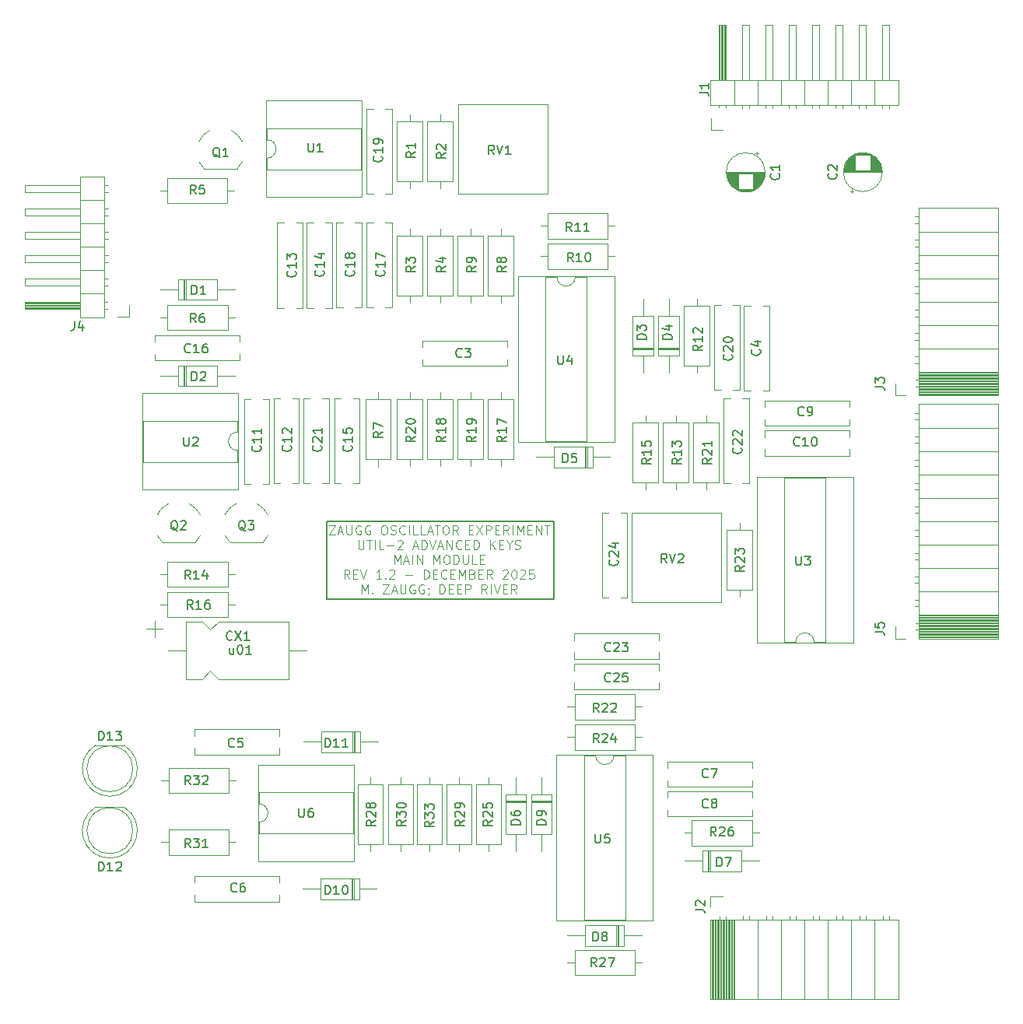
<source format=gto>
%TF.GenerationSoftware,KiCad,Pcbnew,9.0.6*%
%TF.CreationDate,2025-12-29T18:15:08-05:00*%
%TF.ProjectId,MainModule,4d61696e-4d6f-4647-956c-652e6b696361,rev?*%
%TF.SameCoordinates,Original*%
%TF.FileFunction,Legend,Top*%
%TF.FilePolarity,Positive*%
%FSLAX46Y46*%
G04 Gerber Fmt 4.6, Leading zero omitted, Abs format (unit mm)*
G04 Created by KiCad (PCBNEW 9.0.6) date 2025-12-29 18:15:08*
%MOMM*%
%LPD*%
G01*
G04 APERTURE LIST*
%ADD10C,0.150000*%
%ADD11C,0.125000*%
%ADD12C,0.153000*%
%ADD13C,0.120000*%
%ADD14C,1.600000*%
%ADD15O,1.600000X1.600000*%
%ADD16R,1.600000X1.600000*%
%ADD17C,4.300000*%
%ADD18R,1.600000X2.400000*%
%ADD19O,1.600000X2.400000*%
%ADD20R,1.700000X1.700000*%
%ADD21O,1.700000X1.700000*%
%ADD22R,2.400000X1.600000*%
%ADD23O,2.400000X1.600000*%
%ADD24R,1.500000X1.500000*%
%ADD25C,1.500000*%
%ADD26C,1.440000*%
%ADD27R,1.200000X1.200000*%
%ADD28C,1.200000*%
%ADD29R,1.800000X1.800000*%
%ADD30C,1.800000*%
%ADD31R,2.400000X2.400000*%
%ADD32O,2.400000X2.400000*%
G04 APERTURE END LIST*
D10*
X26875000Y-47976000D02*
X51625000Y-47976000D01*
X51625000Y-56500000D01*
X26875000Y-56500000D01*
X26875000Y-47976000D01*
D11*
X27148809Y-48431343D02*
X27815475Y-48431343D01*
X27815475Y-48431343D02*
X27148809Y-49431343D01*
X27148809Y-49431343D02*
X27815475Y-49431343D01*
X28148809Y-49145628D02*
X28624999Y-49145628D01*
X28053571Y-49431343D02*
X28386904Y-48431343D01*
X28386904Y-48431343D02*
X28720237Y-49431343D01*
X29053571Y-48431343D02*
X29053571Y-49240866D01*
X29053571Y-49240866D02*
X29101190Y-49336104D01*
X29101190Y-49336104D02*
X29148809Y-49383724D01*
X29148809Y-49383724D02*
X29244047Y-49431343D01*
X29244047Y-49431343D02*
X29434523Y-49431343D01*
X29434523Y-49431343D02*
X29529761Y-49383724D01*
X29529761Y-49383724D02*
X29577380Y-49336104D01*
X29577380Y-49336104D02*
X29624999Y-49240866D01*
X29624999Y-49240866D02*
X29624999Y-48431343D01*
X30624999Y-48478962D02*
X30529761Y-48431343D01*
X30529761Y-48431343D02*
X30386904Y-48431343D01*
X30386904Y-48431343D02*
X30244047Y-48478962D01*
X30244047Y-48478962D02*
X30148809Y-48574200D01*
X30148809Y-48574200D02*
X30101190Y-48669438D01*
X30101190Y-48669438D02*
X30053571Y-48859914D01*
X30053571Y-48859914D02*
X30053571Y-49002771D01*
X30053571Y-49002771D02*
X30101190Y-49193247D01*
X30101190Y-49193247D02*
X30148809Y-49288485D01*
X30148809Y-49288485D02*
X30244047Y-49383724D01*
X30244047Y-49383724D02*
X30386904Y-49431343D01*
X30386904Y-49431343D02*
X30482142Y-49431343D01*
X30482142Y-49431343D02*
X30624999Y-49383724D01*
X30624999Y-49383724D02*
X30672618Y-49336104D01*
X30672618Y-49336104D02*
X30672618Y-49002771D01*
X30672618Y-49002771D02*
X30482142Y-49002771D01*
X31624999Y-48478962D02*
X31529761Y-48431343D01*
X31529761Y-48431343D02*
X31386904Y-48431343D01*
X31386904Y-48431343D02*
X31244047Y-48478962D01*
X31244047Y-48478962D02*
X31148809Y-48574200D01*
X31148809Y-48574200D02*
X31101190Y-48669438D01*
X31101190Y-48669438D02*
X31053571Y-48859914D01*
X31053571Y-48859914D02*
X31053571Y-49002771D01*
X31053571Y-49002771D02*
X31101190Y-49193247D01*
X31101190Y-49193247D02*
X31148809Y-49288485D01*
X31148809Y-49288485D02*
X31244047Y-49383724D01*
X31244047Y-49383724D02*
X31386904Y-49431343D01*
X31386904Y-49431343D02*
X31482142Y-49431343D01*
X31482142Y-49431343D02*
X31624999Y-49383724D01*
X31624999Y-49383724D02*
X31672618Y-49336104D01*
X31672618Y-49336104D02*
X31672618Y-49002771D01*
X31672618Y-49002771D02*
X31482142Y-49002771D01*
X33053571Y-48431343D02*
X33244047Y-48431343D01*
X33244047Y-48431343D02*
X33339285Y-48478962D01*
X33339285Y-48478962D02*
X33434523Y-48574200D01*
X33434523Y-48574200D02*
X33482142Y-48764676D01*
X33482142Y-48764676D02*
X33482142Y-49098009D01*
X33482142Y-49098009D02*
X33434523Y-49288485D01*
X33434523Y-49288485D02*
X33339285Y-49383724D01*
X33339285Y-49383724D02*
X33244047Y-49431343D01*
X33244047Y-49431343D02*
X33053571Y-49431343D01*
X33053571Y-49431343D02*
X32958333Y-49383724D01*
X32958333Y-49383724D02*
X32863095Y-49288485D01*
X32863095Y-49288485D02*
X32815476Y-49098009D01*
X32815476Y-49098009D02*
X32815476Y-48764676D01*
X32815476Y-48764676D02*
X32863095Y-48574200D01*
X32863095Y-48574200D02*
X32958333Y-48478962D01*
X32958333Y-48478962D02*
X33053571Y-48431343D01*
X33863095Y-49383724D02*
X34005952Y-49431343D01*
X34005952Y-49431343D02*
X34244047Y-49431343D01*
X34244047Y-49431343D02*
X34339285Y-49383724D01*
X34339285Y-49383724D02*
X34386904Y-49336104D01*
X34386904Y-49336104D02*
X34434523Y-49240866D01*
X34434523Y-49240866D02*
X34434523Y-49145628D01*
X34434523Y-49145628D02*
X34386904Y-49050390D01*
X34386904Y-49050390D02*
X34339285Y-49002771D01*
X34339285Y-49002771D02*
X34244047Y-48955152D01*
X34244047Y-48955152D02*
X34053571Y-48907533D01*
X34053571Y-48907533D02*
X33958333Y-48859914D01*
X33958333Y-48859914D02*
X33910714Y-48812295D01*
X33910714Y-48812295D02*
X33863095Y-48717057D01*
X33863095Y-48717057D02*
X33863095Y-48621819D01*
X33863095Y-48621819D02*
X33910714Y-48526581D01*
X33910714Y-48526581D02*
X33958333Y-48478962D01*
X33958333Y-48478962D02*
X34053571Y-48431343D01*
X34053571Y-48431343D02*
X34291666Y-48431343D01*
X34291666Y-48431343D02*
X34434523Y-48478962D01*
X35434523Y-49336104D02*
X35386904Y-49383724D01*
X35386904Y-49383724D02*
X35244047Y-49431343D01*
X35244047Y-49431343D02*
X35148809Y-49431343D01*
X35148809Y-49431343D02*
X35005952Y-49383724D01*
X35005952Y-49383724D02*
X34910714Y-49288485D01*
X34910714Y-49288485D02*
X34863095Y-49193247D01*
X34863095Y-49193247D02*
X34815476Y-49002771D01*
X34815476Y-49002771D02*
X34815476Y-48859914D01*
X34815476Y-48859914D02*
X34863095Y-48669438D01*
X34863095Y-48669438D02*
X34910714Y-48574200D01*
X34910714Y-48574200D02*
X35005952Y-48478962D01*
X35005952Y-48478962D02*
X35148809Y-48431343D01*
X35148809Y-48431343D02*
X35244047Y-48431343D01*
X35244047Y-48431343D02*
X35386904Y-48478962D01*
X35386904Y-48478962D02*
X35434523Y-48526581D01*
X35863095Y-49431343D02*
X35863095Y-48431343D01*
X36815475Y-49431343D02*
X36339285Y-49431343D01*
X36339285Y-49431343D02*
X36339285Y-48431343D01*
X37624999Y-49431343D02*
X37148809Y-49431343D01*
X37148809Y-49431343D02*
X37148809Y-48431343D01*
X37910714Y-49145628D02*
X38386904Y-49145628D01*
X37815476Y-49431343D02*
X38148809Y-48431343D01*
X38148809Y-48431343D02*
X38482142Y-49431343D01*
X38672619Y-48431343D02*
X39244047Y-48431343D01*
X38958333Y-49431343D02*
X38958333Y-48431343D01*
X39767857Y-48431343D02*
X39958333Y-48431343D01*
X39958333Y-48431343D02*
X40053571Y-48478962D01*
X40053571Y-48478962D02*
X40148809Y-48574200D01*
X40148809Y-48574200D02*
X40196428Y-48764676D01*
X40196428Y-48764676D02*
X40196428Y-49098009D01*
X40196428Y-49098009D02*
X40148809Y-49288485D01*
X40148809Y-49288485D02*
X40053571Y-49383724D01*
X40053571Y-49383724D02*
X39958333Y-49431343D01*
X39958333Y-49431343D02*
X39767857Y-49431343D01*
X39767857Y-49431343D02*
X39672619Y-49383724D01*
X39672619Y-49383724D02*
X39577381Y-49288485D01*
X39577381Y-49288485D02*
X39529762Y-49098009D01*
X39529762Y-49098009D02*
X39529762Y-48764676D01*
X39529762Y-48764676D02*
X39577381Y-48574200D01*
X39577381Y-48574200D02*
X39672619Y-48478962D01*
X39672619Y-48478962D02*
X39767857Y-48431343D01*
X41196428Y-49431343D02*
X40863095Y-48955152D01*
X40625000Y-49431343D02*
X40625000Y-48431343D01*
X40625000Y-48431343D02*
X41005952Y-48431343D01*
X41005952Y-48431343D02*
X41101190Y-48478962D01*
X41101190Y-48478962D02*
X41148809Y-48526581D01*
X41148809Y-48526581D02*
X41196428Y-48621819D01*
X41196428Y-48621819D02*
X41196428Y-48764676D01*
X41196428Y-48764676D02*
X41148809Y-48859914D01*
X41148809Y-48859914D02*
X41101190Y-48907533D01*
X41101190Y-48907533D02*
X41005952Y-48955152D01*
X41005952Y-48955152D02*
X40625000Y-48955152D01*
X42386905Y-48907533D02*
X42720238Y-48907533D01*
X42863095Y-49431343D02*
X42386905Y-49431343D01*
X42386905Y-49431343D02*
X42386905Y-48431343D01*
X42386905Y-48431343D02*
X42863095Y-48431343D01*
X43196429Y-48431343D02*
X43863095Y-49431343D01*
X43863095Y-48431343D02*
X43196429Y-49431343D01*
X44244048Y-49431343D02*
X44244048Y-48431343D01*
X44244048Y-48431343D02*
X44625000Y-48431343D01*
X44625000Y-48431343D02*
X44720238Y-48478962D01*
X44720238Y-48478962D02*
X44767857Y-48526581D01*
X44767857Y-48526581D02*
X44815476Y-48621819D01*
X44815476Y-48621819D02*
X44815476Y-48764676D01*
X44815476Y-48764676D02*
X44767857Y-48859914D01*
X44767857Y-48859914D02*
X44720238Y-48907533D01*
X44720238Y-48907533D02*
X44625000Y-48955152D01*
X44625000Y-48955152D02*
X44244048Y-48955152D01*
X45244048Y-48907533D02*
X45577381Y-48907533D01*
X45720238Y-49431343D02*
X45244048Y-49431343D01*
X45244048Y-49431343D02*
X45244048Y-48431343D01*
X45244048Y-48431343D02*
X45720238Y-48431343D01*
X46720238Y-49431343D02*
X46386905Y-48955152D01*
X46148810Y-49431343D02*
X46148810Y-48431343D01*
X46148810Y-48431343D02*
X46529762Y-48431343D01*
X46529762Y-48431343D02*
X46625000Y-48478962D01*
X46625000Y-48478962D02*
X46672619Y-48526581D01*
X46672619Y-48526581D02*
X46720238Y-48621819D01*
X46720238Y-48621819D02*
X46720238Y-48764676D01*
X46720238Y-48764676D02*
X46672619Y-48859914D01*
X46672619Y-48859914D02*
X46625000Y-48907533D01*
X46625000Y-48907533D02*
X46529762Y-48955152D01*
X46529762Y-48955152D02*
X46148810Y-48955152D01*
X47148810Y-49431343D02*
X47148810Y-48431343D01*
X47625000Y-49431343D02*
X47625000Y-48431343D01*
X47625000Y-48431343D02*
X47958333Y-49145628D01*
X47958333Y-49145628D02*
X48291666Y-48431343D01*
X48291666Y-48431343D02*
X48291666Y-49431343D01*
X48767857Y-48907533D02*
X49101190Y-48907533D01*
X49244047Y-49431343D02*
X48767857Y-49431343D01*
X48767857Y-49431343D02*
X48767857Y-48431343D01*
X48767857Y-48431343D02*
X49244047Y-48431343D01*
X49672619Y-49431343D02*
X49672619Y-48431343D01*
X49672619Y-48431343D02*
X50244047Y-49431343D01*
X50244047Y-49431343D02*
X50244047Y-48431343D01*
X50577381Y-48431343D02*
X51148809Y-48431343D01*
X50863095Y-49431343D02*
X50863095Y-48431343D01*
X30339285Y-50041287D02*
X30339285Y-50850810D01*
X30339285Y-50850810D02*
X30386904Y-50946048D01*
X30386904Y-50946048D02*
X30434523Y-50993668D01*
X30434523Y-50993668D02*
X30529761Y-51041287D01*
X30529761Y-51041287D02*
X30720237Y-51041287D01*
X30720237Y-51041287D02*
X30815475Y-50993668D01*
X30815475Y-50993668D02*
X30863094Y-50946048D01*
X30863094Y-50946048D02*
X30910713Y-50850810D01*
X30910713Y-50850810D02*
X30910713Y-50041287D01*
X31244047Y-50041287D02*
X31815475Y-50041287D01*
X31529761Y-51041287D02*
X31529761Y-50041287D01*
X32148809Y-51041287D02*
X32148809Y-50041287D01*
X33101189Y-51041287D02*
X32624999Y-51041287D01*
X32624999Y-51041287D02*
X32624999Y-50041287D01*
X33434523Y-50660334D02*
X34196428Y-50660334D01*
X34624999Y-50136525D02*
X34672618Y-50088906D01*
X34672618Y-50088906D02*
X34767856Y-50041287D01*
X34767856Y-50041287D02*
X35005951Y-50041287D01*
X35005951Y-50041287D02*
X35101189Y-50088906D01*
X35101189Y-50088906D02*
X35148808Y-50136525D01*
X35148808Y-50136525D02*
X35196427Y-50231763D01*
X35196427Y-50231763D02*
X35196427Y-50327001D01*
X35196427Y-50327001D02*
X35148808Y-50469858D01*
X35148808Y-50469858D02*
X34577380Y-51041287D01*
X34577380Y-51041287D02*
X35196427Y-51041287D01*
X36339285Y-50755572D02*
X36815475Y-50755572D01*
X36244047Y-51041287D02*
X36577380Y-50041287D01*
X36577380Y-50041287D02*
X36910713Y-51041287D01*
X37244047Y-51041287D02*
X37244047Y-50041287D01*
X37244047Y-50041287D02*
X37482142Y-50041287D01*
X37482142Y-50041287D02*
X37624999Y-50088906D01*
X37624999Y-50088906D02*
X37720237Y-50184144D01*
X37720237Y-50184144D02*
X37767856Y-50279382D01*
X37767856Y-50279382D02*
X37815475Y-50469858D01*
X37815475Y-50469858D02*
X37815475Y-50612715D01*
X37815475Y-50612715D02*
X37767856Y-50803191D01*
X37767856Y-50803191D02*
X37720237Y-50898429D01*
X37720237Y-50898429D02*
X37624999Y-50993668D01*
X37624999Y-50993668D02*
X37482142Y-51041287D01*
X37482142Y-51041287D02*
X37244047Y-51041287D01*
X38101190Y-50041287D02*
X38434523Y-51041287D01*
X38434523Y-51041287D02*
X38767856Y-50041287D01*
X39053571Y-50755572D02*
X39529761Y-50755572D01*
X38958333Y-51041287D02*
X39291666Y-50041287D01*
X39291666Y-50041287D02*
X39624999Y-51041287D01*
X39958333Y-51041287D02*
X39958333Y-50041287D01*
X39958333Y-50041287D02*
X40529761Y-51041287D01*
X40529761Y-51041287D02*
X40529761Y-50041287D01*
X41577380Y-50946048D02*
X41529761Y-50993668D01*
X41529761Y-50993668D02*
X41386904Y-51041287D01*
X41386904Y-51041287D02*
X41291666Y-51041287D01*
X41291666Y-51041287D02*
X41148809Y-50993668D01*
X41148809Y-50993668D02*
X41053571Y-50898429D01*
X41053571Y-50898429D02*
X41005952Y-50803191D01*
X41005952Y-50803191D02*
X40958333Y-50612715D01*
X40958333Y-50612715D02*
X40958333Y-50469858D01*
X40958333Y-50469858D02*
X41005952Y-50279382D01*
X41005952Y-50279382D02*
X41053571Y-50184144D01*
X41053571Y-50184144D02*
X41148809Y-50088906D01*
X41148809Y-50088906D02*
X41291666Y-50041287D01*
X41291666Y-50041287D02*
X41386904Y-50041287D01*
X41386904Y-50041287D02*
X41529761Y-50088906D01*
X41529761Y-50088906D02*
X41577380Y-50136525D01*
X42005952Y-50517477D02*
X42339285Y-50517477D01*
X42482142Y-51041287D02*
X42005952Y-51041287D01*
X42005952Y-51041287D02*
X42005952Y-50041287D01*
X42005952Y-50041287D02*
X42482142Y-50041287D01*
X42910714Y-51041287D02*
X42910714Y-50041287D01*
X42910714Y-50041287D02*
X43148809Y-50041287D01*
X43148809Y-50041287D02*
X43291666Y-50088906D01*
X43291666Y-50088906D02*
X43386904Y-50184144D01*
X43386904Y-50184144D02*
X43434523Y-50279382D01*
X43434523Y-50279382D02*
X43482142Y-50469858D01*
X43482142Y-50469858D02*
X43482142Y-50612715D01*
X43482142Y-50612715D02*
X43434523Y-50803191D01*
X43434523Y-50803191D02*
X43386904Y-50898429D01*
X43386904Y-50898429D02*
X43291666Y-50993668D01*
X43291666Y-50993668D02*
X43148809Y-51041287D01*
X43148809Y-51041287D02*
X42910714Y-51041287D01*
X44672619Y-51041287D02*
X44672619Y-50041287D01*
X45244047Y-51041287D02*
X44815476Y-50469858D01*
X45244047Y-50041287D02*
X44672619Y-50612715D01*
X45672619Y-50517477D02*
X46005952Y-50517477D01*
X46148809Y-51041287D02*
X45672619Y-51041287D01*
X45672619Y-51041287D02*
X45672619Y-50041287D01*
X45672619Y-50041287D02*
X46148809Y-50041287D01*
X46767857Y-50565096D02*
X46767857Y-51041287D01*
X46434524Y-50041287D02*
X46767857Y-50565096D01*
X46767857Y-50565096D02*
X47101190Y-50041287D01*
X47386905Y-50993668D02*
X47529762Y-51041287D01*
X47529762Y-51041287D02*
X47767857Y-51041287D01*
X47767857Y-51041287D02*
X47863095Y-50993668D01*
X47863095Y-50993668D02*
X47910714Y-50946048D01*
X47910714Y-50946048D02*
X47958333Y-50850810D01*
X47958333Y-50850810D02*
X47958333Y-50755572D01*
X47958333Y-50755572D02*
X47910714Y-50660334D01*
X47910714Y-50660334D02*
X47863095Y-50612715D01*
X47863095Y-50612715D02*
X47767857Y-50565096D01*
X47767857Y-50565096D02*
X47577381Y-50517477D01*
X47577381Y-50517477D02*
X47482143Y-50469858D01*
X47482143Y-50469858D02*
X47434524Y-50422239D01*
X47434524Y-50422239D02*
X47386905Y-50327001D01*
X47386905Y-50327001D02*
X47386905Y-50231763D01*
X47386905Y-50231763D02*
X47434524Y-50136525D01*
X47434524Y-50136525D02*
X47482143Y-50088906D01*
X47482143Y-50088906D02*
X47577381Y-50041287D01*
X47577381Y-50041287D02*
X47815476Y-50041287D01*
X47815476Y-50041287D02*
X47958333Y-50088906D01*
X34244048Y-52651231D02*
X34244048Y-51651231D01*
X34244048Y-51651231D02*
X34577381Y-52365516D01*
X34577381Y-52365516D02*
X34910714Y-51651231D01*
X34910714Y-51651231D02*
X34910714Y-52651231D01*
X35339286Y-52365516D02*
X35815476Y-52365516D01*
X35244048Y-52651231D02*
X35577381Y-51651231D01*
X35577381Y-51651231D02*
X35910714Y-52651231D01*
X36244048Y-52651231D02*
X36244048Y-51651231D01*
X36720238Y-52651231D02*
X36720238Y-51651231D01*
X36720238Y-51651231D02*
X37291666Y-52651231D01*
X37291666Y-52651231D02*
X37291666Y-51651231D01*
X38529762Y-52651231D02*
X38529762Y-51651231D01*
X38529762Y-51651231D02*
X38863095Y-52365516D01*
X38863095Y-52365516D02*
X39196428Y-51651231D01*
X39196428Y-51651231D02*
X39196428Y-52651231D01*
X39863095Y-51651231D02*
X40053571Y-51651231D01*
X40053571Y-51651231D02*
X40148809Y-51698850D01*
X40148809Y-51698850D02*
X40244047Y-51794088D01*
X40244047Y-51794088D02*
X40291666Y-51984564D01*
X40291666Y-51984564D02*
X40291666Y-52317897D01*
X40291666Y-52317897D02*
X40244047Y-52508373D01*
X40244047Y-52508373D02*
X40148809Y-52603612D01*
X40148809Y-52603612D02*
X40053571Y-52651231D01*
X40053571Y-52651231D02*
X39863095Y-52651231D01*
X39863095Y-52651231D02*
X39767857Y-52603612D01*
X39767857Y-52603612D02*
X39672619Y-52508373D01*
X39672619Y-52508373D02*
X39625000Y-52317897D01*
X39625000Y-52317897D02*
X39625000Y-51984564D01*
X39625000Y-51984564D02*
X39672619Y-51794088D01*
X39672619Y-51794088D02*
X39767857Y-51698850D01*
X39767857Y-51698850D02*
X39863095Y-51651231D01*
X40720238Y-52651231D02*
X40720238Y-51651231D01*
X40720238Y-51651231D02*
X40958333Y-51651231D01*
X40958333Y-51651231D02*
X41101190Y-51698850D01*
X41101190Y-51698850D02*
X41196428Y-51794088D01*
X41196428Y-51794088D02*
X41244047Y-51889326D01*
X41244047Y-51889326D02*
X41291666Y-52079802D01*
X41291666Y-52079802D02*
X41291666Y-52222659D01*
X41291666Y-52222659D02*
X41244047Y-52413135D01*
X41244047Y-52413135D02*
X41196428Y-52508373D01*
X41196428Y-52508373D02*
X41101190Y-52603612D01*
X41101190Y-52603612D02*
X40958333Y-52651231D01*
X40958333Y-52651231D02*
X40720238Y-52651231D01*
X41720238Y-51651231D02*
X41720238Y-52460754D01*
X41720238Y-52460754D02*
X41767857Y-52555992D01*
X41767857Y-52555992D02*
X41815476Y-52603612D01*
X41815476Y-52603612D02*
X41910714Y-52651231D01*
X41910714Y-52651231D02*
X42101190Y-52651231D01*
X42101190Y-52651231D02*
X42196428Y-52603612D01*
X42196428Y-52603612D02*
X42244047Y-52555992D01*
X42244047Y-52555992D02*
X42291666Y-52460754D01*
X42291666Y-52460754D02*
X42291666Y-51651231D01*
X43244047Y-52651231D02*
X42767857Y-52651231D01*
X42767857Y-52651231D02*
X42767857Y-51651231D01*
X43577381Y-52127421D02*
X43910714Y-52127421D01*
X44053571Y-52651231D02*
X43577381Y-52651231D01*
X43577381Y-52651231D02*
X43577381Y-51651231D01*
X43577381Y-51651231D02*
X44053571Y-51651231D01*
X29386904Y-54261175D02*
X29053571Y-53784984D01*
X28815476Y-54261175D02*
X28815476Y-53261175D01*
X28815476Y-53261175D02*
X29196428Y-53261175D01*
X29196428Y-53261175D02*
X29291666Y-53308794D01*
X29291666Y-53308794D02*
X29339285Y-53356413D01*
X29339285Y-53356413D02*
X29386904Y-53451651D01*
X29386904Y-53451651D02*
X29386904Y-53594508D01*
X29386904Y-53594508D02*
X29339285Y-53689746D01*
X29339285Y-53689746D02*
X29291666Y-53737365D01*
X29291666Y-53737365D02*
X29196428Y-53784984D01*
X29196428Y-53784984D02*
X28815476Y-53784984D01*
X29815476Y-53737365D02*
X30148809Y-53737365D01*
X30291666Y-54261175D02*
X29815476Y-54261175D01*
X29815476Y-54261175D02*
X29815476Y-53261175D01*
X29815476Y-53261175D02*
X30291666Y-53261175D01*
X30577381Y-53261175D02*
X30910714Y-54261175D01*
X30910714Y-54261175D02*
X31244047Y-53261175D01*
X32863095Y-54261175D02*
X32291667Y-54261175D01*
X32577381Y-54261175D02*
X32577381Y-53261175D01*
X32577381Y-53261175D02*
X32482143Y-53404032D01*
X32482143Y-53404032D02*
X32386905Y-53499270D01*
X32386905Y-53499270D02*
X32291667Y-53546889D01*
X33291667Y-54165936D02*
X33339286Y-54213556D01*
X33339286Y-54213556D02*
X33291667Y-54261175D01*
X33291667Y-54261175D02*
X33244048Y-54213556D01*
X33244048Y-54213556D02*
X33291667Y-54165936D01*
X33291667Y-54165936D02*
X33291667Y-54261175D01*
X33720238Y-53356413D02*
X33767857Y-53308794D01*
X33767857Y-53308794D02*
X33863095Y-53261175D01*
X33863095Y-53261175D02*
X34101190Y-53261175D01*
X34101190Y-53261175D02*
X34196428Y-53308794D01*
X34196428Y-53308794D02*
X34244047Y-53356413D01*
X34244047Y-53356413D02*
X34291666Y-53451651D01*
X34291666Y-53451651D02*
X34291666Y-53546889D01*
X34291666Y-53546889D02*
X34244047Y-53689746D01*
X34244047Y-53689746D02*
X33672619Y-54261175D01*
X33672619Y-54261175D02*
X34291666Y-54261175D01*
X35482143Y-53880222D02*
X36244048Y-53880222D01*
X37482143Y-54261175D02*
X37482143Y-53261175D01*
X37482143Y-53261175D02*
X37720238Y-53261175D01*
X37720238Y-53261175D02*
X37863095Y-53308794D01*
X37863095Y-53308794D02*
X37958333Y-53404032D01*
X37958333Y-53404032D02*
X38005952Y-53499270D01*
X38005952Y-53499270D02*
X38053571Y-53689746D01*
X38053571Y-53689746D02*
X38053571Y-53832603D01*
X38053571Y-53832603D02*
X38005952Y-54023079D01*
X38005952Y-54023079D02*
X37958333Y-54118317D01*
X37958333Y-54118317D02*
X37863095Y-54213556D01*
X37863095Y-54213556D02*
X37720238Y-54261175D01*
X37720238Y-54261175D02*
X37482143Y-54261175D01*
X38482143Y-53737365D02*
X38815476Y-53737365D01*
X38958333Y-54261175D02*
X38482143Y-54261175D01*
X38482143Y-54261175D02*
X38482143Y-53261175D01*
X38482143Y-53261175D02*
X38958333Y-53261175D01*
X39958333Y-54165936D02*
X39910714Y-54213556D01*
X39910714Y-54213556D02*
X39767857Y-54261175D01*
X39767857Y-54261175D02*
X39672619Y-54261175D01*
X39672619Y-54261175D02*
X39529762Y-54213556D01*
X39529762Y-54213556D02*
X39434524Y-54118317D01*
X39434524Y-54118317D02*
X39386905Y-54023079D01*
X39386905Y-54023079D02*
X39339286Y-53832603D01*
X39339286Y-53832603D02*
X39339286Y-53689746D01*
X39339286Y-53689746D02*
X39386905Y-53499270D01*
X39386905Y-53499270D02*
X39434524Y-53404032D01*
X39434524Y-53404032D02*
X39529762Y-53308794D01*
X39529762Y-53308794D02*
X39672619Y-53261175D01*
X39672619Y-53261175D02*
X39767857Y-53261175D01*
X39767857Y-53261175D02*
X39910714Y-53308794D01*
X39910714Y-53308794D02*
X39958333Y-53356413D01*
X40386905Y-53737365D02*
X40720238Y-53737365D01*
X40863095Y-54261175D02*
X40386905Y-54261175D01*
X40386905Y-54261175D02*
X40386905Y-53261175D01*
X40386905Y-53261175D02*
X40863095Y-53261175D01*
X41291667Y-54261175D02*
X41291667Y-53261175D01*
X41291667Y-53261175D02*
X41625000Y-53975460D01*
X41625000Y-53975460D02*
X41958333Y-53261175D01*
X41958333Y-53261175D02*
X41958333Y-54261175D01*
X42767857Y-53737365D02*
X42910714Y-53784984D01*
X42910714Y-53784984D02*
X42958333Y-53832603D01*
X42958333Y-53832603D02*
X43005952Y-53927841D01*
X43005952Y-53927841D02*
X43005952Y-54070698D01*
X43005952Y-54070698D02*
X42958333Y-54165936D01*
X42958333Y-54165936D02*
X42910714Y-54213556D01*
X42910714Y-54213556D02*
X42815476Y-54261175D01*
X42815476Y-54261175D02*
X42434524Y-54261175D01*
X42434524Y-54261175D02*
X42434524Y-53261175D01*
X42434524Y-53261175D02*
X42767857Y-53261175D01*
X42767857Y-53261175D02*
X42863095Y-53308794D01*
X42863095Y-53308794D02*
X42910714Y-53356413D01*
X42910714Y-53356413D02*
X42958333Y-53451651D01*
X42958333Y-53451651D02*
X42958333Y-53546889D01*
X42958333Y-53546889D02*
X42910714Y-53642127D01*
X42910714Y-53642127D02*
X42863095Y-53689746D01*
X42863095Y-53689746D02*
X42767857Y-53737365D01*
X42767857Y-53737365D02*
X42434524Y-53737365D01*
X43434524Y-53737365D02*
X43767857Y-53737365D01*
X43910714Y-54261175D02*
X43434524Y-54261175D01*
X43434524Y-54261175D02*
X43434524Y-53261175D01*
X43434524Y-53261175D02*
X43910714Y-53261175D01*
X44910714Y-54261175D02*
X44577381Y-53784984D01*
X44339286Y-54261175D02*
X44339286Y-53261175D01*
X44339286Y-53261175D02*
X44720238Y-53261175D01*
X44720238Y-53261175D02*
X44815476Y-53308794D01*
X44815476Y-53308794D02*
X44863095Y-53356413D01*
X44863095Y-53356413D02*
X44910714Y-53451651D01*
X44910714Y-53451651D02*
X44910714Y-53594508D01*
X44910714Y-53594508D02*
X44863095Y-53689746D01*
X44863095Y-53689746D02*
X44815476Y-53737365D01*
X44815476Y-53737365D02*
X44720238Y-53784984D01*
X44720238Y-53784984D02*
X44339286Y-53784984D01*
X46053572Y-53356413D02*
X46101191Y-53308794D01*
X46101191Y-53308794D02*
X46196429Y-53261175D01*
X46196429Y-53261175D02*
X46434524Y-53261175D01*
X46434524Y-53261175D02*
X46529762Y-53308794D01*
X46529762Y-53308794D02*
X46577381Y-53356413D01*
X46577381Y-53356413D02*
X46625000Y-53451651D01*
X46625000Y-53451651D02*
X46625000Y-53546889D01*
X46625000Y-53546889D02*
X46577381Y-53689746D01*
X46577381Y-53689746D02*
X46005953Y-54261175D01*
X46005953Y-54261175D02*
X46625000Y-54261175D01*
X47244048Y-53261175D02*
X47339286Y-53261175D01*
X47339286Y-53261175D02*
X47434524Y-53308794D01*
X47434524Y-53308794D02*
X47482143Y-53356413D01*
X47482143Y-53356413D02*
X47529762Y-53451651D01*
X47529762Y-53451651D02*
X47577381Y-53642127D01*
X47577381Y-53642127D02*
X47577381Y-53880222D01*
X47577381Y-53880222D02*
X47529762Y-54070698D01*
X47529762Y-54070698D02*
X47482143Y-54165936D01*
X47482143Y-54165936D02*
X47434524Y-54213556D01*
X47434524Y-54213556D02*
X47339286Y-54261175D01*
X47339286Y-54261175D02*
X47244048Y-54261175D01*
X47244048Y-54261175D02*
X47148810Y-54213556D01*
X47148810Y-54213556D02*
X47101191Y-54165936D01*
X47101191Y-54165936D02*
X47053572Y-54070698D01*
X47053572Y-54070698D02*
X47005953Y-53880222D01*
X47005953Y-53880222D02*
X47005953Y-53642127D01*
X47005953Y-53642127D02*
X47053572Y-53451651D01*
X47053572Y-53451651D02*
X47101191Y-53356413D01*
X47101191Y-53356413D02*
X47148810Y-53308794D01*
X47148810Y-53308794D02*
X47244048Y-53261175D01*
X47958334Y-53356413D02*
X48005953Y-53308794D01*
X48005953Y-53308794D02*
X48101191Y-53261175D01*
X48101191Y-53261175D02*
X48339286Y-53261175D01*
X48339286Y-53261175D02*
X48434524Y-53308794D01*
X48434524Y-53308794D02*
X48482143Y-53356413D01*
X48482143Y-53356413D02*
X48529762Y-53451651D01*
X48529762Y-53451651D02*
X48529762Y-53546889D01*
X48529762Y-53546889D02*
X48482143Y-53689746D01*
X48482143Y-53689746D02*
X47910715Y-54261175D01*
X47910715Y-54261175D02*
X48529762Y-54261175D01*
X49434524Y-53261175D02*
X48958334Y-53261175D01*
X48958334Y-53261175D02*
X48910715Y-53737365D01*
X48910715Y-53737365D02*
X48958334Y-53689746D01*
X48958334Y-53689746D02*
X49053572Y-53642127D01*
X49053572Y-53642127D02*
X49291667Y-53642127D01*
X49291667Y-53642127D02*
X49386905Y-53689746D01*
X49386905Y-53689746D02*
X49434524Y-53737365D01*
X49434524Y-53737365D02*
X49482143Y-53832603D01*
X49482143Y-53832603D02*
X49482143Y-54070698D01*
X49482143Y-54070698D02*
X49434524Y-54165936D01*
X49434524Y-54165936D02*
X49386905Y-54213556D01*
X49386905Y-54213556D02*
X49291667Y-54261175D01*
X49291667Y-54261175D02*
X49053572Y-54261175D01*
X49053572Y-54261175D02*
X48958334Y-54213556D01*
X48958334Y-54213556D02*
X48910715Y-54165936D01*
X30720238Y-55871119D02*
X30720238Y-54871119D01*
X30720238Y-54871119D02*
X31053571Y-55585404D01*
X31053571Y-55585404D02*
X31386904Y-54871119D01*
X31386904Y-54871119D02*
X31386904Y-55871119D01*
X31863095Y-55775880D02*
X31910714Y-55823500D01*
X31910714Y-55823500D02*
X31863095Y-55871119D01*
X31863095Y-55871119D02*
X31815476Y-55823500D01*
X31815476Y-55823500D02*
X31863095Y-55775880D01*
X31863095Y-55775880D02*
X31863095Y-55871119D01*
X33005952Y-54871119D02*
X33672618Y-54871119D01*
X33672618Y-54871119D02*
X33005952Y-55871119D01*
X33005952Y-55871119D02*
X33672618Y-55871119D01*
X34005952Y-55585404D02*
X34482142Y-55585404D01*
X33910714Y-55871119D02*
X34244047Y-54871119D01*
X34244047Y-54871119D02*
X34577380Y-55871119D01*
X34910714Y-54871119D02*
X34910714Y-55680642D01*
X34910714Y-55680642D02*
X34958333Y-55775880D01*
X34958333Y-55775880D02*
X35005952Y-55823500D01*
X35005952Y-55823500D02*
X35101190Y-55871119D01*
X35101190Y-55871119D02*
X35291666Y-55871119D01*
X35291666Y-55871119D02*
X35386904Y-55823500D01*
X35386904Y-55823500D02*
X35434523Y-55775880D01*
X35434523Y-55775880D02*
X35482142Y-55680642D01*
X35482142Y-55680642D02*
X35482142Y-54871119D01*
X36482142Y-54918738D02*
X36386904Y-54871119D01*
X36386904Y-54871119D02*
X36244047Y-54871119D01*
X36244047Y-54871119D02*
X36101190Y-54918738D01*
X36101190Y-54918738D02*
X36005952Y-55013976D01*
X36005952Y-55013976D02*
X35958333Y-55109214D01*
X35958333Y-55109214D02*
X35910714Y-55299690D01*
X35910714Y-55299690D02*
X35910714Y-55442547D01*
X35910714Y-55442547D02*
X35958333Y-55633023D01*
X35958333Y-55633023D02*
X36005952Y-55728261D01*
X36005952Y-55728261D02*
X36101190Y-55823500D01*
X36101190Y-55823500D02*
X36244047Y-55871119D01*
X36244047Y-55871119D02*
X36339285Y-55871119D01*
X36339285Y-55871119D02*
X36482142Y-55823500D01*
X36482142Y-55823500D02*
X36529761Y-55775880D01*
X36529761Y-55775880D02*
X36529761Y-55442547D01*
X36529761Y-55442547D02*
X36339285Y-55442547D01*
X37482142Y-54918738D02*
X37386904Y-54871119D01*
X37386904Y-54871119D02*
X37244047Y-54871119D01*
X37244047Y-54871119D02*
X37101190Y-54918738D01*
X37101190Y-54918738D02*
X37005952Y-55013976D01*
X37005952Y-55013976D02*
X36958333Y-55109214D01*
X36958333Y-55109214D02*
X36910714Y-55299690D01*
X36910714Y-55299690D02*
X36910714Y-55442547D01*
X36910714Y-55442547D02*
X36958333Y-55633023D01*
X36958333Y-55633023D02*
X37005952Y-55728261D01*
X37005952Y-55728261D02*
X37101190Y-55823500D01*
X37101190Y-55823500D02*
X37244047Y-55871119D01*
X37244047Y-55871119D02*
X37339285Y-55871119D01*
X37339285Y-55871119D02*
X37482142Y-55823500D01*
X37482142Y-55823500D02*
X37529761Y-55775880D01*
X37529761Y-55775880D02*
X37529761Y-55442547D01*
X37529761Y-55442547D02*
X37339285Y-55442547D01*
X38005952Y-55823500D02*
X38005952Y-55871119D01*
X38005952Y-55871119D02*
X37958333Y-55966357D01*
X37958333Y-55966357D02*
X37910714Y-56013976D01*
X37958333Y-55252071D02*
X38005952Y-55299690D01*
X38005952Y-55299690D02*
X37958333Y-55347309D01*
X37958333Y-55347309D02*
X37910714Y-55299690D01*
X37910714Y-55299690D02*
X37958333Y-55252071D01*
X37958333Y-55252071D02*
X37958333Y-55347309D01*
X39196428Y-55871119D02*
X39196428Y-54871119D01*
X39196428Y-54871119D02*
X39434523Y-54871119D01*
X39434523Y-54871119D02*
X39577380Y-54918738D01*
X39577380Y-54918738D02*
X39672618Y-55013976D01*
X39672618Y-55013976D02*
X39720237Y-55109214D01*
X39720237Y-55109214D02*
X39767856Y-55299690D01*
X39767856Y-55299690D02*
X39767856Y-55442547D01*
X39767856Y-55442547D02*
X39720237Y-55633023D01*
X39720237Y-55633023D02*
X39672618Y-55728261D01*
X39672618Y-55728261D02*
X39577380Y-55823500D01*
X39577380Y-55823500D02*
X39434523Y-55871119D01*
X39434523Y-55871119D02*
X39196428Y-55871119D01*
X40196428Y-55347309D02*
X40529761Y-55347309D01*
X40672618Y-55871119D02*
X40196428Y-55871119D01*
X40196428Y-55871119D02*
X40196428Y-54871119D01*
X40196428Y-54871119D02*
X40672618Y-54871119D01*
X41101190Y-55347309D02*
X41434523Y-55347309D01*
X41577380Y-55871119D02*
X41101190Y-55871119D01*
X41101190Y-55871119D02*
X41101190Y-54871119D01*
X41101190Y-54871119D02*
X41577380Y-54871119D01*
X42005952Y-55871119D02*
X42005952Y-54871119D01*
X42005952Y-54871119D02*
X42386904Y-54871119D01*
X42386904Y-54871119D02*
X42482142Y-54918738D01*
X42482142Y-54918738D02*
X42529761Y-54966357D01*
X42529761Y-54966357D02*
X42577380Y-55061595D01*
X42577380Y-55061595D02*
X42577380Y-55204452D01*
X42577380Y-55204452D02*
X42529761Y-55299690D01*
X42529761Y-55299690D02*
X42482142Y-55347309D01*
X42482142Y-55347309D02*
X42386904Y-55394928D01*
X42386904Y-55394928D02*
X42005952Y-55394928D01*
X44339285Y-55871119D02*
X44005952Y-55394928D01*
X43767857Y-55871119D02*
X43767857Y-54871119D01*
X43767857Y-54871119D02*
X44148809Y-54871119D01*
X44148809Y-54871119D02*
X44244047Y-54918738D01*
X44244047Y-54918738D02*
X44291666Y-54966357D01*
X44291666Y-54966357D02*
X44339285Y-55061595D01*
X44339285Y-55061595D02*
X44339285Y-55204452D01*
X44339285Y-55204452D02*
X44291666Y-55299690D01*
X44291666Y-55299690D02*
X44244047Y-55347309D01*
X44244047Y-55347309D02*
X44148809Y-55394928D01*
X44148809Y-55394928D02*
X43767857Y-55394928D01*
X44767857Y-55871119D02*
X44767857Y-54871119D01*
X45101190Y-54871119D02*
X45434523Y-55871119D01*
X45434523Y-55871119D02*
X45767856Y-54871119D01*
X46101190Y-55347309D02*
X46434523Y-55347309D01*
X46577380Y-55871119D02*
X46101190Y-55871119D01*
X46101190Y-55871119D02*
X46101190Y-54871119D01*
X46101190Y-54871119D02*
X46577380Y-54871119D01*
X47577380Y-55871119D02*
X47244047Y-55394928D01*
X47005952Y-55871119D02*
X47005952Y-54871119D01*
X47005952Y-54871119D02*
X47386904Y-54871119D01*
X47386904Y-54871119D02*
X47482142Y-54918738D01*
X47482142Y-54918738D02*
X47529761Y-54966357D01*
X47529761Y-54966357D02*
X47577380Y-55061595D01*
X47577380Y-55061595D02*
X47577380Y-55204452D01*
X47577380Y-55204452D02*
X47529761Y-55299690D01*
X47529761Y-55299690D02*
X47482142Y-55347309D01*
X47482142Y-55347309D02*
X47386904Y-55394928D01*
X47386904Y-55394928D02*
X47005952Y-55394928D01*
D12*
X35506663Y-80525857D02*
X35030472Y-80859190D01*
X35506663Y-81097285D02*
X34506663Y-81097285D01*
X34506663Y-81097285D02*
X34506663Y-80716333D01*
X34506663Y-80716333D02*
X34554282Y-80621095D01*
X34554282Y-80621095D02*
X34601901Y-80573476D01*
X34601901Y-80573476D02*
X34697139Y-80525857D01*
X34697139Y-80525857D02*
X34839996Y-80525857D01*
X34839996Y-80525857D02*
X34935234Y-80573476D01*
X34935234Y-80573476D02*
X34982853Y-80621095D01*
X34982853Y-80621095D02*
X35030472Y-80716333D01*
X35030472Y-80716333D02*
X35030472Y-81097285D01*
X34506663Y-80192523D02*
X34506663Y-79573476D01*
X34506663Y-79573476D02*
X34887615Y-79906809D01*
X34887615Y-79906809D02*
X34887615Y-79763952D01*
X34887615Y-79763952D02*
X34935234Y-79668714D01*
X34935234Y-79668714D02*
X34982853Y-79621095D01*
X34982853Y-79621095D02*
X35078091Y-79573476D01*
X35078091Y-79573476D02*
X35316186Y-79573476D01*
X35316186Y-79573476D02*
X35411424Y-79621095D01*
X35411424Y-79621095D02*
X35459044Y-79668714D01*
X35459044Y-79668714D02*
X35506663Y-79763952D01*
X35506663Y-79763952D02*
X35506663Y-80049666D01*
X35506663Y-80049666D02*
X35459044Y-80144904D01*
X35459044Y-80144904D02*
X35411424Y-80192523D01*
X34506663Y-78954428D02*
X34506663Y-78859190D01*
X34506663Y-78859190D02*
X34554282Y-78763952D01*
X34554282Y-78763952D02*
X34601901Y-78716333D01*
X34601901Y-78716333D02*
X34697139Y-78668714D01*
X34697139Y-78668714D02*
X34887615Y-78621095D01*
X34887615Y-78621095D02*
X35125710Y-78621095D01*
X35125710Y-78621095D02*
X35316186Y-78668714D01*
X35316186Y-78668714D02*
X35411424Y-78716333D01*
X35411424Y-78716333D02*
X35459044Y-78763952D01*
X35459044Y-78763952D02*
X35506663Y-78859190D01*
X35506663Y-78859190D02*
X35506663Y-78954428D01*
X35506663Y-78954428D02*
X35459044Y-79049666D01*
X35459044Y-79049666D02*
X35411424Y-79097285D01*
X35411424Y-79097285D02*
X35316186Y-79144904D01*
X35316186Y-79144904D02*
X35125710Y-79192523D01*
X35125710Y-79192523D02*
X34887615Y-79192523D01*
X34887615Y-79192523D02*
X34697139Y-79144904D01*
X34697139Y-79144904D02*
X34601901Y-79097285D01*
X34601901Y-79097285D02*
X34554282Y-79049666D01*
X34554282Y-79049666D02*
X34506663Y-78954428D01*
X50746663Y-81002094D02*
X49746663Y-81002094D01*
X49746663Y-81002094D02*
X49746663Y-80763999D01*
X49746663Y-80763999D02*
X49794282Y-80621142D01*
X49794282Y-80621142D02*
X49889520Y-80525904D01*
X49889520Y-80525904D02*
X49984758Y-80478285D01*
X49984758Y-80478285D02*
X50175234Y-80430666D01*
X50175234Y-80430666D02*
X50318091Y-80430666D01*
X50318091Y-80430666D02*
X50508567Y-80478285D01*
X50508567Y-80478285D02*
X50603805Y-80525904D01*
X50603805Y-80525904D02*
X50699044Y-80621142D01*
X50699044Y-80621142D02*
X50746663Y-80763999D01*
X50746663Y-80763999D02*
X50746663Y-81002094D01*
X50746663Y-79954475D02*
X50746663Y-79763999D01*
X50746663Y-79763999D02*
X50699044Y-79668761D01*
X50699044Y-79668761D02*
X50651424Y-79621142D01*
X50651424Y-79621142D02*
X50508567Y-79525904D01*
X50508567Y-79525904D02*
X50318091Y-79478285D01*
X50318091Y-79478285D02*
X49937139Y-79478285D01*
X49937139Y-79478285D02*
X49841901Y-79525904D01*
X49841901Y-79525904D02*
X49794282Y-79573523D01*
X49794282Y-79573523D02*
X49746663Y-79668761D01*
X49746663Y-79668761D02*
X49746663Y-79859237D01*
X49746663Y-79859237D02*
X49794282Y-79954475D01*
X49794282Y-79954475D02*
X49841901Y-80002094D01*
X49841901Y-80002094D02*
X49937139Y-80049713D01*
X49937139Y-80049713D02*
X50175234Y-80049713D01*
X50175234Y-80049713D02*
X50270472Y-80002094D01*
X50270472Y-80002094D02*
X50318091Y-79954475D01*
X50318091Y-79954475D02*
X50365710Y-79859237D01*
X50365710Y-79859237D02*
X50365710Y-79668761D01*
X50365710Y-79668761D02*
X50318091Y-79573523D01*
X50318091Y-79573523D02*
X50270472Y-79525904D01*
X50270472Y-79525904D02*
X50175234Y-79478285D01*
X38554663Y-80652857D02*
X38078472Y-80986190D01*
X38554663Y-81224285D02*
X37554663Y-81224285D01*
X37554663Y-81224285D02*
X37554663Y-80843333D01*
X37554663Y-80843333D02*
X37602282Y-80748095D01*
X37602282Y-80748095D02*
X37649901Y-80700476D01*
X37649901Y-80700476D02*
X37745139Y-80652857D01*
X37745139Y-80652857D02*
X37887996Y-80652857D01*
X37887996Y-80652857D02*
X37983234Y-80700476D01*
X37983234Y-80700476D02*
X38030853Y-80748095D01*
X38030853Y-80748095D02*
X38078472Y-80843333D01*
X38078472Y-80843333D02*
X38078472Y-81224285D01*
X37554663Y-80319523D02*
X37554663Y-79700476D01*
X37554663Y-79700476D02*
X37935615Y-80033809D01*
X37935615Y-80033809D02*
X37935615Y-79890952D01*
X37935615Y-79890952D02*
X37983234Y-79795714D01*
X37983234Y-79795714D02*
X38030853Y-79748095D01*
X38030853Y-79748095D02*
X38126091Y-79700476D01*
X38126091Y-79700476D02*
X38364186Y-79700476D01*
X38364186Y-79700476D02*
X38459424Y-79748095D01*
X38459424Y-79748095D02*
X38507044Y-79795714D01*
X38507044Y-79795714D02*
X38554663Y-79890952D01*
X38554663Y-79890952D02*
X38554663Y-80176666D01*
X38554663Y-80176666D02*
X38507044Y-80271904D01*
X38507044Y-80271904D02*
X38459424Y-80319523D01*
X37554663Y-79367142D02*
X37554663Y-78748095D01*
X37554663Y-78748095D02*
X37935615Y-79081428D01*
X37935615Y-79081428D02*
X37935615Y-78938571D01*
X37935615Y-78938571D02*
X37983234Y-78843333D01*
X37983234Y-78843333D02*
X38030853Y-78795714D01*
X38030853Y-78795714D02*
X38126091Y-78748095D01*
X38126091Y-78748095D02*
X38364186Y-78748095D01*
X38364186Y-78748095D02*
X38459424Y-78795714D01*
X38459424Y-78795714D02*
X38507044Y-78843333D01*
X38507044Y-78843333D02*
X38554663Y-78938571D01*
X38554663Y-78938571D02*
X38554663Y-79224285D01*
X38554663Y-79224285D02*
X38507044Y-79319523D01*
X38507044Y-79319523D02*
X38459424Y-79367142D01*
X44904663Y-80525857D02*
X44428472Y-80859190D01*
X44904663Y-81097285D02*
X43904663Y-81097285D01*
X43904663Y-81097285D02*
X43904663Y-80716333D01*
X43904663Y-80716333D02*
X43952282Y-80621095D01*
X43952282Y-80621095D02*
X43999901Y-80573476D01*
X43999901Y-80573476D02*
X44095139Y-80525857D01*
X44095139Y-80525857D02*
X44237996Y-80525857D01*
X44237996Y-80525857D02*
X44333234Y-80573476D01*
X44333234Y-80573476D02*
X44380853Y-80621095D01*
X44380853Y-80621095D02*
X44428472Y-80716333D01*
X44428472Y-80716333D02*
X44428472Y-81097285D01*
X43999901Y-80144904D02*
X43952282Y-80097285D01*
X43952282Y-80097285D02*
X43904663Y-80002047D01*
X43904663Y-80002047D02*
X43904663Y-79763952D01*
X43904663Y-79763952D02*
X43952282Y-79668714D01*
X43952282Y-79668714D02*
X43999901Y-79621095D01*
X43999901Y-79621095D02*
X44095139Y-79573476D01*
X44095139Y-79573476D02*
X44190377Y-79573476D01*
X44190377Y-79573476D02*
X44333234Y-79621095D01*
X44333234Y-79621095D02*
X44904663Y-80192523D01*
X44904663Y-80192523D02*
X44904663Y-79573476D01*
X43904663Y-78668714D02*
X43904663Y-79144904D01*
X43904663Y-79144904D02*
X44380853Y-79192523D01*
X44380853Y-79192523D02*
X44333234Y-79144904D01*
X44333234Y-79144904D02*
X44285615Y-79049666D01*
X44285615Y-79049666D02*
X44285615Y-78811571D01*
X44285615Y-78811571D02*
X44333234Y-78716333D01*
X44333234Y-78716333D02*
X44380853Y-78668714D01*
X44380853Y-78668714D02*
X44476091Y-78621095D01*
X44476091Y-78621095D02*
X44714186Y-78621095D01*
X44714186Y-78621095D02*
X44809424Y-78668714D01*
X44809424Y-78668714D02*
X44857044Y-78716333D01*
X44857044Y-78716333D02*
X44904663Y-78811571D01*
X44904663Y-78811571D02*
X44904663Y-79049666D01*
X44904663Y-79049666D02*
X44857044Y-79144904D01*
X44857044Y-79144904D02*
X44809424Y-79192523D01*
X43126663Y-38742857D02*
X42650472Y-39076190D01*
X43126663Y-39314285D02*
X42126663Y-39314285D01*
X42126663Y-39314285D02*
X42126663Y-38933333D01*
X42126663Y-38933333D02*
X42174282Y-38838095D01*
X42174282Y-38838095D02*
X42221901Y-38790476D01*
X42221901Y-38790476D02*
X42317139Y-38742857D01*
X42317139Y-38742857D02*
X42459996Y-38742857D01*
X42459996Y-38742857D02*
X42555234Y-38790476D01*
X42555234Y-38790476D02*
X42602853Y-38838095D01*
X42602853Y-38838095D02*
X42650472Y-38933333D01*
X42650472Y-38933333D02*
X42650472Y-39314285D01*
X43126663Y-37790476D02*
X43126663Y-38361904D01*
X43126663Y-38076190D02*
X42126663Y-38076190D01*
X42126663Y-38076190D02*
X42269520Y-38171428D01*
X42269520Y-38171428D02*
X42364758Y-38266666D01*
X42364758Y-38266666D02*
X42412377Y-38361904D01*
X43126663Y-37314285D02*
X43126663Y-37123809D01*
X43126663Y-37123809D02*
X43079044Y-37028571D01*
X43079044Y-37028571D02*
X43031424Y-36980952D01*
X43031424Y-36980952D02*
X42888567Y-36885714D01*
X42888567Y-36885714D02*
X42698091Y-36838095D01*
X42698091Y-36838095D02*
X42317139Y-36838095D01*
X42317139Y-36838095D02*
X42221901Y-36885714D01*
X42221901Y-36885714D02*
X42174282Y-36933333D01*
X42174282Y-36933333D02*
X42126663Y-37028571D01*
X42126663Y-37028571D02*
X42126663Y-37219047D01*
X42126663Y-37219047D02*
X42174282Y-37314285D01*
X42174282Y-37314285D02*
X42221901Y-37361904D01*
X42221901Y-37361904D02*
X42317139Y-37409523D01*
X42317139Y-37409523D02*
X42555234Y-37409523D01*
X42555234Y-37409523D02*
X42650472Y-37361904D01*
X42650472Y-37361904D02*
X42698091Y-37314285D01*
X42698091Y-37314285D02*
X42745710Y-37219047D01*
X42745710Y-37219047D02*
X42745710Y-37028571D01*
X42745710Y-37028571D02*
X42698091Y-36933333D01*
X42698091Y-36933333D02*
X42650472Y-36885714D01*
X42650472Y-36885714D02*
X42555234Y-36838095D01*
X46428663Y-38742857D02*
X45952472Y-39076190D01*
X46428663Y-39314285D02*
X45428663Y-39314285D01*
X45428663Y-39314285D02*
X45428663Y-38933333D01*
X45428663Y-38933333D02*
X45476282Y-38838095D01*
X45476282Y-38838095D02*
X45523901Y-38790476D01*
X45523901Y-38790476D02*
X45619139Y-38742857D01*
X45619139Y-38742857D02*
X45761996Y-38742857D01*
X45761996Y-38742857D02*
X45857234Y-38790476D01*
X45857234Y-38790476D02*
X45904853Y-38838095D01*
X45904853Y-38838095D02*
X45952472Y-38933333D01*
X45952472Y-38933333D02*
X45952472Y-39314285D01*
X46428663Y-37790476D02*
X46428663Y-38361904D01*
X46428663Y-38076190D02*
X45428663Y-38076190D01*
X45428663Y-38076190D02*
X45571520Y-38171428D01*
X45571520Y-38171428D02*
X45666758Y-38266666D01*
X45666758Y-38266666D02*
X45714377Y-38361904D01*
X45428663Y-37457142D02*
X45428663Y-36790476D01*
X45428663Y-36790476D02*
X46428663Y-37219047D01*
X56507142Y-68780663D02*
X56173809Y-68304472D01*
X55935714Y-68780663D02*
X55935714Y-67780663D01*
X55935714Y-67780663D02*
X56316666Y-67780663D01*
X56316666Y-67780663D02*
X56411904Y-67828282D01*
X56411904Y-67828282D02*
X56459523Y-67875901D01*
X56459523Y-67875901D02*
X56507142Y-67971139D01*
X56507142Y-67971139D02*
X56507142Y-68113996D01*
X56507142Y-68113996D02*
X56459523Y-68209234D01*
X56459523Y-68209234D02*
X56411904Y-68256853D01*
X56411904Y-68256853D02*
X56316666Y-68304472D01*
X56316666Y-68304472D02*
X55935714Y-68304472D01*
X56888095Y-67875901D02*
X56935714Y-67828282D01*
X56935714Y-67828282D02*
X57030952Y-67780663D01*
X57030952Y-67780663D02*
X57269047Y-67780663D01*
X57269047Y-67780663D02*
X57364285Y-67828282D01*
X57364285Y-67828282D02*
X57411904Y-67875901D01*
X57411904Y-67875901D02*
X57459523Y-67971139D01*
X57459523Y-67971139D02*
X57459523Y-68066377D01*
X57459523Y-68066377D02*
X57411904Y-68209234D01*
X57411904Y-68209234D02*
X56840476Y-68780663D01*
X56840476Y-68780663D02*
X57459523Y-68780663D01*
X57840476Y-67875901D02*
X57888095Y-67828282D01*
X57888095Y-67828282D02*
X57983333Y-67780663D01*
X57983333Y-67780663D02*
X58221428Y-67780663D01*
X58221428Y-67780663D02*
X58316666Y-67828282D01*
X58316666Y-67828282D02*
X58364285Y-67875901D01*
X58364285Y-67875901D02*
X58411904Y-67971139D01*
X58411904Y-67971139D02*
X58411904Y-68066377D01*
X58411904Y-68066377D02*
X58364285Y-68209234D01*
X58364285Y-68209234D02*
X57792857Y-68780663D01*
X57792857Y-68780663D02*
X58411904Y-68780663D01*
X61668663Y-28170094D02*
X60668663Y-28170094D01*
X60668663Y-28170094D02*
X60668663Y-27931999D01*
X60668663Y-27931999D02*
X60716282Y-27789142D01*
X60716282Y-27789142D02*
X60811520Y-27693904D01*
X60811520Y-27693904D02*
X60906758Y-27646285D01*
X60906758Y-27646285D02*
X61097234Y-27598666D01*
X61097234Y-27598666D02*
X61240091Y-27598666D01*
X61240091Y-27598666D02*
X61430567Y-27646285D01*
X61430567Y-27646285D02*
X61525805Y-27693904D01*
X61525805Y-27693904D02*
X61621044Y-27789142D01*
X61621044Y-27789142D02*
X61668663Y-27931999D01*
X61668663Y-27931999D02*
X61668663Y-28170094D01*
X60668663Y-27265332D02*
X60668663Y-26646285D01*
X60668663Y-26646285D02*
X61049615Y-26979618D01*
X61049615Y-26979618D02*
X61049615Y-26836761D01*
X61049615Y-26836761D02*
X61097234Y-26741523D01*
X61097234Y-26741523D02*
X61144853Y-26693904D01*
X61144853Y-26693904D02*
X61240091Y-26646285D01*
X61240091Y-26646285D02*
X61478186Y-26646285D01*
X61478186Y-26646285D02*
X61573424Y-26693904D01*
X61573424Y-26693904D02*
X61621044Y-26741523D01*
X61621044Y-26741523D02*
X61668663Y-26836761D01*
X61668663Y-26836761D02*
X61668663Y-27122475D01*
X61668663Y-27122475D02*
X61621044Y-27217713D01*
X61621044Y-27217713D02*
X61573424Y-27265332D01*
D10*
X23876095Y-79210819D02*
X23876095Y-80020342D01*
X23876095Y-80020342D02*
X23923714Y-80115580D01*
X23923714Y-80115580D02*
X23971333Y-80163200D01*
X23971333Y-80163200D02*
X24066571Y-80210819D01*
X24066571Y-80210819D02*
X24257047Y-80210819D01*
X24257047Y-80210819D02*
X24352285Y-80163200D01*
X24352285Y-80163200D02*
X24399904Y-80115580D01*
X24399904Y-80115580D02*
X24447523Y-80020342D01*
X24447523Y-80020342D02*
X24447523Y-79210819D01*
X25352285Y-79210819D02*
X25161809Y-79210819D01*
X25161809Y-79210819D02*
X25066571Y-79258438D01*
X25066571Y-79258438D02*
X25018952Y-79306057D01*
X25018952Y-79306057D02*
X24923714Y-79448914D01*
X24923714Y-79448914D02*
X24876095Y-79639390D01*
X24876095Y-79639390D02*
X24876095Y-80020342D01*
X24876095Y-80020342D02*
X24923714Y-80115580D01*
X24923714Y-80115580D02*
X24971333Y-80163200D01*
X24971333Y-80163200D02*
X25066571Y-80210819D01*
X25066571Y-80210819D02*
X25257047Y-80210819D01*
X25257047Y-80210819D02*
X25352285Y-80163200D01*
X25352285Y-80163200D02*
X25399904Y-80115580D01*
X25399904Y-80115580D02*
X25447523Y-80020342D01*
X25447523Y-80020342D02*
X25447523Y-79782247D01*
X25447523Y-79782247D02*
X25399904Y-79687009D01*
X25399904Y-79687009D02*
X25352285Y-79639390D01*
X25352285Y-79639390D02*
X25257047Y-79591771D01*
X25257047Y-79591771D02*
X25066571Y-79591771D01*
X25066571Y-79591771D02*
X24971333Y-79639390D01*
X24971333Y-79639390D02*
X24923714Y-79687009D01*
X24923714Y-79687009D02*
X24876095Y-79782247D01*
D12*
X12057142Y-83512663D02*
X11723809Y-83036472D01*
X11485714Y-83512663D02*
X11485714Y-82512663D01*
X11485714Y-82512663D02*
X11866666Y-82512663D01*
X11866666Y-82512663D02*
X11961904Y-82560282D01*
X11961904Y-82560282D02*
X12009523Y-82607901D01*
X12009523Y-82607901D02*
X12057142Y-82703139D01*
X12057142Y-82703139D02*
X12057142Y-82845996D01*
X12057142Y-82845996D02*
X12009523Y-82941234D01*
X12009523Y-82941234D02*
X11961904Y-82988853D01*
X11961904Y-82988853D02*
X11866666Y-83036472D01*
X11866666Y-83036472D02*
X11485714Y-83036472D01*
X12390476Y-82512663D02*
X13009523Y-82512663D01*
X13009523Y-82512663D02*
X12676190Y-82893615D01*
X12676190Y-82893615D02*
X12819047Y-82893615D01*
X12819047Y-82893615D02*
X12914285Y-82941234D01*
X12914285Y-82941234D02*
X12961904Y-82988853D01*
X12961904Y-82988853D02*
X13009523Y-83084091D01*
X13009523Y-83084091D02*
X13009523Y-83322186D01*
X13009523Y-83322186D02*
X12961904Y-83417424D01*
X12961904Y-83417424D02*
X12914285Y-83465044D01*
X12914285Y-83465044D02*
X12819047Y-83512663D01*
X12819047Y-83512663D02*
X12533333Y-83512663D01*
X12533333Y-83512663D02*
X12438095Y-83465044D01*
X12438095Y-83465044D02*
X12390476Y-83417424D01*
X13961904Y-83512663D02*
X13390476Y-83512663D01*
X13676190Y-83512663D02*
X13676190Y-82512663D01*
X13676190Y-82512663D02*
X13580952Y-82655520D01*
X13580952Y-82655520D02*
X13485714Y-82750758D01*
X13485714Y-82750758D02*
X13390476Y-82798377D01*
X39824663Y-20232666D02*
X39348472Y-20565999D01*
X39824663Y-20804094D02*
X38824663Y-20804094D01*
X38824663Y-20804094D02*
X38824663Y-20423142D01*
X38824663Y-20423142D02*
X38872282Y-20327904D01*
X38872282Y-20327904D02*
X38919901Y-20280285D01*
X38919901Y-20280285D02*
X39015139Y-20232666D01*
X39015139Y-20232666D02*
X39157996Y-20232666D01*
X39157996Y-20232666D02*
X39253234Y-20280285D01*
X39253234Y-20280285D02*
X39300853Y-20327904D01*
X39300853Y-20327904D02*
X39348472Y-20423142D01*
X39348472Y-20423142D02*
X39348472Y-20804094D01*
X39157996Y-19375523D02*
X39824663Y-19375523D01*
X38777044Y-19613618D02*
X39491329Y-19851713D01*
X39491329Y-19851713D02*
X39491329Y-19232666D01*
X53713142Y-19758663D02*
X53379809Y-19282472D01*
X53141714Y-19758663D02*
X53141714Y-18758663D01*
X53141714Y-18758663D02*
X53522666Y-18758663D01*
X53522666Y-18758663D02*
X53617904Y-18806282D01*
X53617904Y-18806282D02*
X53665523Y-18853901D01*
X53665523Y-18853901D02*
X53713142Y-18949139D01*
X53713142Y-18949139D02*
X53713142Y-19091996D01*
X53713142Y-19091996D02*
X53665523Y-19187234D01*
X53665523Y-19187234D02*
X53617904Y-19234853D01*
X53617904Y-19234853D02*
X53522666Y-19282472D01*
X53522666Y-19282472D02*
X53141714Y-19282472D01*
X54665523Y-19758663D02*
X54094095Y-19758663D01*
X54379809Y-19758663D02*
X54379809Y-18758663D01*
X54379809Y-18758663D02*
X54284571Y-18901520D01*
X54284571Y-18901520D02*
X54189333Y-18996758D01*
X54189333Y-18996758D02*
X54094095Y-19044377D01*
X55284571Y-18758663D02*
X55379809Y-18758663D01*
X55379809Y-18758663D02*
X55475047Y-18806282D01*
X55475047Y-18806282D02*
X55522666Y-18853901D01*
X55522666Y-18853901D02*
X55570285Y-18949139D01*
X55570285Y-18949139D02*
X55617904Y-19139615D01*
X55617904Y-19139615D02*
X55617904Y-19377710D01*
X55617904Y-19377710D02*
X55570285Y-19568186D01*
X55570285Y-19568186D02*
X55522666Y-19663424D01*
X55522666Y-19663424D02*
X55475047Y-19711044D01*
X55475047Y-19711044D02*
X55379809Y-19758663D01*
X55379809Y-19758663D02*
X55284571Y-19758663D01*
X55284571Y-19758663D02*
X55189333Y-19711044D01*
X55189333Y-19711044D02*
X55141714Y-19663424D01*
X55141714Y-19663424D02*
X55094095Y-19568186D01*
X55094095Y-19568186D02*
X55046476Y-19377710D01*
X55046476Y-19377710D02*
X55046476Y-19139615D01*
X55046476Y-19139615D02*
X55094095Y-18949139D01*
X55094095Y-18949139D02*
X55141714Y-18853901D01*
X55141714Y-18853901D02*
X55189333Y-18806282D01*
X55189333Y-18806282D02*
X55284571Y-18758663D01*
X12057142Y-54302663D02*
X11723809Y-53826472D01*
X11485714Y-54302663D02*
X11485714Y-53302663D01*
X11485714Y-53302663D02*
X11866666Y-53302663D01*
X11866666Y-53302663D02*
X11961904Y-53350282D01*
X11961904Y-53350282D02*
X12009523Y-53397901D01*
X12009523Y-53397901D02*
X12057142Y-53493139D01*
X12057142Y-53493139D02*
X12057142Y-53635996D01*
X12057142Y-53635996D02*
X12009523Y-53731234D01*
X12009523Y-53731234D02*
X11961904Y-53778853D01*
X11961904Y-53778853D02*
X11866666Y-53826472D01*
X11866666Y-53826472D02*
X11485714Y-53826472D01*
X13009523Y-54302663D02*
X12438095Y-54302663D01*
X12723809Y-54302663D02*
X12723809Y-53302663D01*
X12723809Y-53302663D02*
X12628571Y-53445520D01*
X12628571Y-53445520D02*
X12533333Y-53540758D01*
X12533333Y-53540758D02*
X12438095Y-53588377D01*
X13866666Y-53635996D02*
X13866666Y-54302663D01*
X13628571Y-53255044D02*
X13390476Y-53969329D01*
X13390476Y-53969329D02*
X14009523Y-53969329D01*
X57777142Y-62081424D02*
X57729523Y-62129044D01*
X57729523Y-62129044D02*
X57586666Y-62176663D01*
X57586666Y-62176663D02*
X57491428Y-62176663D01*
X57491428Y-62176663D02*
X57348571Y-62129044D01*
X57348571Y-62129044D02*
X57253333Y-62033805D01*
X57253333Y-62033805D02*
X57205714Y-61938567D01*
X57205714Y-61938567D02*
X57158095Y-61748091D01*
X57158095Y-61748091D02*
X57158095Y-61605234D01*
X57158095Y-61605234D02*
X57205714Y-61414758D01*
X57205714Y-61414758D02*
X57253333Y-61319520D01*
X57253333Y-61319520D02*
X57348571Y-61224282D01*
X57348571Y-61224282D02*
X57491428Y-61176663D01*
X57491428Y-61176663D02*
X57586666Y-61176663D01*
X57586666Y-61176663D02*
X57729523Y-61224282D01*
X57729523Y-61224282D02*
X57777142Y-61271901D01*
X58158095Y-61271901D02*
X58205714Y-61224282D01*
X58205714Y-61224282D02*
X58300952Y-61176663D01*
X58300952Y-61176663D02*
X58539047Y-61176663D01*
X58539047Y-61176663D02*
X58634285Y-61224282D01*
X58634285Y-61224282D02*
X58681904Y-61271901D01*
X58681904Y-61271901D02*
X58729523Y-61367139D01*
X58729523Y-61367139D02*
X58729523Y-61462377D01*
X58729523Y-61462377D02*
X58681904Y-61605234D01*
X58681904Y-61605234D02*
X58110476Y-62176663D01*
X58110476Y-62176663D02*
X58729523Y-62176663D01*
X59062857Y-61176663D02*
X59681904Y-61176663D01*
X59681904Y-61176663D02*
X59348571Y-61557615D01*
X59348571Y-61557615D02*
X59491428Y-61557615D01*
X59491428Y-61557615D02*
X59586666Y-61605234D01*
X59586666Y-61605234D02*
X59634285Y-61652853D01*
X59634285Y-61652853D02*
X59681904Y-61748091D01*
X59681904Y-61748091D02*
X59681904Y-61986186D01*
X59681904Y-61986186D02*
X59634285Y-62081424D01*
X59634285Y-62081424D02*
X59586666Y-62129044D01*
X59586666Y-62129044D02*
X59491428Y-62176663D01*
X59491428Y-62176663D02*
X59205714Y-62176663D01*
X59205714Y-62176663D02*
X59110476Y-62129044D01*
X59110476Y-62129044D02*
X59062857Y-62081424D01*
X67018663Y-90249333D02*
X67732948Y-90249333D01*
X67732948Y-90249333D02*
X67875805Y-90296952D01*
X67875805Y-90296952D02*
X67971044Y-90392190D01*
X67971044Y-90392190D02*
X68018663Y-90535047D01*
X68018663Y-90535047D02*
X68018663Y-90630285D01*
X67113901Y-89820761D02*
X67066282Y-89773142D01*
X67066282Y-89773142D02*
X67018663Y-89677904D01*
X67018663Y-89677904D02*
X67018663Y-89439809D01*
X67018663Y-89439809D02*
X67066282Y-89344571D01*
X67066282Y-89344571D02*
X67113901Y-89296952D01*
X67113901Y-89296952D02*
X67209139Y-89249333D01*
X67209139Y-89249333D02*
X67304377Y-89249333D01*
X67304377Y-89249333D02*
X67447234Y-89296952D01*
X67447234Y-89296952D02*
X68018663Y-89868380D01*
X68018663Y-89868380D02*
X68018663Y-89249333D01*
D10*
X67454819Y-1333333D02*
X68169104Y-1333333D01*
X68169104Y-1333333D02*
X68311961Y-1380952D01*
X68311961Y-1380952D02*
X68407200Y-1476190D01*
X68407200Y-1476190D02*
X68454819Y-1619047D01*
X68454819Y-1619047D02*
X68454819Y-1714285D01*
X68454819Y-333333D02*
X68454819Y-904761D01*
X68454819Y-619047D02*
X67454819Y-619047D01*
X67454819Y-619047D02*
X67597676Y-714285D01*
X67597676Y-714285D02*
X67692914Y-809523D01*
X67692914Y-809523D02*
X67740533Y-904761D01*
D12*
X52070095Y-29934663D02*
X52070095Y-30744186D01*
X52070095Y-30744186D02*
X52117714Y-30839424D01*
X52117714Y-30839424D02*
X52165333Y-30887044D01*
X52165333Y-30887044D02*
X52260571Y-30934663D01*
X52260571Y-30934663D02*
X52451047Y-30934663D01*
X52451047Y-30934663D02*
X52546285Y-30887044D01*
X52546285Y-30887044D02*
X52593904Y-30839424D01*
X52593904Y-30839424D02*
X52641523Y-30744186D01*
X52641523Y-30744186D02*
X52641523Y-29934663D01*
X53546285Y-30267996D02*
X53546285Y-30934663D01*
X53308190Y-29887044D02*
X53070095Y-30601329D01*
X53070095Y-30601329D02*
X53689142Y-30601329D01*
D10*
X86576819Y-33353333D02*
X87291104Y-33353333D01*
X87291104Y-33353333D02*
X87433961Y-33400952D01*
X87433961Y-33400952D02*
X87529200Y-33496190D01*
X87529200Y-33496190D02*
X87576819Y-33639047D01*
X87576819Y-33639047D02*
X87576819Y-33734285D01*
X86576819Y-32972380D02*
X86576819Y-32353333D01*
X86576819Y-32353333D02*
X86957771Y-32686666D01*
X86957771Y-32686666D02*
X86957771Y-32543809D01*
X86957771Y-32543809D02*
X87005390Y-32448571D01*
X87005390Y-32448571D02*
X87053009Y-32400952D01*
X87053009Y-32400952D02*
X87148247Y-32353333D01*
X87148247Y-32353333D02*
X87386342Y-32353333D01*
X87386342Y-32353333D02*
X87481580Y-32400952D01*
X87481580Y-32400952D02*
X87529200Y-32448571D01*
X87529200Y-32448571D02*
X87576819Y-32543809D01*
X87576819Y-32543809D02*
X87576819Y-32829523D01*
X87576819Y-32829523D02*
X87529200Y-32924761D01*
X87529200Y-32924761D02*
X87481580Y-32972380D01*
D12*
X26725714Y-72590663D02*
X26725714Y-71590663D01*
X26725714Y-71590663D02*
X26963809Y-71590663D01*
X26963809Y-71590663D02*
X27106666Y-71638282D01*
X27106666Y-71638282D02*
X27201904Y-71733520D01*
X27201904Y-71733520D02*
X27249523Y-71828758D01*
X27249523Y-71828758D02*
X27297142Y-72019234D01*
X27297142Y-72019234D02*
X27297142Y-72162091D01*
X27297142Y-72162091D02*
X27249523Y-72352567D01*
X27249523Y-72352567D02*
X27201904Y-72447805D01*
X27201904Y-72447805D02*
X27106666Y-72543044D01*
X27106666Y-72543044D02*
X26963809Y-72590663D01*
X26963809Y-72590663D02*
X26725714Y-72590663D01*
X28249523Y-72590663D02*
X27678095Y-72590663D01*
X27963809Y-72590663D02*
X27963809Y-71590663D01*
X27963809Y-71590663D02*
X27868571Y-71733520D01*
X27868571Y-71733520D02*
X27773333Y-71828758D01*
X27773333Y-71828758D02*
X27678095Y-71876377D01*
X29201904Y-72590663D02*
X28630476Y-72590663D01*
X28916190Y-72590663D02*
X28916190Y-71590663D01*
X28916190Y-71590663D02*
X28820952Y-71733520D01*
X28820952Y-71733520D02*
X28725714Y-71828758D01*
X28725714Y-71828758D02*
X28630476Y-71876377D01*
X12663333Y-12392663D02*
X12330000Y-11916472D01*
X12091905Y-12392663D02*
X12091905Y-11392663D01*
X12091905Y-11392663D02*
X12472857Y-11392663D01*
X12472857Y-11392663D02*
X12568095Y-11440282D01*
X12568095Y-11440282D02*
X12615714Y-11487901D01*
X12615714Y-11487901D02*
X12663333Y-11583139D01*
X12663333Y-11583139D02*
X12663333Y-11725996D01*
X12663333Y-11725996D02*
X12615714Y-11821234D01*
X12615714Y-11821234D02*
X12568095Y-11868853D01*
X12568095Y-11868853D02*
X12472857Y-11916472D01*
X12472857Y-11916472D02*
X12091905Y-11916472D01*
X13568095Y-11392663D02*
X13091905Y-11392663D01*
X13091905Y-11392663D02*
X13044286Y-11868853D01*
X13044286Y-11868853D02*
X13091905Y-11821234D01*
X13091905Y-11821234D02*
X13187143Y-11773615D01*
X13187143Y-11773615D02*
X13425238Y-11773615D01*
X13425238Y-11773615D02*
X13520476Y-11821234D01*
X13520476Y-11821234D02*
X13568095Y-11868853D01*
X13568095Y-11868853D02*
X13615714Y-11964091D01*
X13615714Y-11964091D02*
X13615714Y-12202186D01*
X13615714Y-12202186D02*
X13568095Y-12297424D01*
X13568095Y-12297424D02*
X13520476Y-12345044D01*
X13520476Y-12345044D02*
X13425238Y-12392663D01*
X13425238Y-12392663D02*
X13187143Y-12392663D01*
X13187143Y-12392663D02*
X13091905Y-12345044D01*
X13091905Y-12345044D02*
X13044286Y-12297424D01*
X55903905Y-93672663D02*
X55903905Y-92672663D01*
X55903905Y-92672663D02*
X56142000Y-92672663D01*
X56142000Y-92672663D02*
X56284857Y-92720282D01*
X56284857Y-92720282D02*
X56380095Y-92815520D01*
X56380095Y-92815520D02*
X56427714Y-92910758D01*
X56427714Y-92910758D02*
X56475333Y-93101234D01*
X56475333Y-93101234D02*
X56475333Y-93244091D01*
X56475333Y-93244091D02*
X56427714Y-93434567D01*
X56427714Y-93434567D02*
X56380095Y-93529805D01*
X56380095Y-93529805D02*
X56284857Y-93625044D01*
X56284857Y-93625044D02*
X56142000Y-93672663D01*
X56142000Y-93672663D02*
X55903905Y-93672663D01*
X57046762Y-93101234D02*
X56951524Y-93053615D01*
X56951524Y-93053615D02*
X56903905Y-93005996D01*
X56903905Y-93005996D02*
X56856286Y-92910758D01*
X56856286Y-92910758D02*
X56856286Y-92863139D01*
X56856286Y-92863139D02*
X56903905Y-92767901D01*
X56903905Y-92767901D02*
X56951524Y-92720282D01*
X56951524Y-92720282D02*
X57046762Y-92672663D01*
X57046762Y-92672663D02*
X57237238Y-92672663D01*
X57237238Y-92672663D02*
X57332476Y-92720282D01*
X57332476Y-92720282D02*
X57380095Y-92767901D01*
X57380095Y-92767901D02*
X57427714Y-92863139D01*
X57427714Y-92863139D02*
X57427714Y-92910758D01*
X57427714Y-92910758D02*
X57380095Y-93005996D01*
X57380095Y-93005996D02*
X57332476Y-93053615D01*
X57332476Y-93053615D02*
X57237238Y-93101234D01*
X57237238Y-93101234D02*
X57046762Y-93101234D01*
X57046762Y-93101234D02*
X56951524Y-93148853D01*
X56951524Y-93148853D02*
X56903905Y-93196472D01*
X56903905Y-93196472D02*
X56856286Y-93291710D01*
X56856286Y-93291710D02*
X56856286Y-93482186D01*
X56856286Y-93482186D02*
X56903905Y-93577424D01*
X56903905Y-93577424D02*
X56951524Y-93625044D01*
X56951524Y-93625044D02*
X57046762Y-93672663D01*
X57046762Y-93672663D02*
X57237238Y-93672663D01*
X57237238Y-93672663D02*
X57332476Y-93625044D01*
X57332476Y-93625044D02*
X57380095Y-93577424D01*
X57380095Y-93577424D02*
X57427714Y-93482186D01*
X57427714Y-93482186D02*
X57427714Y-93291710D01*
X57427714Y-93291710D02*
X57380095Y-93196472D01*
X57380095Y-93196472D02*
X57332476Y-93148853D01*
X57332476Y-93148853D02*
X57237238Y-93101234D01*
X11328495Y-38824663D02*
X11328495Y-39634186D01*
X11328495Y-39634186D02*
X11376114Y-39729424D01*
X11376114Y-39729424D02*
X11423733Y-39777044D01*
X11423733Y-39777044D02*
X11518971Y-39824663D01*
X11518971Y-39824663D02*
X11709447Y-39824663D01*
X11709447Y-39824663D02*
X11804685Y-39777044D01*
X11804685Y-39777044D02*
X11852304Y-39729424D01*
X11852304Y-39729424D02*
X11899923Y-39634186D01*
X11899923Y-39634186D02*
X11899923Y-38824663D01*
X12328495Y-38919901D02*
X12376114Y-38872282D01*
X12376114Y-38872282D02*
X12471352Y-38824663D01*
X12471352Y-38824663D02*
X12709447Y-38824663D01*
X12709447Y-38824663D02*
X12804685Y-38872282D01*
X12804685Y-38872282D02*
X12852304Y-38919901D01*
X12852304Y-38919901D02*
X12899923Y-39015139D01*
X12899923Y-39015139D02*
X12899923Y-39110377D01*
X12899923Y-39110377D02*
X12852304Y-39253234D01*
X12852304Y-39253234D02*
X12280876Y-39824663D01*
X12280876Y-39824663D02*
X12899923Y-39824663D01*
X71987424Y-40012857D02*
X72035044Y-40060476D01*
X72035044Y-40060476D02*
X72082663Y-40203333D01*
X72082663Y-40203333D02*
X72082663Y-40298571D01*
X72082663Y-40298571D02*
X72035044Y-40441428D01*
X72035044Y-40441428D02*
X71939805Y-40536666D01*
X71939805Y-40536666D02*
X71844567Y-40584285D01*
X71844567Y-40584285D02*
X71654091Y-40631904D01*
X71654091Y-40631904D02*
X71511234Y-40631904D01*
X71511234Y-40631904D02*
X71320758Y-40584285D01*
X71320758Y-40584285D02*
X71225520Y-40536666D01*
X71225520Y-40536666D02*
X71130282Y-40441428D01*
X71130282Y-40441428D02*
X71082663Y-40298571D01*
X71082663Y-40298571D02*
X71082663Y-40203333D01*
X71082663Y-40203333D02*
X71130282Y-40060476D01*
X71130282Y-40060476D02*
X71177901Y-40012857D01*
X71177901Y-39631904D02*
X71130282Y-39584285D01*
X71130282Y-39584285D02*
X71082663Y-39489047D01*
X71082663Y-39489047D02*
X71082663Y-39250952D01*
X71082663Y-39250952D02*
X71130282Y-39155714D01*
X71130282Y-39155714D02*
X71177901Y-39108095D01*
X71177901Y-39108095D02*
X71273139Y-39060476D01*
X71273139Y-39060476D02*
X71368377Y-39060476D01*
X71368377Y-39060476D02*
X71511234Y-39108095D01*
X71511234Y-39108095D02*
X72082663Y-39679523D01*
X72082663Y-39679523D02*
X72082663Y-39060476D01*
X71177901Y-38679523D02*
X71130282Y-38631904D01*
X71130282Y-38631904D02*
X71082663Y-38536666D01*
X71082663Y-38536666D02*
X71082663Y-38298571D01*
X71082663Y-38298571D02*
X71130282Y-38203333D01*
X71130282Y-38203333D02*
X71177901Y-38155714D01*
X71177901Y-38155714D02*
X71273139Y-38108095D01*
X71273139Y-38108095D02*
X71368377Y-38108095D01*
X71368377Y-38108095D02*
X71511234Y-38155714D01*
X71511234Y-38155714D02*
X72082663Y-38727142D01*
X72082663Y-38727142D02*
X72082663Y-38108095D01*
X18065761Y-49038501D02*
X17970523Y-48990882D01*
X17970523Y-48990882D02*
X17875285Y-48895644D01*
X17875285Y-48895644D02*
X17732428Y-48752786D01*
X17732428Y-48752786D02*
X17637190Y-48705167D01*
X17637190Y-48705167D02*
X17541952Y-48705167D01*
X17589571Y-48943263D02*
X17494333Y-48895644D01*
X17494333Y-48895644D02*
X17399095Y-48800405D01*
X17399095Y-48800405D02*
X17351476Y-48609929D01*
X17351476Y-48609929D02*
X17351476Y-48276596D01*
X17351476Y-48276596D02*
X17399095Y-48086120D01*
X17399095Y-48086120D02*
X17494333Y-47990882D01*
X17494333Y-47990882D02*
X17589571Y-47943263D01*
X17589571Y-47943263D02*
X17780047Y-47943263D01*
X17780047Y-47943263D02*
X17875285Y-47990882D01*
X17875285Y-47990882D02*
X17970523Y-48086120D01*
X17970523Y-48086120D02*
X18018142Y-48276596D01*
X18018142Y-48276596D02*
X18018142Y-48609929D01*
X18018142Y-48609929D02*
X17970523Y-48800405D01*
X17970523Y-48800405D02*
X17875285Y-48895644D01*
X17875285Y-48895644D02*
X17780047Y-48943263D01*
X17780047Y-48943263D02*
X17589571Y-48943263D01*
X18351476Y-47943263D02*
X18970523Y-47943263D01*
X18970523Y-47943263D02*
X18637190Y-48324215D01*
X18637190Y-48324215D02*
X18780047Y-48324215D01*
X18780047Y-48324215D02*
X18875285Y-48371834D01*
X18875285Y-48371834D02*
X18922904Y-48419453D01*
X18922904Y-48419453D02*
X18970523Y-48514691D01*
X18970523Y-48514691D02*
X18970523Y-48752786D01*
X18970523Y-48752786D02*
X18922904Y-48848024D01*
X18922904Y-48848024D02*
X18875285Y-48895644D01*
X18875285Y-48895644D02*
X18780047Y-48943263D01*
X18780047Y-48943263D02*
X18494333Y-48943263D01*
X18494333Y-48943263D02*
X18399095Y-48895644D01*
X18399095Y-48895644D02*
X18351476Y-48848024D01*
X26521424Y-20708857D02*
X26569044Y-20756476D01*
X26569044Y-20756476D02*
X26616663Y-20899333D01*
X26616663Y-20899333D02*
X26616663Y-20994571D01*
X26616663Y-20994571D02*
X26569044Y-21137428D01*
X26569044Y-21137428D02*
X26473805Y-21232666D01*
X26473805Y-21232666D02*
X26378567Y-21280285D01*
X26378567Y-21280285D02*
X26188091Y-21327904D01*
X26188091Y-21327904D02*
X26045234Y-21327904D01*
X26045234Y-21327904D02*
X25854758Y-21280285D01*
X25854758Y-21280285D02*
X25759520Y-21232666D01*
X25759520Y-21232666D02*
X25664282Y-21137428D01*
X25664282Y-21137428D02*
X25616663Y-20994571D01*
X25616663Y-20994571D02*
X25616663Y-20899333D01*
X25616663Y-20899333D02*
X25664282Y-20756476D01*
X25664282Y-20756476D02*
X25711901Y-20708857D01*
X26616663Y-19756476D02*
X26616663Y-20327904D01*
X26616663Y-20042190D02*
X25616663Y-20042190D01*
X25616663Y-20042190D02*
X25759520Y-20137428D01*
X25759520Y-20137428D02*
X25854758Y-20232666D01*
X25854758Y-20232666D02*
X25902377Y-20327904D01*
X25949996Y-18899333D02*
X26616663Y-18899333D01*
X25569044Y-19137428D02*
X26283329Y-19375523D01*
X26283329Y-19375523D02*
X26283329Y-18756476D01*
X12677995Y-26362663D02*
X12344662Y-25886472D01*
X12106567Y-26362663D02*
X12106567Y-25362663D01*
X12106567Y-25362663D02*
X12487519Y-25362663D01*
X12487519Y-25362663D02*
X12582757Y-25410282D01*
X12582757Y-25410282D02*
X12630376Y-25457901D01*
X12630376Y-25457901D02*
X12677995Y-25553139D01*
X12677995Y-25553139D02*
X12677995Y-25695996D01*
X12677995Y-25695996D02*
X12630376Y-25791234D01*
X12630376Y-25791234D02*
X12582757Y-25838853D01*
X12582757Y-25838853D02*
X12487519Y-25886472D01*
X12487519Y-25886472D02*
X12106567Y-25886472D01*
X13535138Y-25362663D02*
X13344662Y-25362663D01*
X13344662Y-25362663D02*
X13249424Y-25410282D01*
X13249424Y-25410282D02*
X13201805Y-25457901D01*
X13201805Y-25457901D02*
X13106567Y-25600758D01*
X13106567Y-25600758D02*
X13058948Y-25791234D01*
X13058948Y-25791234D02*
X13058948Y-26172186D01*
X13058948Y-26172186D02*
X13106567Y-26267424D01*
X13106567Y-26267424D02*
X13154186Y-26315044D01*
X13154186Y-26315044D02*
X13249424Y-26362663D01*
X13249424Y-26362663D02*
X13439900Y-26362663D01*
X13439900Y-26362663D02*
X13535138Y-26315044D01*
X13535138Y-26315044D02*
X13582757Y-26267424D01*
X13582757Y-26267424D02*
X13630376Y-26172186D01*
X13630376Y-26172186D02*
X13630376Y-25934091D01*
X13630376Y-25934091D02*
X13582757Y-25838853D01*
X13582757Y-25838853D02*
X13535138Y-25791234D01*
X13535138Y-25791234D02*
X13439900Y-25743615D01*
X13439900Y-25743615D02*
X13249424Y-25743615D01*
X13249424Y-25743615D02*
X13154186Y-25791234D01*
X13154186Y-25791234D02*
X13106567Y-25838853D01*
X13106567Y-25838853D02*
X13058948Y-25934091D01*
X16851333Y-72495424D02*
X16803714Y-72543044D01*
X16803714Y-72543044D02*
X16660857Y-72590663D01*
X16660857Y-72590663D02*
X16565619Y-72590663D01*
X16565619Y-72590663D02*
X16422762Y-72543044D01*
X16422762Y-72543044D02*
X16327524Y-72447805D01*
X16327524Y-72447805D02*
X16279905Y-72352567D01*
X16279905Y-72352567D02*
X16232286Y-72162091D01*
X16232286Y-72162091D02*
X16232286Y-72019234D01*
X16232286Y-72019234D02*
X16279905Y-71828758D01*
X16279905Y-71828758D02*
X16327524Y-71733520D01*
X16327524Y-71733520D02*
X16422762Y-71638282D01*
X16422762Y-71638282D02*
X16565619Y-71590663D01*
X16565619Y-71590663D02*
X16660857Y-71590663D01*
X16660857Y-71590663D02*
X16803714Y-71638282D01*
X16803714Y-71638282D02*
X16851333Y-71685901D01*
X17756095Y-71590663D02*
X17279905Y-71590663D01*
X17279905Y-71590663D02*
X17232286Y-72066853D01*
X17232286Y-72066853D02*
X17279905Y-72019234D01*
X17279905Y-72019234D02*
X17375143Y-71971615D01*
X17375143Y-71971615D02*
X17613238Y-71971615D01*
X17613238Y-71971615D02*
X17708476Y-72019234D01*
X17708476Y-72019234D02*
X17756095Y-72066853D01*
X17756095Y-72066853D02*
X17803714Y-72162091D01*
X17803714Y-72162091D02*
X17803714Y-72400186D01*
X17803714Y-72400186D02*
X17756095Y-72495424D01*
X17756095Y-72495424D02*
X17708476Y-72543044D01*
X17708476Y-72543044D02*
X17613238Y-72590663D01*
X17613238Y-72590663D02*
X17375143Y-72590663D01*
X17375143Y-72590663D02*
X17279905Y-72543044D01*
X17279905Y-72543044D02*
X17232286Y-72495424D01*
X36522663Y-38742857D02*
X36046472Y-39076190D01*
X36522663Y-39314285D02*
X35522663Y-39314285D01*
X35522663Y-39314285D02*
X35522663Y-38933333D01*
X35522663Y-38933333D02*
X35570282Y-38838095D01*
X35570282Y-38838095D02*
X35617901Y-38790476D01*
X35617901Y-38790476D02*
X35713139Y-38742857D01*
X35713139Y-38742857D02*
X35855996Y-38742857D01*
X35855996Y-38742857D02*
X35951234Y-38790476D01*
X35951234Y-38790476D02*
X35998853Y-38838095D01*
X35998853Y-38838095D02*
X36046472Y-38933333D01*
X36046472Y-38933333D02*
X36046472Y-39314285D01*
X35617901Y-38361904D02*
X35570282Y-38314285D01*
X35570282Y-38314285D02*
X35522663Y-38219047D01*
X35522663Y-38219047D02*
X35522663Y-37980952D01*
X35522663Y-37980952D02*
X35570282Y-37885714D01*
X35570282Y-37885714D02*
X35617901Y-37838095D01*
X35617901Y-37838095D02*
X35713139Y-37790476D01*
X35713139Y-37790476D02*
X35808377Y-37790476D01*
X35808377Y-37790476D02*
X35951234Y-37838095D01*
X35951234Y-37838095D02*
X36522663Y-38409523D01*
X36522663Y-38409523D02*
X36522663Y-37790476D01*
X35522663Y-37171428D02*
X35522663Y-37076190D01*
X35522663Y-37076190D02*
X35570282Y-36980952D01*
X35570282Y-36980952D02*
X35617901Y-36933333D01*
X35617901Y-36933333D02*
X35713139Y-36885714D01*
X35713139Y-36885714D02*
X35903615Y-36838095D01*
X35903615Y-36838095D02*
X36141710Y-36838095D01*
X36141710Y-36838095D02*
X36332186Y-36885714D01*
X36332186Y-36885714D02*
X36427424Y-36933333D01*
X36427424Y-36933333D02*
X36475044Y-36980952D01*
X36475044Y-36980952D02*
X36522663Y-37076190D01*
X36522663Y-37076190D02*
X36522663Y-37171428D01*
X36522663Y-37171428D02*
X36475044Y-37266666D01*
X36475044Y-37266666D02*
X36427424Y-37314285D01*
X36427424Y-37314285D02*
X36332186Y-37361904D01*
X36332186Y-37361904D02*
X36141710Y-37409523D01*
X36141710Y-37409523D02*
X35903615Y-37409523D01*
X35903615Y-37409523D02*
X35713139Y-37361904D01*
X35713139Y-37361904D02*
X35617901Y-37314285D01*
X35617901Y-37314285D02*
X35570282Y-37266666D01*
X35570282Y-37266666D02*
X35522663Y-37171428D01*
X24892095Y-6820663D02*
X24892095Y-7630186D01*
X24892095Y-7630186D02*
X24939714Y-7725424D01*
X24939714Y-7725424D02*
X24987333Y-7773044D01*
X24987333Y-7773044D02*
X25082571Y-7820663D01*
X25082571Y-7820663D02*
X25273047Y-7820663D01*
X25273047Y-7820663D02*
X25368285Y-7773044D01*
X25368285Y-7773044D02*
X25415904Y-7725424D01*
X25415904Y-7725424D02*
X25463523Y-7630186D01*
X25463523Y-7630186D02*
X25463523Y-6820663D01*
X26463523Y-7820663D02*
X25892095Y-7820663D01*
X26177809Y-7820663D02*
X26177809Y-6820663D01*
X26177809Y-6820663D02*
X26082571Y-6963520D01*
X26082571Y-6963520D02*
X25987333Y-7058758D01*
X25987333Y-7058758D02*
X25892095Y-7106377D01*
X63920761Y-52524663D02*
X63587428Y-52048472D01*
X63349333Y-52524663D02*
X63349333Y-51524663D01*
X63349333Y-51524663D02*
X63730285Y-51524663D01*
X63730285Y-51524663D02*
X63825523Y-51572282D01*
X63825523Y-51572282D02*
X63873142Y-51619901D01*
X63873142Y-51619901D02*
X63920761Y-51715139D01*
X63920761Y-51715139D02*
X63920761Y-51857996D01*
X63920761Y-51857996D02*
X63873142Y-51953234D01*
X63873142Y-51953234D02*
X63825523Y-52000853D01*
X63825523Y-52000853D02*
X63730285Y-52048472D01*
X63730285Y-52048472D02*
X63349333Y-52048472D01*
X64206476Y-51524663D02*
X64539809Y-52524663D01*
X64539809Y-52524663D02*
X64873142Y-51524663D01*
X65158857Y-51619901D02*
X65206476Y-51572282D01*
X65206476Y-51572282D02*
X65301714Y-51524663D01*
X65301714Y-51524663D02*
X65539809Y-51524663D01*
X65539809Y-51524663D02*
X65635047Y-51572282D01*
X65635047Y-51572282D02*
X65682666Y-51619901D01*
X65682666Y-51619901D02*
X65730285Y-51715139D01*
X65730285Y-51715139D02*
X65730285Y-51810377D01*
X65730285Y-51810377D02*
X65682666Y-51953234D01*
X65682666Y-51953234D02*
X65111238Y-52524663D01*
X65111238Y-52524663D02*
X65730285Y-52524663D01*
X57777142Y-65383424D02*
X57729523Y-65431044D01*
X57729523Y-65431044D02*
X57586666Y-65478663D01*
X57586666Y-65478663D02*
X57491428Y-65478663D01*
X57491428Y-65478663D02*
X57348571Y-65431044D01*
X57348571Y-65431044D02*
X57253333Y-65335805D01*
X57253333Y-65335805D02*
X57205714Y-65240567D01*
X57205714Y-65240567D02*
X57158095Y-65050091D01*
X57158095Y-65050091D02*
X57158095Y-64907234D01*
X57158095Y-64907234D02*
X57205714Y-64716758D01*
X57205714Y-64716758D02*
X57253333Y-64621520D01*
X57253333Y-64621520D02*
X57348571Y-64526282D01*
X57348571Y-64526282D02*
X57491428Y-64478663D01*
X57491428Y-64478663D02*
X57586666Y-64478663D01*
X57586666Y-64478663D02*
X57729523Y-64526282D01*
X57729523Y-64526282D02*
X57777142Y-64573901D01*
X58158095Y-64573901D02*
X58205714Y-64526282D01*
X58205714Y-64526282D02*
X58300952Y-64478663D01*
X58300952Y-64478663D02*
X58539047Y-64478663D01*
X58539047Y-64478663D02*
X58634285Y-64526282D01*
X58634285Y-64526282D02*
X58681904Y-64573901D01*
X58681904Y-64573901D02*
X58729523Y-64669139D01*
X58729523Y-64669139D02*
X58729523Y-64764377D01*
X58729523Y-64764377D02*
X58681904Y-64907234D01*
X58681904Y-64907234D02*
X58110476Y-65478663D01*
X58110476Y-65478663D02*
X58729523Y-65478663D01*
X59634285Y-64478663D02*
X59158095Y-64478663D01*
X59158095Y-64478663D02*
X59110476Y-64954853D01*
X59110476Y-64954853D02*
X59158095Y-64907234D01*
X59158095Y-64907234D02*
X59253333Y-64859615D01*
X59253333Y-64859615D02*
X59491428Y-64859615D01*
X59491428Y-64859615D02*
X59586666Y-64907234D01*
X59586666Y-64907234D02*
X59634285Y-64954853D01*
X59634285Y-64954853D02*
X59681904Y-65050091D01*
X59681904Y-65050091D02*
X59681904Y-65288186D01*
X59681904Y-65288186D02*
X59634285Y-65383424D01*
X59634285Y-65383424D02*
X59586666Y-65431044D01*
X59586666Y-65431044D02*
X59491428Y-65478663D01*
X59491428Y-65478663D02*
X59253333Y-65478663D01*
X59253333Y-65478663D02*
X59158095Y-65431044D01*
X59158095Y-65431044D02*
X59110476Y-65383424D01*
X19663424Y-39809657D02*
X19711044Y-39857276D01*
X19711044Y-39857276D02*
X19758663Y-40000133D01*
X19758663Y-40000133D02*
X19758663Y-40095371D01*
X19758663Y-40095371D02*
X19711044Y-40238228D01*
X19711044Y-40238228D02*
X19615805Y-40333466D01*
X19615805Y-40333466D02*
X19520567Y-40381085D01*
X19520567Y-40381085D02*
X19330091Y-40428704D01*
X19330091Y-40428704D02*
X19187234Y-40428704D01*
X19187234Y-40428704D02*
X18996758Y-40381085D01*
X18996758Y-40381085D02*
X18901520Y-40333466D01*
X18901520Y-40333466D02*
X18806282Y-40238228D01*
X18806282Y-40238228D02*
X18758663Y-40095371D01*
X18758663Y-40095371D02*
X18758663Y-40000133D01*
X18758663Y-40000133D02*
X18806282Y-39857276D01*
X18806282Y-39857276D02*
X18853901Y-39809657D01*
X19758663Y-38857276D02*
X19758663Y-39428704D01*
X19758663Y-39142990D02*
X18758663Y-39142990D01*
X18758663Y-39142990D02*
X18901520Y-39238228D01*
X18901520Y-39238228D02*
X18996758Y-39333466D01*
X18996758Y-39333466D02*
X19044377Y-39428704D01*
X19758663Y-37904895D02*
X19758663Y-38476323D01*
X19758663Y-38190609D02*
X18758663Y-38190609D01*
X18758663Y-38190609D02*
X18901520Y-38285847D01*
X18901520Y-38285847D02*
X18996758Y-38381085D01*
X18996758Y-38381085D02*
X19044377Y-38476323D01*
X15278761Y-8423901D02*
X15183523Y-8376282D01*
X15183523Y-8376282D02*
X15088285Y-8281044D01*
X15088285Y-8281044D02*
X14945428Y-8138186D01*
X14945428Y-8138186D02*
X14850190Y-8090567D01*
X14850190Y-8090567D02*
X14754952Y-8090567D01*
X14802571Y-8328663D02*
X14707333Y-8281044D01*
X14707333Y-8281044D02*
X14612095Y-8185805D01*
X14612095Y-8185805D02*
X14564476Y-7995329D01*
X14564476Y-7995329D02*
X14564476Y-7661996D01*
X14564476Y-7661996D02*
X14612095Y-7471520D01*
X14612095Y-7471520D02*
X14707333Y-7376282D01*
X14707333Y-7376282D02*
X14802571Y-7328663D01*
X14802571Y-7328663D02*
X14993047Y-7328663D01*
X14993047Y-7328663D02*
X15088285Y-7376282D01*
X15088285Y-7376282D02*
X15183523Y-7471520D01*
X15183523Y-7471520D02*
X15231142Y-7661996D01*
X15231142Y-7661996D02*
X15231142Y-7995329D01*
X15231142Y-7995329D02*
X15183523Y-8185805D01*
X15183523Y-8185805D02*
X15088285Y-8281044D01*
X15088285Y-8281044D02*
X14993047Y-8328663D01*
X14993047Y-8328663D02*
X14802571Y-8328663D01*
X16183523Y-8328663D02*
X15612095Y-8328663D01*
X15897809Y-8328663D02*
X15897809Y-7328663D01*
X15897809Y-7328663D02*
X15802571Y-7471520D01*
X15802571Y-7471520D02*
X15707333Y-7566758D01*
X15707333Y-7566758D02*
X15612095Y-7614377D01*
X82359424Y-10166666D02*
X82407044Y-10214285D01*
X82407044Y-10214285D02*
X82454663Y-10357142D01*
X82454663Y-10357142D02*
X82454663Y-10452380D01*
X82454663Y-10452380D02*
X82407044Y-10595237D01*
X82407044Y-10595237D02*
X82311805Y-10690475D01*
X82311805Y-10690475D02*
X82216567Y-10738094D01*
X82216567Y-10738094D02*
X82026091Y-10785713D01*
X82026091Y-10785713D02*
X81883234Y-10785713D01*
X81883234Y-10785713D02*
X81692758Y-10738094D01*
X81692758Y-10738094D02*
X81597520Y-10690475D01*
X81597520Y-10690475D02*
X81502282Y-10595237D01*
X81502282Y-10595237D02*
X81454663Y-10452380D01*
X81454663Y-10452380D02*
X81454663Y-10357142D01*
X81454663Y-10357142D02*
X81502282Y-10214285D01*
X81502282Y-10214285D02*
X81549901Y-10166666D01*
X81549901Y-9785713D02*
X81502282Y-9738094D01*
X81502282Y-9738094D02*
X81454663Y-9642856D01*
X81454663Y-9642856D02*
X81454663Y-9404761D01*
X81454663Y-9404761D02*
X81502282Y-9309523D01*
X81502282Y-9309523D02*
X81549901Y-9261904D01*
X81549901Y-9261904D02*
X81645139Y-9214285D01*
X81645139Y-9214285D02*
X81740377Y-9214285D01*
X81740377Y-9214285D02*
X81883234Y-9261904D01*
X81883234Y-9261904D02*
X82454663Y-9833332D01*
X82454663Y-9833332D02*
X82454663Y-9214285D01*
X39824663Y-7915666D02*
X39348472Y-8248999D01*
X39824663Y-8487094D02*
X38824663Y-8487094D01*
X38824663Y-8487094D02*
X38824663Y-8106142D01*
X38824663Y-8106142D02*
X38872282Y-8010904D01*
X38872282Y-8010904D02*
X38919901Y-7963285D01*
X38919901Y-7963285D02*
X39015139Y-7915666D01*
X39015139Y-7915666D02*
X39157996Y-7915666D01*
X39157996Y-7915666D02*
X39253234Y-7963285D01*
X39253234Y-7963285D02*
X39300853Y-8010904D01*
X39300853Y-8010904D02*
X39348472Y-8106142D01*
X39348472Y-8106142D02*
X39348472Y-8487094D01*
X38919901Y-7534713D02*
X38872282Y-7487094D01*
X38872282Y-7487094D02*
X38824663Y-7391856D01*
X38824663Y-7391856D02*
X38824663Y-7153761D01*
X38824663Y-7153761D02*
X38872282Y-7058523D01*
X38872282Y-7058523D02*
X38919901Y-7010904D01*
X38919901Y-7010904D02*
X39015139Y-6963285D01*
X39015139Y-6963285D02*
X39110377Y-6963285D01*
X39110377Y-6963285D02*
X39253234Y-7010904D01*
X39253234Y-7010904D02*
X39824663Y-7582332D01*
X39824663Y-7582332D02*
X39824663Y-6963285D01*
X74019424Y-29316666D02*
X74067044Y-29364285D01*
X74067044Y-29364285D02*
X74114663Y-29507142D01*
X74114663Y-29507142D02*
X74114663Y-29602380D01*
X74114663Y-29602380D02*
X74067044Y-29745237D01*
X74067044Y-29745237D02*
X73971805Y-29840475D01*
X73971805Y-29840475D02*
X73876567Y-29888094D01*
X73876567Y-29888094D02*
X73686091Y-29935713D01*
X73686091Y-29935713D02*
X73543234Y-29935713D01*
X73543234Y-29935713D02*
X73352758Y-29888094D01*
X73352758Y-29888094D02*
X73257520Y-29840475D01*
X73257520Y-29840475D02*
X73162282Y-29745237D01*
X73162282Y-29745237D02*
X73114663Y-29602380D01*
X73114663Y-29602380D02*
X73114663Y-29507142D01*
X73114663Y-29507142D02*
X73162282Y-29364285D01*
X73162282Y-29364285D02*
X73209901Y-29316666D01*
X73447996Y-28459523D02*
X74114663Y-28459523D01*
X73067044Y-28697618D02*
X73781329Y-28935713D01*
X73781329Y-28935713D02*
X73781329Y-28316666D01*
X29569424Y-39758857D02*
X29617044Y-39806476D01*
X29617044Y-39806476D02*
X29664663Y-39949333D01*
X29664663Y-39949333D02*
X29664663Y-40044571D01*
X29664663Y-40044571D02*
X29617044Y-40187428D01*
X29617044Y-40187428D02*
X29521805Y-40282666D01*
X29521805Y-40282666D02*
X29426567Y-40330285D01*
X29426567Y-40330285D02*
X29236091Y-40377904D01*
X29236091Y-40377904D02*
X29093234Y-40377904D01*
X29093234Y-40377904D02*
X28902758Y-40330285D01*
X28902758Y-40330285D02*
X28807520Y-40282666D01*
X28807520Y-40282666D02*
X28712282Y-40187428D01*
X28712282Y-40187428D02*
X28664663Y-40044571D01*
X28664663Y-40044571D02*
X28664663Y-39949333D01*
X28664663Y-39949333D02*
X28712282Y-39806476D01*
X28712282Y-39806476D02*
X28759901Y-39758857D01*
X29664663Y-38806476D02*
X29664663Y-39377904D01*
X29664663Y-39092190D02*
X28664663Y-39092190D01*
X28664663Y-39092190D02*
X28807520Y-39187428D01*
X28807520Y-39187428D02*
X28902758Y-39282666D01*
X28902758Y-39282666D02*
X28950377Y-39377904D01*
X28664663Y-37901714D02*
X28664663Y-38377904D01*
X28664663Y-38377904D02*
X29140853Y-38425523D01*
X29140853Y-38425523D02*
X29093234Y-38377904D01*
X29093234Y-38377904D02*
X29045615Y-38282666D01*
X29045615Y-38282666D02*
X29045615Y-38044571D01*
X29045615Y-38044571D02*
X29093234Y-37949333D01*
X29093234Y-37949333D02*
X29140853Y-37901714D01*
X29140853Y-37901714D02*
X29236091Y-37854095D01*
X29236091Y-37854095D02*
X29474186Y-37854095D01*
X29474186Y-37854095D02*
X29569424Y-37901714D01*
X29569424Y-37901714D02*
X29617044Y-37949333D01*
X29617044Y-37949333D02*
X29664663Y-38044571D01*
X29664663Y-38044571D02*
X29664663Y-38282666D01*
X29664663Y-38282666D02*
X29617044Y-38377904D01*
X29617044Y-38377904D02*
X29569424Y-38425523D01*
X41611333Y-30076424D02*
X41563714Y-30124044D01*
X41563714Y-30124044D02*
X41420857Y-30171663D01*
X41420857Y-30171663D02*
X41325619Y-30171663D01*
X41325619Y-30171663D02*
X41182762Y-30124044D01*
X41182762Y-30124044D02*
X41087524Y-30028805D01*
X41087524Y-30028805D02*
X41039905Y-29933567D01*
X41039905Y-29933567D02*
X40992286Y-29743091D01*
X40992286Y-29743091D02*
X40992286Y-29600234D01*
X40992286Y-29600234D02*
X41039905Y-29409758D01*
X41039905Y-29409758D02*
X41087524Y-29314520D01*
X41087524Y-29314520D02*
X41182762Y-29219282D01*
X41182762Y-29219282D02*
X41325619Y-29171663D01*
X41325619Y-29171663D02*
X41420857Y-29171663D01*
X41420857Y-29171663D02*
X41563714Y-29219282D01*
X41563714Y-29219282D02*
X41611333Y-29266901D01*
X41944667Y-29171663D02*
X42563714Y-29171663D01*
X42563714Y-29171663D02*
X42230381Y-29552615D01*
X42230381Y-29552615D02*
X42373238Y-29552615D01*
X42373238Y-29552615D02*
X42468476Y-29600234D01*
X42468476Y-29600234D02*
X42516095Y-29647853D01*
X42516095Y-29647853D02*
X42563714Y-29743091D01*
X42563714Y-29743091D02*
X42563714Y-29981186D01*
X42563714Y-29981186D02*
X42516095Y-30076424D01*
X42516095Y-30076424D02*
X42468476Y-30124044D01*
X42468476Y-30124044D02*
X42373238Y-30171663D01*
X42373238Y-30171663D02*
X42087524Y-30171663D01*
X42087524Y-30171663D02*
X41992286Y-30124044D01*
X41992286Y-30124044D02*
X41944667Y-30076424D01*
D10*
X2087714Y-86052819D02*
X2087714Y-85052819D01*
X2087714Y-85052819D02*
X2325809Y-85052819D01*
X2325809Y-85052819D02*
X2468666Y-85100438D01*
X2468666Y-85100438D02*
X2563904Y-85195676D01*
X2563904Y-85195676D02*
X2611523Y-85290914D01*
X2611523Y-85290914D02*
X2659142Y-85481390D01*
X2659142Y-85481390D02*
X2659142Y-85624247D01*
X2659142Y-85624247D02*
X2611523Y-85814723D01*
X2611523Y-85814723D02*
X2563904Y-85909961D01*
X2563904Y-85909961D02*
X2468666Y-86005200D01*
X2468666Y-86005200D02*
X2325809Y-86052819D01*
X2325809Y-86052819D02*
X2087714Y-86052819D01*
X3611523Y-86052819D02*
X3040095Y-86052819D01*
X3325809Y-86052819D02*
X3325809Y-85052819D01*
X3325809Y-85052819D02*
X3230571Y-85195676D01*
X3230571Y-85195676D02*
X3135333Y-85290914D01*
X3135333Y-85290914D02*
X3040095Y-85338533D01*
X3992476Y-85148057D02*
X4040095Y-85100438D01*
X4040095Y-85100438D02*
X4135333Y-85052819D01*
X4135333Y-85052819D02*
X4373428Y-85052819D01*
X4373428Y-85052819D02*
X4468666Y-85100438D01*
X4468666Y-85100438D02*
X4516285Y-85148057D01*
X4516285Y-85148057D02*
X4563904Y-85243295D01*
X4563904Y-85243295D02*
X4563904Y-85338533D01*
X4563904Y-85338533D02*
X4516285Y-85481390D01*
X4516285Y-85481390D02*
X3944857Y-86052819D01*
X3944857Y-86052819D02*
X4563904Y-86052819D01*
D12*
X36522663Y-20232666D02*
X36046472Y-20565999D01*
X36522663Y-20804094D02*
X35522663Y-20804094D01*
X35522663Y-20804094D02*
X35522663Y-20423142D01*
X35522663Y-20423142D02*
X35570282Y-20327904D01*
X35570282Y-20327904D02*
X35617901Y-20280285D01*
X35617901Y-20280285D02*
X35713139Y-20232666D01*
X35713139Y-20232666D02*
X35855996Y-20232666D01*
X35855996Y-20232666D02*
X35951234Y-20280285D01*
X35951234Y-20280285D02*
X35998853Y-20327904D01*
X35998853Y-20327904D02*
X36046472Y-20423142D01*
X36046472Y-20423142D02*
X36046472Y-20804094D01*
X35522663Y-19899332D02*
X35522663Y-19280285D01*
X35522663Y-19280285D02*
X35903615Y-19613618D01*
X35903615Y-19613618D02*
X35903615Y-19470761D01*
X35903615Y-19470761D02*
X35951234Y-19375523D01*
X35951234Y-19375523D02*
X35998853Y-19327904D01*
X35998853Y-19327904D02*
X36094091Y-19280285D01*
X36094091Y-19280285D02*
X36332186Y-19280285D01*
X36332186Y-19280285D02*
X36427424Y-19327904D01*
X36427424Y-19327904D02*
X36475044Y-19375523D01*
X36475044Y-19375523D02*
X36522663Y-19470761D01*
X36522663Y-19470761D02*
X36522663Y-19756475D01*
X36522663Y-19756475D02*
X36475044Y-19851713D01*
X36475044Y-19851713D02*
X36427424Y-19899332D01*
X69365905Y-85544663D02*
X69365905Y-84544663D01*
X69365905Y-84544663D02*
X69604000Y-84544663D01*
X69604000Y-84544663D02*
X69746857Y-84592282D01*
X69746857Y-84592282D02*
X69842095Y-84687520D01*
X69842095Y-84687520D02*
X69889714Y-84782758D01*
X69889714Y-84782758D02*
X69937333Y-84973234D01*
X69937333Y-84973234D02*
X69937333Y-85116091D01*
X69937333Y-85116091D02*
X69889714Y-85306567D01*
X69889714Y-85306567D02*
X69842095Y-85401805D01*
X69842095Y-85401805D02*
X69746857Y-85497044D01*
X69746857Y-85497044D02*
X69604000Y-85544663D01*
X69604000Y-85544663D02*
X69365905Y-85544663D01*
X70270667Y-84544663D02*
X70937333Y-84544663D01*
X70937333Y-84544663D02*
X70508762Y-85544663D01*
X12057142Y-76654663D02*
X11723809Y-76178472D01*
X11485714Y-76654663D02*
X11485714Y-75654663D01*
X11485714Y-75654663D02*
X11866666Y-75654663D01*
X11866666Y-75654663D02*
X11961904Y-75702282D01*
X11961904Y-75702282D02*
X12009523Y-75749901D01*
X12009523Y-75749901D02*
X12057142Y-75845139D01*
X12057142Y-75845139D02*
X12057142Y-75987996D01*
X12057142Y-75987996D02*
X12009523Y-76083234D01*
X12009523Y-76083234D02*
X11961904Y-76130853D01*
X11961904Y-76130853D02*
X11866666Y-76178472D01*
X11866666Y-76178472D02*
X11485714Y-76178472D01*
X12390476Y-75654663D02*
X13009523Y-75654663D01*
X13009523Y-75654663D02*
X12676190Y-76035615D01*
X12676190Y-76035615D02*
X12819047Y-76035615D01*
X12819047Y-76035615D02*
X12914285Y-76083234D01*
X12914285Y-76083234D02*
X12961904Y-76130853D01*
X12961904Y-76130853D02*
X13009523Y-76226091D01*
X13009523Y-76226091D02*
X13009523Y-76464186D01*
X13009523Y-76464186D02*
X12961904Y-76559424D01*
X12961904Y-76559424D02*
X12914285Y-76607044D01*
X12914285Y-76607044D02*
X12819047Y-76654663D01*
X12819047Y-76654663D02*
X12533333Y-76654663D01*
X12533333Y-76654663D02*
X12438095Y-76607044D01*
X12438095Y-76607044D02*
X12390476Y-76559424D01*
X13390476Y-75749901D02*
X13438095Y-75702282D01*
X13438095Y-75702282D02*
X13533333Y-75654663D01*
X13533333Y-75654663D02*
X13771428Y-75654663D01*
X13771428Y-75654663D02*
X13866666Y-75702282D01*
X13866666Y-75702282D02*
X13914285Y-75749901D01*
X13914285Y-75749901D02*
X13961904Y-75845139D01*
X13961904Y-75845139D02*
X13961904Y-75940377D01*
X13961904Y-75940377D02*
X13914285Y-76083234D01*
X13914285Y-76083234D02*
X13342857Y-76654663D01*
X13342857Y-76654663D02*
X13961904Y-76654663D01*
X67764663Y-28836857D02*
X67288472Y-29170190D01*
X67764663Y-29408285D02*
X66764663Y-29408285D01*
X66764663Y-29408285D02*
X66764663Y-29027333D01*
X66764663Y-29027333D02*
X66812282Y-28932095D01*
X66812282Y-28932095D02*
X66859901Y-28884476D01*
X66859901Y-28884476D02*
X66955139Y-28836857D01*
X66955139Y-28836857D02*
X67097996Y-28836857D01*
X67097996Y-28836857D02*
X67193234Y-28884476D01*
X67193234Y-28884476D02*
X67240853Y-28932095D01*
X67240853Y-28932095D02*
X67288472Y-29027333D01*
X67288472Y-29027333D02*
X67288472Y-29408285D01*
X67764663Y-27884476D02*
X67764663Y-28455904D01*
X67764663Y-28170190D02*
X66764663Y-28170190D01*
X66764663Y-28170190D02*
X66907520Y-28265428D01*
X66907520Y-28265428D02*
X67002758Y-28360666D01*
X67002758Y-28360666D02*
X67050377Y-28455904D01*
X66859901Y-27503523D02*
X66812282Y-27455904D01*
X66812282Y-27455904D02*
X66764663Y-27360666D01*
X66764663Y-27360666D02*
X66764663Y-27122571D01*
X66764663Y-27122571D02*
X66812282Y-27027333D01*
X66812282Y-27027333D02*
X66859901Y-26979714D01*
X66859901Y-26979714D02*
X66955139Y-26932095D01*
X66955139Y-26932095D02*
X67050377Y-26932095D01*
X67050377Y-26932095D02*
X67193234Y-26979714D01*
X67193234Y-26979714D02*
X67764663Y-27551142D01*
X67764663Y-27551142D02*
X67764663Y-26932095D01*
X76109424Y-10194067D02*
X76157044Y-10241686D01*
X76157044Y-10241686D02*
X76204663Y-10384543D01*
X76204663Y-10384543D02*
X76204663Y-10479781D01*
X76204663Y-10479781D02*
X76157044Y-10622638D01*
X76157044Y-10622638D02*
X76061805Y-10717876D01*
X76061805Y-10717876D02*
X75966567Y-10765495D01*
X75966567Y-10765495D02*
X75776091Y-10813114D01*
X75776091Y-10813114D02*
X75633234Y-10813114D01*
X75633234Y-10813114D02*
X75442758Y-10765495D01*
X75442758Y-10765495D02*
X75347520Y-10717876D01*
X75347520Y-10717876D02*
X75252282Y-10622638D01*
X75252282Y-10622638D02*
X75204663Y-10479781D01*
X75204663Y-10479781D02*
X75204663Y-10384543D01*
X75204663Y-10384543D02*
X75252282Y-10241686D01*
X75252282Y-10241686D02*
X75299901Y-10194067D01*
X76204663Y-9241686D02*
X76204663Y-9813114D01*
X76204663Y-9527400D02*
X75204663Y-9527400D01*
X75204663Y-9527400D02*
X75347520Y-9622638D01*
X75347520Y-9622638D02*
X75442758Y-9717876D01*
X75442758Y-9717876D02*
X75490377Y-9813114D01*
X39824663Y-38742857D02*
X39348472Y-39076190D01*
X39824663Y-39314285D02*
X38824663Y-39314285D01*
X38824663Y-39314285D02*
X38824663Y-38933333D01*
X38824663Y-38933333D02*
X38872282Y-38838095D01*
X38872282Y-38838095D02*
X38919901Y-38790476D01*
X38919901Y-38790476D02*
X39015139Y-38742857D01*
X39015139Y-38742857D02*
X39157996Y-38742857D01*
X39157996Y-38742857D02*
X39253234Y-38790476D01*
X39253234Y-38790476D02*
X39300853Y-38838095D01*
X39300853Y-38838095D02*
X39348472Y-38933333D01*
X39348472Y-38933333D02*
X39348472Y-39314285D01*
X39824663Y-37790476D02*
X39824663Y-38361904D01*
X39824663Y-38076190D02*
X38824663Y-38076190D01*
X38824663Y-38076190D02*
X38967520Y-38171428D01*
X38967520Y-38171428D02*
X39062758Y-38266666D01*
X39062758Y-38266666D02*
X39110377Y-38361904D01*
X39253234Y-37219047D02*
X39205615Y-37314285D01*
X39205615Y-37314285D02*
X39157996Y-37361904D01*
X39157996Y-37361904D02*
X39062758Y-37409523D01*
X39062758Y-37409523D02*
X39015139Y-37409523D01*
X39015139Y-37409523D02*
X38919901Y-37361904D01*
X38919901Y-37361904D02*
X38872282Y-37314285D01*
X38872282Y-37314285D02*
X38824663Y-37219047D01*
X38824663Y-37219047D02*
X38824663Y-37028571D01*
X38824663Y-37028571D02*
X38872282Y-36933333D01*
X38872282Y-36933333D02*
X38919901Y-36885714D01*
X38919901Y-36885714D02*
X39015139Y-36838095D01*
X39015139Y-36838095D02*
X39062758Y-36838095D01*
X39062758Y-36838095D02*
X39157996Y-36885714D01*
X39157996Y-36885714D02*
X39205615Y-36933333D01*
X39205615Y-36933333D02*
X39253234Y-37028571D01*
X39253234Y-37028571D02*
X39253234Y-37219047D01*
X39253234Y-37219047D02*
X39300853Y-37314285D01*
X39300853Y-37314285D02*
X39348472Y-37361904D01*
X39348472Y-37361904D02*
X39443710Y-37409523D01*
X39443710Y-37409523D02*
X39634186Y-37409523D01*
X39634186Y-37409523D02*
X39729424Y-37361904D01*
X39729424Y-37361904D02*
X39777044Y-37314285D01*
X39777044Y-37314285D02*
X39824663Y-37219047D01*
X39824663Y-37219047D02*
X39824663Y-37028571D01*
X39824663Y-37028571D02*
X39777044Y-36933333D01*
X39777044Y-36933333D02*
X39729424Y-36885714D01*
X39729424Y-36885714D02*
X39634186Y-36838095D01*
X39634186Y-36838095D02*
X39443710Y-36838095D01*
X39443710Y-36838095D02*
X39348472Y-36885714D01*
X39348472Y-36885714D02*
X39300853Y-36933333D01*
X39300853Y-36933333D02*
X39253234Y-37028571D01*
X64462663Y-28170094D02*
X63462663Y-28170094D01*
X63462663Y-28170094D02*
X63462663Y-27931999D01*
X63462663Y-27931999D02*
X63510282Y-27789142D01*
X63510282Y-27789142D02*
X63605520Y-27693904D01*
X63605520Y-27693904D02*
X63700758Y-27646285D01*
X63700758Y-27646285D02*
X63891234Y-27598666D01*
X63891234Y-27598666D02*
X64034091Y-27598666D01*
X64034091Y-27598666D02*
X64224567Y-27646285D01*
X64224567Y-27646285D02*
X64319805Y-27693904D01*
X64319805Y-27693904D02*
X64415044Y-27789142D01*
X64415044Y-27789142D02*
X64462663Y-27931999D01*
X64462663Y-27931999D02*
X64462663Y-28170094D01*
X63795996Y-26741523D02*
X64462663Y-26741523D01*
X63415044Y-26979618D02*
X64129329Y-27217713D01*
X64129329Y-27217713D02*
X64129329Y-26598666D01*
X47952663Y-81002094D02*
X46952663Y-81002094D01*
X46952663Y-81002094D02*
X46952663Y-80763999D01*
X46952663Y-80763999D02*
X47000282Y-80621142D01*
X47000282Y-80621142D02*
X47095520Y-80525904D01*
X47095520Y-80525904D02*
X47190758Y-80478285D01*
X47190758Y-80478285D02*
X47381234Y-80430666D01*
X47381234Y-80430666D02*
X47524091Y-80430666D01*
X47524091Y-80430666D02*
X47714567Y-80478285D01*
X47714567Y-80478285D02*
X47809805Y-80525904D01*
X47809805Y-80525904D02*
X47905044Y-80621142D01*
X47905044Y-80621142D02*
X47952663Y-80763999D01*
X47952663Y-80763999D02*
X47952663Y-81002094D01*
X46952663Y-79573523D02*
X46952663Y-79763999D01*
X46952663Y-79763999D02*
X47000282Y-79859237D01*
X47000282Y-79859237D02*
X47047901Y-79906856D01*
X47047901Y-79906856D02*
X47190758Y-80002094D01*
X47190758Y-80002094D02*
X47381234Y-80049713D01*
X47381234Y-80049713D02*
X47762186Y-80049713D01*
X47762186Y-80049713D02*
X47857424Y-80002094D01*
X47857424Y-80002094D02*
X47905044Y-79954475D01*
X47905044Y-79954475D02*
X47952663Y-79859237D01*
X47952663Y-79859237D02*
X47952663Y-79668761D01*
X47952663Y-79668761D02*
X47905044Y-79573523D01*
X47905044Y-79573523D02*
X47857424Y-79525904D01*
X47857424Y-79525904D02*
X47762186Y-79478285D01*
X47762186Y-79478285D02*
X47524091Y-79478285D01*
X47524091Y-79478285D02*
X47428853Y-79525904D01*
X47428853Y-79525904D02*
X47381234Y-79573523D01*
X47381234Y-79573523D02*
X47333615Y-79668761D01*
X47333615Y-79668761D02*
X47333615Y-79859237D01*
X47333615Y-79859237D02*
X47381234Y-79954475D01*
X47381234Y-79954475D02*
X47428853Y-80002094D01*
X47428853Y-80002094D02*
X47524091Y-80049713D01*
X36522663Y-7786666D02*
X36046472Y-8119999D01*
X36522663Y-8358094D02*
X35522663Y-8358094D01*
X35522663Y-8358094D02*
X35522663Y-7977142D01*
X35522663Y-7977142D02*
X35570282Y-7881904D01*
X35570282Y-7881904D02*
X35617901Y-7834285D01*
X35617901Y-7834285D02*
X35713139Y-7786666D01*
X35713139Y-7786666D02*
X35855996Y-7786666D01*
X35855996Y-7786666D02*
X35951234Y-7834285D01*
X35951234Y-7834285D02*
X35998853Y-7881904D01*
X35998853Y-7881904D02*
X36046472Y-7977142D01*
X36046472Y-7977142D02*
X36046472Y-8358094D01*
X36522663Y-6834285D02*
X36522663Y-7405713D01*
X36522663Y-7119999D02*
X35522663Y-7119999D01*
X35522663Y-7119999D02*
X35665520Y-7215237D01*
X35665520Y-7215237D02*
X35760758Y-7310475D01*
X35760758Y-7310475D02*
X35808377Y-7405713D01*
X77978095Y-51778663D02*
X77978095Y-52588186D01*
X77978095Y-52588186D02*
X78025714Y-52683424D01*
X78025714Y-52683424D02*
X78073333Y-52731044D01*
X78073333Y-52731044D02*
X78168571Y-52778663D01*
X78168571Y-52778663D02*
X78359047Y-52778663D01*
X78359047Y-52778663D02*
X78454285Y-52731044D01*
X78454285Y-52731044D02*
X78501904Y-52683424D01*
X78501904Y-52683424D02*
X78549523Y-52588186D01*
X78549523Y-52588186D02*
X78549523Y-51778663D01*
X78930476Y-51778663D02*
X79549523Y-51778663D01*
X79549523Y-51778663D02*
X79216190Y-52159615D01*
X79216190Y-52159615D02*
X79359047Y-52159615D01*
X79359047Y-52159615D02*
X79454285Y-52207234D01*
X79454285Y-52207234D02*
X79501904Y-52254853D01*
X79501904Y-52254853D02*
X79549523Y-52350091D01*
X79549523Y-52350091D02*
X79549523Y-52588186D01*
X79549523Y-52588186D02*
X79501904Y-52683424D01*
X79501904Y-52683424D02*
X79454285Y-52731044D01*
X79454285Y-52731044D02*
X79359047Y-52778663D01*
X79359047Y-52778663D02*
X79073333Y-52778663D01*
X79073333Y-52778663D02*
X78978095Y-52731044D01*
X78978095Y-52731044D02*
X78930476Y-52683424D01*
X68413333Y-75797424D02*
X68365714Y-75845044D01*
X68365714Y-75845044D02*
X68222857Y-75892663D01*
X68222857Y-75892663D02*
X68127619Y-75892663D01*
X68127619Y-75892663D02*
X67984762Y-75845044D01*
X67984762Y-75845044D02*
X67889524Y-75749805D01*
X67889524Y-75749805D02*
X67841905Y-75654567D01*
X67841905Y-75654567D02*
X67794286Y-75464091D01*
X67794286Y-75464091D02*
X67794286Y-75321234D01*
X67794286Y-75321234D02*
X67841905Y-75130758D01*
X67841905Y-75130758D02*
X67889524Y-75035520D01*
X67889524Y-75035520D02*
X67984762Y-74940282D01*
X67984762Y-74940282D02*
X68127619Y-74892663D01*
X68127619Y-74892663D02*
X68222857Y-74892663D01*
X68222857Y-74892663D02*
X68365714Y-74940282D01*
X68365714Y-74940282D02*
X68413333Y-74987901D01*
X68746667Y-74892663D02*
X69413333Y-74892663D01*
X69413333Y-74892663D02*
X68984762Y-75892663D01*
X65478663Y-41157857D02*
X65002472Y-41491190D01*
X65478663Y-41729285D02*
X64478663Y-41729285D01*
X64478663Y-41729285D02*
X64478663Y-41348333D01*
X64478663Y-41348333D02*
X64526282Y-41253095D01*
X64526282Y-41253095D02*
X64573901Y-41205476D01*
X64573901Y-41205476D02*
X64669139Y-41157857D01*
X64669139Y-41157857D02*
X64811996Y-41157857D01*
X64811996Y-41157857D02*
X64907234Y-41205476D01*
X64907234Y-41205476D02*
X64954853Y-41253095D01*
X64954853Y-41253095D02*
X65002472Y-41348333D01*
X65002472Y-41348333D02*
X65002472Y-41729285D01*
X65478663Y-40205476D02*
X65478663Y-40776904D01*
X65478663Y-40491190D02*
X64478663Y-40491190D01*
X64478663Y-40491190D02*
X64621520Y-40586428D01*
X64621520Y-40586428D02*
X64716758Y-40681666D01*
X64716758Y-40681666D02*
X64764377Y-40776904D01*
X64478663Y-39872142D02*
X64478663Y-39253095D01*
X64478663Y-39253095D02*
X64859615Y-39586428D01*
X64859615Y-39586428D02*
X64859615Y-39443571D01*
X64859615Y-39443571D02*
X64907234Y-39348333D01*
X64907234Y-39348333D02*
X64954853Y-39300714D01*
X64954853Y-39300714D02*
X65050091Y-39253095D01*
X65050091Y-39253095D02*
X65288186Y-39253095D01*
X65288186Y-39253095D02*
X65383424Y-39300714D01*
X65383424Y-39300714D02*
X65431044Y-39348333D01*
X65431044Y-39348333D02*
X65478663Y-39443571D01*
X65478663Y-39443571D02*
X65478663Y-39729285D01*
X65478663Y-39729285D02*
X65431044Y-39824523D01*
X65431044Y-39824523D02*
X65383424Y-39872142D01*
X56253142Y-96466663D02*
X55919809Y-95990472D01*
X55681714Y-96466663D02*
X55681714Y-95466663D01*
X55681714Y-95466663D02*
X56062666Y-95466663D01*
X56062666Y-95466663D02*
X56157904Y-95514282D01*
X56157904Y-95514282D02*
X56205523Y-95561901D01*
X56205523Y-95561901D02*
X56253142Y-95657139D01*
X56253142Y-95657139D02*
X56253142Y-95799996D01*
X56253142Y-95799996D02*
X56205523Y-95895234D01*
X56205523Y-95895234D02*
X56157904Y-95942853D01*
X56157904Y-95942853D02*
X56062666Y-95990472D01*
X56062666Y-95990472D02*
X55681714Y-95990472D01*
X56634095Y-95561901D02*
X56681714Y-95514282D01*
X56681714Y-95514282D02*
X56776952Y-95466663D01*
X56776952Y-95466663D02*
X57015047Y-95466663D01*
X57015047Y-95466663D02*
X57110285Y-95514282D01*
X57110285Y-95514282D02*
X57157904Y-95561901D01*
X57157904Y-95561901D02*
X57205523Y-95657139D01*
X57205523Y-95657139D02*
X57205523Y-95752377D01*
X57205523Y-95752377D02*
X57157904Y-95895234D01*
X57157904Y-95895234D02*
X56586476Y-96466663D01*
X56586476Y-96466663D02*
X57205523Y-96466663D01*
X57538857Y-95466663D02*
X58205523Y-95466663D01*
X58205523Y-95466663D02*
X57776952Y-96466663D01*
X23473424Y-20792857D02*
X23521044Y-20840476D01*
X23521044Y-20840476D02*
X23568663Y-20983333D01*
X23568663Y-20983333D02*
X23568663Y-21078571D01*
X23568663Y-21078571D02*
X23521044Y-21221428D01*
X23521044Y-21221428D02*
X23425805Y-21316666D01*
X23425805Y-21316666D02*
X23330567Y-21364285D01*
X23330567Y-21364285D02*
X23140091Y-21411904D01*
X23140091Y-21411904D02*
X22997234Y-21411904D01*
X22997234Y-21411904D02*
X22806758Y-21364285D01*
X22806758Y-21364285D02*
X22711520Y-21316666D01*
X22711520Y-21316666D02*
X22616282Y-21221428D01*
X22616282Y-21221428D02*
X22568663Y-21078571D01*
X22568663Y-21078571D02*
X22568663Y-20983333D01*
X22568663Y-20983333D02*
X22616282Y-20840476D01*
X22616282Y-20840476D02*
X22663901Y-20792857D01*
X23568663Y-19840476D02*
X23568663Y-20411904D01*
X23568663Y-20126190D02*
X22568663Y-20126190D01*
X22568663Y-20126190D02*
X22711520Y-20221428D01*
X22711520Y-20221428D02*
X22806758Y-20316666D01*
X22806758Y-20316666D02*
X22854377Y-20411904D01*
X22568663Y-19507142D02*
X22568663Y-18888095D01*
X22568663Y-18888095D02*
X22949615Y-19221428D01*
X22949615Y-19221428D02*
X22949615Y-19078571D01*
X22949615Y-19078571D02*
X22997234Y-18983333D01*
X22997234Y-18983333D02*
X23044853Y-18935714D01*
X23044853Y-18935714D02*
X23140091Y-18888095D01*
X23140091Y-18888095D02*
X23378186Y-18888095D01*
X23378186Y-18888095D02*
X23473424Y-18935714D01*
X23473424Y-18935714D02*
X23521044Y-18983333D01*
X23521044Y-18983333D02*
X23568663Y-19078571D01*
X23568663Y-19078571D02*
X23568663Y-19364285D01*
X23568663Y-19364285D02*
X23521044Y-19459523D01*
X23521044Y-19459523D02*
X23473424Y-19507142D01*
X62176663Y-41157857D02*
X61700472Y-41491190D01*
X62176663Y-41729285D02*
X61176663Y-41729285D01*
X61176663Y-41729285D02*
X61176663Y-41348333D01*
X61176663Y-41348333D02*
X61224282Y-41253095D01*
X61224282Y-41253095D02*
X61271901Y-41205476D01*
X61271901Y-41205476D02*
X61367139Y-41157857D01*
X61367139Y-41157857D02*
X61509996Y-41157857D01*
X61509996Y-41157857D02*
X61605234Y-41205476D01*
X61605234Y-41205476D02*
X61652853Y-41253095D01*
X61652853Y-41253095D02*
X61700472Y-41348333D01*
X61700472Y-41348333D02*
X61700472Y-41729285D01*
X62176663Y-40205476D02*
X62176663Y-40776904D01*
X62176663Y-40491190D02*
X61176663Y-40491190D01*
X61176663Y-40491190D02*
X61319520Y-40586428D01*
X61319520Y-40586428D02*
X61414758Y-40681666D01*
X61414758Y-40681666D02*
X61462377Y-40776904D01*
X61176663Y-39300714D02*
X61176663Y-39776904D01*
X61176663Y-39776904D02*
X61652853Y-39824523D01*
X61652853Y-39824523D02*
X61605234Y-39776904D01*
X61605234Y-39776904D02*
X61557615Y-39681666D01*
X61557615Y-39681666D02*
X61557615Y-39443571D01*
X61557615Y-39443571D02*
X61605234Y-39348333D01*
X61605234Y-39348333D02*
X61652853Y-39300714D01*
X61652853Y-39300714D02*
X61748091Y-39253095D01*
X61748091Y-39253095D02*
X61986186Y-39253095D01*
X61986186Y-39253095D02*
X62081424Y-39300714D01*
X62081424Y-39300714D02*
X62129044Y-39348333D01*
X62129044Y-39348333D02*
X62176663Y-39443571D01*
X62176663Y-39443571D02*
X62176663Y-39681666D01*
X62176663Y-39681666D02*
X62129044Y-39776904D01*
X62129044Y-39776904D02*
X62081424Y-39824523D01*
X10674361Y-49038501D02*
X10579123Y-48990882D01*
X10579123Y-48990882D02*
X10483885Y-48895644D01*
X10483885Y-48895644D02*
X10341028Y-48752786D01*
X10341028Y-48752786D02*
X10245790Y-48705167D01*
X10245790Y-48705167D02*
X10150552Y-48705167D01*
X10198171Y-48943263D02*
X10102933Y-48895644D01*
X10102933Y-48895644D02*
X10007695Y-48800405D01*
X10007695Y-48800405D02*
X9960076Y-48609929D01*
X9960076Y-48609929D02*
X9960076Y-48276596D01*
X9960076Y-48276596D02*
X10007695Y-48086120D01*
X10007695Y-48086120D02*
X10102933Y-47990882D01*
X10102933Y-47990882D02*
X10198171Y-47943263D01*
X10198171Y-47943263D02*
X10388647Y-47943263D01*
X10388647Y-47943263D02*
X10483885Y-47990882D01*
X10483885Y-47990882D02*
X10579123Y-48086120D01*
X10579123Y-48086120D02*
X10626742Y-48276596D01*
X10626742Y-48276596D02*
X10626742Y-48609929D01*
X10626742Y-48609929D02*
X10579123Y-48800405D01*
X10579123Y-48800405D02*
X10483885Y-48895644D01*
X10483885Y-48895644D02*
X10388647Y-48943263D01*
X10388647Y-48943263D02*
X10198171Y-48943263D01*
X11007695Y-48038501D02*
X11055314Y-47990882D01*
X11055314Y-47990882D02*
X11150552Y-47943263D01*
X11150552Y-47943263D02*
X11388647Y-47943263D01*
X11388647Y-47943263D02*
X11483885Y-47990882D01*
X11483885Y-47990882D02*
X11531504Y-48038501D01*
X11531504Y-48038501D02*
X11579123Y-48133739D01*
X11579123Y-48133739D02*
X11579123Y-48228977D01*
X11579123Y-48228977D02*
X11531504Y-48371834D01*
X11531504Y-48371834D02*
X10960076Y-48943263D01*
X10960076Y-48943263D02*
X11579123Y-48943263D01*
X46428663Y-20232666D02*
X45952472Y-20565999D01*
X46428663Y-20804094D02*
X45428663Y-20804094D01*
X45428663Y-20804094D02*
X45428663Y-20423142D01*
X45428663Y-20423142D02*
X45476282Y-20327904D01*
X45476282Y-20327904D02*
X45523901Y-20280285D01*
X45523901Y-20280285D02*
X45619139Y-20232666D01*
X45619139Y-20232666D02*
X45761996Y-20232666D01*
X45761996Y-20232666D02*
X45857234Y-20280285D01*
X45857234Y-20280285D02*
X45904853Y-20327904D01*
X45904853Y-20327904D02*
X45952472Y-20423142D01*
X45952472Y-20423142D02*
X45952472Y-20804094D01*
X45857234Y-19661237D02*
X45809615Y-19756475D01*
X45809615Y-19756475D02*
X45761996Y-19804094D01*
X45761996Y-19804094D02*
X45666758Y-19851713D01*
X45666758Y-19851713D02*
X45619139Y-19851713D01*
X45619139Y-19851713D02*
X45523901Y-19804094D01*
X45523901Y-19804094D02*
X45476282Y-19756475D01*
X45476282Y-19756475D02*
X45428663Y-19661237D01*
X45428663Y-19661237D02*
X45428663Y-19470761D01*
X45428663Y-19470761D02*
X45476282Y-19375523D01*
X45476282Y-19375523D02*
X45523901Y-19327904D01*
X45523901Y-19327904D02*
X45619139Y-19280285D01*
X45619139Y-19280285D02*
X45666758Y-19280285D01*
X45666758Y-19280285D02*
X45761996Y-19327904D01*
X45761996Y-19327904D02*
X45809615Y-19375523D01*
X45809615Y-19375523D02*
X45857234Y-19470761D01*
X45857234Y-19470761D02*
X45857234Y-19661237D01*
X45857234Y-19661237D02*
X45904853Y-19756475D01*
X45904853Y-19756475D02*
X45952472Y-19804094D01*
X45952472Y-19804094D02*
X46047710Y-19851713D01*
X46047710Y-19851713D02*
X46238186Y-19851713D01*
X46238186Y-19851713D02*
X46333424Y-19804094D01*
X46333424Y-19804094D02*
X46381044Y-19756475D01*
X46381044Y-19756475D02*
X46428663Y-19661237D01*
X46428663Y-19661237D02*
X46428663Y-19470761D01*
X46428663Y-19470761D02*
X46381044Y-19375523D01*
X46381044Y-19375523D02*
X46333424Y-19327904D01*
X46333424Y-19327904D02*
X46238186Y-19280285D01*
X46238186Y-19280285D02*
X46047710Y-19280285D01*
X46047710Y-19280285D02*
X45952472Y-19327904D01*
X45952472Y-19327904D02*
X45904853Y-19375523D01*
X45904853Y-19375523D02*
X45857234Y-19470761D01*
X32966663Y-38266666D02*
X32490472Y-38599999D01*
X32966663Y-38838094D02*
X31966663Y-38838094D01*
X31966663Y-38838094D02*
X31966663Y-38457142D01*
X31966663Y-38457142D02*
X32014282Y-38361904D01*
X32014282Y-38361904D02*
X32061901Y-38314285D01*
X32061901Y-38314285D02*
X32157139Y-38266666D01*
X32157139Y-38266666D02*
X32299996Y-38266666D01*
X32299996Y-38266666D02*
X32395234Y-38314285D01*
X32395234Y-38314285D02*
X32442853Y-38361904D01*
X32442853Y-38361904D02*
X32490472Y-38457142D01*
X32490472Y-38457142D02*
X32490472Y-38838094D01*
X31966663Y-37933332D02*
X31966663Y-37266666D01*
X31966663Y-37266666D02*
X32966663Y-37695237D01*
X32871424Y-8262857D02*
X32919044Y-8310476D01*
X32919044Y-8310476D02*
X32966663Y-8453333D01*
X32966663Y-8453333D02*
X32966663Y-8548571D01*
X32966663Y-8548571D02*
X32919044Y-8691428D01*
X32919044Y-8691428D02*
X32823805Y-8786666D01*
X32823805Y-8786666D02*
X32728567Y-8834285D01*
X32728567Y-8834285D02*
X32538091Y-8881904D01*
X32538091Y-8881904D02*
X32395234Y-8881904D01*
X32395234Y-8881904D02*
X32204758Y-8834285D01*
X32204758Y-8834285D02*
X32109520Y-8786666D01*
X32109520Y-8786666D02*
X32014282Y-8691428D01*
X32014282Y-8691428D02*
X31966663Y-8548571D01*
X31966663Y-8548571D02*
X31966663Y-8453333D01*
X31966663Y-8453333D02*
X32014282Y-8310476D01*
X32014282Y-8310476D02*
X32061901Y-8262857D01*
X32966663Y-7310476D02*
X32966663Y-7881904D01*
X32966663Y-7596190D02*
X31966663Y-7596190D01*
X31966663Y-7596190D02*
X32109520Y-7691428D01*
X32109520Y-7691428D02*
X32204758Y-7786666D01*
X32204758Y-7786666D02*
X32252377Y-7881904D01*
X32966663Y-6834285D02*
X32966663Y-6643809D01*
X32966663Y-6643809D02*
X32919044Y-6548571D01*
X32919044Y-6548571D02*
X32871424Y-6500952D01*
X32871424Y-6500952D02*
X32728567Y-6405714D01*
X32728567Y-6405714D02*
X32538091Y-6358095D01*
X32538091Y-6358095D02*
X32157139Y-6358095D01*
X32157139Y-6358095D02*
X32061901Y-6405714D01*
X32061901Y-6405714D02*
X32014282Y-6453333D01*
X32014282Y-6453333D02*
X31966663Y-6548571D01*
X31966663Y-6548571D02*
X31966663Y-6739047D01*
X31966663Y-6739047D02*
X32014282Y-6834285D01*
X32014282Y-6834285D02*
X32061901Y-6881904D01*
X32061901Y-6881904D02*
X32157139Y-6929523D01*
X32157139Y-6929523D02*
X32395234Y-6929523D01*
X32395234Y-6929523D02*
X32490472Y-6881904D01*
X32490472Y-6881904D02*
X32538091Y-6834285D01*
X32538091Y-6834285D02*
X32585710Y-6739047D01*
X32585710Y-6739047D02*
X32585710Y-6548571D01*
X32585710Y-6548571D02*
X32538091Y-6453333D01*
X32538091Y-6453333D02*
X32490472Y-6405714D01*
X32490472Y-6405714D02*
X32395234Y-6358095D01*
X33125424Y-20708857D02*
X33173044Y-20756476D01*
X33173044Y-20756476D02*
X33220663Y-20899333D01*
X33220663Y-20899333D02*
X33220663Y-20994571D01*
X33220663Y-20994571D02*
X33173044Y-21137428D01*
X33173044Y-21137428D02*
X33077805Y-21232666D01*
X33077805Y-21232666D02*
X32982567Y-21280285D01*
X32982567Y-21280285D02*
X32792091Y-21327904D01*
X32792091Y-21327904D02*
X32649234Y-21327904D01*
X32649234Y-21327904D02*
X32458758Y-21280285D01*
X32458758Y-21280285D02*
X32363520Y-21232666D01*
X32363520Y-21232666D02*
X32268282Y-21137428D01*
X32268282Y-21137428D02*
X32220663Y-20994571D01*
X32220663Y-20994571D02*
X32220663Y-20899333D01*
X32220663Y-20899333D02*
X32268282Y-20756476D01*
X32268282Y-20756476D02*
X32315901Y-20708857D01*
X33220663Y-19756476D02*
X33220663Y-20327904D01*
X33220663Y-20042190D02*
X32220663Y-20042190D01*
X32220663Y-20042190D02*
X32363520Y-20137428D01*
X32363520Y-20137428D02*
X32458758Y-20232666D01*
X32458758Y-20232666D02*
X32506377Y-20327904D01*
X32220663Y-19423142D02*
X32220663Y-18756476D01*
X32220663Y-18756476D02*
X33220663Y-19185047D01*
D10*
X2087714Y-71828819D02*
X2087714Y-70828819D01*
X2087714Y-70828819D02*
X2325809Y-70828819D01*
X2325809Y-70828819D02*
X2468666Y-70876438D01*
X2468666Y-70876438D02*
X2563904Y-70971676D01*
X2563904Y-70971676D02*
X2611523Y-71066914D01*
X2611523Y-71066914D02*
X2659142Y-71257390D01*
X2659142Y-71257390D02*
X2659142Y-71400247D01*
X2659142Y-71400247D02*
X2611523Y-71590723D01*
X2611523Y-71590723D02*
X2563904Y-71685961D01*
X2563904Y-71685961D02*
X2468666Y-71781200D01*
X2468666Y-71781200D02*
X2325809Y-71828819D01*
X2325809Y-71828819D02*
X2087714Y-71828819D01*
X3611523Y-71828819D02*
X3040095Y-71828819D01*
X3325809Y-71828819D02*
X3325809Y-70828819D01*
X3325809Y-70828819D02*
X3230571Y-70971676D01*
X3230571Y-70971676D02*
X3135333Y-71066914D01*
X3135333Y-71066914D02*
X3040095Y-71114533D01*
X3944857Y-70828819D02*
X4563904Y-70828819D01*
X4563904Y-70828819D02*
X4230571Y-71209771D01*
X4230571Y-71209771D02*
X4373428Y-71209771D01*
X4373428Y-71209771D02*
X4468666Y-71257390D01*
X4468666Y-71257390D02*
X4516285Y-71305009D01*
X4516285Y-71305009D02*
X4563904Y-71400247D01*
X4563904Y-71400247D02*
X4563904Y-71638342D01*
X4563904Y-71638342D02*
X4516285Y-71733580D01*
X4516285Y-71733580D02*
X4468666Y-71781200D01*
X4468666Y-71781200D02*
X4373428Y-71828819D01*
X4373428Y-71828819D02*
X4087714Y-71828819D01*
X4087714Y-71828819D02*
X3992476Y-71781200D01*
X3992476Y-71781200D02*
X3944857Y-71733580D01*
X-558333Y-26224819D02*
X-558333Y-26939104D01*
X-558333Y-26939104D02*
X-605952Y-27081961D01*
X-605952Y-27081961D02*
X-701190Y-27177200D01*
X-701190Y-27177200D02*
X-844047Y-27224819D01*
X-844047Y-27224819D02*
X-939285Y-27224819D01*
X346428Y-26558152D02*
X346428Y-27224819D01*
X108333Y-26177200D02*
X-129761Y-26891485D01*
X-129761Y-26891485D02*
X489285Y-26891485D01*
D12*
X68413333Y-79099424D02*
X68365714Y-79147044D01*
X68365714Y-79147044D02*
X68222857Y-79194663D01*
X68222857Y-79194663D02*
X68127619Y-79194663D01*
X68127619Y-79194663D02*
X67984762Y-79147044D01*
X67984762Y-79147044D02*
X67889524Y-79051805D01*
X67889524Y-79051805D02*
X67841905Y-78956567D01*
X67841905Y-78956567D02*
X67794286Y-78766091D01*
X67794286Y-78766091D02*
X67794286Y-78623234D01*
X67794286Y-78623234D02*
X67841905Y-78432758D01*
X67841905Y-78432758D02*
X67889524Y-78337520D01*
X67889524Y-78337520D02*
X67984762Y-78242282D01*
X67984762Y-78242282D02*
X68127619Y-78194663D01*
X68127619Y-78194663D02*
X68222857Y-78194663D01*
X68222857Y-78194663D02*
X68365714Y-78242282D01*
X68365714Y-78242282D02*
X68413333Y-78289901D01*
X68984762Y-78623234D02*
X68889524Y-78575615D01*
X68889524Y-78575615D02*
X68841905Y-78527996D01*
X68841905Y-78527996D02*
X68794286Y-78432758D01*
X68794286Y-78432758D02*
X68794286Y-78385139D01*
X68794286Y-78385139D02*
X68841905Y-78289901D01*
X68841905Y-78289901D02*
X68889524Y-78242282D01*
X68889524Y-78242282D02*
X68984762Y-78194663D01*
X68984762Y-78194663D02*
X69175238Y-78194663D01*
X69175238Y-78194663D02*
X69270476Y-78242282D01*
X69270476Y-78242282D02*
X69318095Y-78289901D01*
X69318095Y-78289901D02*
X69365714Y-78385139D01*
X69365714Y-78385139D02*
X69365714Y-78432758D01*
X69365714Y-78432758D02*
X69318095Y-78527996D01*
X69318095Y-78527996D02*
X69270476Y-78575615D01*
X69270476Y-78575615D02*
X69175238Y-78623234D01*
X69175238Y-78623234D02*
X68984762Y-78623234D01*
X68984762Y-78623234D02*
X68889524Y-78670853D01*
X68889524Y-78670853D02*
X68841905Y-78718472D01*
X68841905Y-78718472D02*
X68794286Y-78813710D01*
X68794286Y-78813710D02*
X68794286Y-79004186D01*
X68794286Y-79004186D02*
X68841905Y-79099424D01*
X68841905Y-79099424D02*
X68889524Y-79147044D01*
X68889524Y-79147044D02*
X68984762Y-79194663D01*
X68984762Y-79194663D02*
X69175238Y-79194663D01*
X69175238Y-79194663D02*
X69270476Y-79147044D01*
X69270476Y-79147044D02*
X69318095Y-79099424D01*
X69318095Y-79099424D02*
X69365714Y-79004186D01*
X69365714Y-79004186D02*
X69365714Y-78813710D01*
X69365714Y-78813710D02*
X69318095Y-78718472D01*
X69318095Y-78718472D02*
X69270476Y-78670853D01*
X69270476Y-78670853D02*
X69175238Y-78623234D01*
X16607142Y-60859424D02*
X16559523Y-60907044D01*
X16559523Y-60907044D02*
X16416666Y-60954663D01*
X16416666Y-60954663D02*
X16321428Y-60954663D01*
X16321428Y-60954663D02*
X16178571Y-60907044D01*
X16178571Y-60907044D02*
X16083333Y-60811805D01*
X16083333Y-60811805D02*
X16035714Y-60716567D01*
X16035714Y-60716567D02*
X15988095Y-60526091D01*
X15988095Y-60526091D02*
X15988095Y-60383234D01*
X15988095Y-60383234D02*
X16035714Y-60192758D01*
X16035714Y-60192758D02*
X16083333Y-60097520D01*
X16083333Y-60097520D02*
X16178571Y-60002282D01*
X16178571Y-60002282D02*
X16321428Y-59954663D01*
X16321428Y-59954663D02*
X16416666Y-59954663D01*
X16416666Y-59954663D02*
X16559523Y-60002282D01*
X16559523Y-60002282D02*
X16607142Y-60049901D01*
X16940476Y-59954663D02*
X17607142Y-60954663D01*
X17607142Y-59954663D02*
X16940476Y-60954663D01*
X18511904Y-60954663D02*
X17940476Y-60954663D01*
X18226190Y-60954663D02*
X18226190Y-59954663D01*
X18226190Y-59954663D02*
X18130952Y-60097520D01*
X18130952Y-60097520D02*
X18035714Y-60192758D01*
X18035714Y-60192758D02*
X17940476Y-60240377D01*
X16761904Y-61787996D02*
X16761904Y-62454663D01*
X16333333Y-61787996D02*
X16333333Y-62311805D01*
X16333333Y-62311805D02*
X16380952Y-62407044D01*
X16380952Y-62407044D02*
X16476190Y-62454663D01*
X16476190Y-62454663D02*
X16619047Y-62454663D01*
X16619047Y-62454663D02*
X16714285Y-62407044D01*
X16714285Y-62407044D02*
X16761904Y-62359424D01*
X17428571Y-61454663D02*
X17523809Y-61454663D01*
X17523809Y-61454663D02*
X17619047Y-61502282D01*
X17619047Y-61502282D02*
X17666666Y-61549901D01*
X17666666Y-61549901D02*
X17714285Y-61645139D01*
X17714285Y-61645139D02*
X17761904Y-61835615D01*
X17761904Y-61835615D02*
X17761904Y-62073710D01*
X17761904Y-62073710D02*
X17714285Y-62264186D01*
X17714285Y-62264186D02*
X17666666Y-62359424D01*
X17666666Y-62359424D02*
X17619047Y-62407044D01*
X17619047Y-62407044D02*
X17523809Y-62454663D01*
X17523809Y-62454663D02*
X17428571Y-62454663D01*
X17428571Y-62454663D02*
X17333333Y-62407044D01*
X17333333Y-62407044D02*
X17285714Y-62359424D01*
X17285714Y-62359424D02*
X17238095Y-62264186D01*
X17238095Y-62264186D02*
X17190476Y-62073710D01*
X17190476Y-62073710D02*
X17190476Y-61835615D01*
X17190476Y-61835615D02*
X17238095Y-61645139D01*
X17238095Y-61645139D02*
X17285714Y-61549901D01*
X17285714Y-61549901D02*
X17333333Y-61502282D01*
X17333333Y-61502282D02*
X17428571Y-61454663D01*
X18714285Y-62454663D02*
X18142857Y-62454663D01*
X18428571Y-62454663D02*
X18428571Y-61454663D01*
X18428571Y-61454663D02*
X18333333Y-61597520D01*
X18333333Y-61597520D02*
X18238095Y-61692758D01*
X18238095Y-61692758D02*
X18142857Y-61740377D01*
X68780663Y-41157857D02*
X68304472Y-41491190D01*
X68780663Y-41729285D02*
X67780663Y-41729285D01*
X67780663Y-41729285D02*
X67780663Y-41348333D01*
X67780663Y-41348333D02*
X67828282Y-41253095D01*
X67828282Y-41253095D02*
X67875901Y-41205476D01*
X67875901Y-41205476D02*
X67971139Y-41157857D01*
X67971139Y-41157857D02*
X68113996Y-41157857D01*
X68113996Y-41157857D02*
X68209234Y-41205476D01*
X68209234Y-41205476D02*
X68256853Y-41253095D01*
X68256853Y-41253095D02*
X68304472Y-41348333D01*
X68304472Y-41348333D02*
X68304472Y-41729285D01*
X67875901Y-40776904D02*
X67828282Y-40729285D01*
X67828282Y-40729285D02*
X67780663Y-40634047D01*
X67780663Y-40634047D02*
X67780663Y-40395952D01*
X67780663Y-40395952D02*
X67828282Y-40300714D01*
X67828282Y-40300714D02*
X67875901Y-40253095D01*
X67875901Y-40253095D02*
X67971139Y-40205476D01*
X67971139Y-40205476D02*
X68066377Y-40205476D01*
X68066377Y-40205476D02*
X68209234Y-40253095D01*
X68209234Y-40253095D02*
X68780663Y-40824523D01*
X68780663Y-40824523D02*
X68780663Y-40205476D01*
X68780663Y-39253095D02*
X68780663Y-39824523D01*
X68780663Y-39538809D02*
X67780663Y-39538809D01*
X67780663Y-39538809D02*
X67923520Y-39634047D01*
X67923520Y-39634047D02*
X68018758Y-39729285D01*
X68018758Y-39729285D02*
X68066377Y-39824523D01*
X32204663Y-80525857D02*
X31728472Y-80859190D01*
X32204663Y-81097285D02*
X31204663Y-81097285D01*
X31204663Y-81097285D02*
X31204663Y-80716333D01*
X31204663Y-80716333D02*
X31252282Y-80621095D01*
X31252282Y-80621095D02*
X31299901Y-80573476D01*
X31299901Y-80573476D02*
X31395139Y-80525857D01*
X31395139Y-80525857D02*
X31537996Y-80525857D01*
X31537996Y-80525857D02*
X31633234Y-80573476D01*
X31633234Y-80573476D02*
X31680853Y-80621095D01*
X31680853Y-80621095D02*
X31728472Y-80716333D01*
X31728472Y-80716333D02*
X31728472Y-81097285D01*
X31299901Y-80144904D02*
X31252282Y-80097285D01*
X31252282Y-80097285D02*
X31204663Y-80002047D01*
X31204663Y-80002047D02*
X31204663Y-79763952D01*
X31204663Y-79763952D02*
X31252282Y-79668714D01*
X31252282Y-79668714D02*
X31299901Y-79621095D01*
X31299901Y-79621095D02*
X31395139Y-79573476D01*
X31395139Y-79573476D02*
X31490377Y-79573476D01*
X31490377Y-79573476D02*
X31633234Y-79621095D01*
X31633234Y-79621095D02*
X32204663Y-80192523D01*
X32204663Y-80192523D02*
X32204663Y-79573476D01*
X31633234Y-79002047D02*
X31585615Y-79097285D01*
X31585615Y-79097285D02*
X31537996Y-79144904D01*
X31537996Y-79144904D02*
X31442758Y-79192523D01*
X31442758Y-79192523D02*
X31395139Y-79192523D01*
X31395139Y-79192523D02*
X31299901Y-79144904D01*
X31299901Y-79144904D02*
X31252282Y-79097285D01*
X31252282Y-79097285D02*
X31204663Y-79002047D01*
X31204663Y-79002047D02*
X31204663Y-78811571D01*
X31204663Y-78811571D02*
X31252282Y-78716333D01*
X31252282Y-78716333D02*
X31299901Y-78668714D01*
X31299901Y-78668714D02*
X31395139Y-78621095D01*
X31395139Y-78621095D02*
X31442758Y-78621095D01*
X31442758Y-78621095D02*
X31537996Y-78668714D01*
X31537996Y-78668714D02*
X31585615Y-78716333D01*
X31585615Y-78716333D02*
X31633234Y-78811571D01*
X31633234Y-78811571D02*
X31633234Y-79002047D01*
X31633234Y-79002047D02*
X31680853Y-79097285D01*
X31680853Y-79097285D02*
X31728472Y-79144904D01*
X31728472Y-79144904D02*
X31823710Y-79192523D01*
X31823710Y-79192523D02*
X32014186Y-79192523D01*
X32014186Y-79192523D02*
X32109424Y-79144904D01*
X32109424Y-79144904D02*
X32157044Y-79097285D01*
X32157044Y-79097285D02*
X32204663Y-79002047D01*
X32204663Y-79002047D02*
X32204663Y-78811571D01*
X32204663Y-78811571D02*
X32157044Y-78716333D01*
X32157044Y-78716333D02*
X32109424Y-78668714D01*
X32109424Y-78668714D02*
X32014186Y-78621095D01*
X32014186Y-78621095D02*
X31823710Y-78621095D01*
X31823710Y-78621095D02*
X31728472Y-78668714D01*
X31728472Y-78668714D02*
X31680853Y-78716333D01*
X31680853Y-78716333D02*
X31633234Y-78811571D01*
X43126663Y-20232666D02*
X42650472Y-20565999D01*
X43126663Y-20804094D02*
X42126663Y-20804094D01*
X42126663Y-20804094D02*
X42126663Y-20423142D01*
X42126663Y-20423142D02*
X42174282Y-20327904D01*
X42174282Y-20327904D02*
X42221901Y-20280285D01*
X42221901Y-20280285D02*
X42317139Y-20232666D01*
X42317139Y-20232666D02*
X42459996Y-20232666D01*
X42459996Y-20232666D02*
X42555234Y-20280285D01*
X42555234Y-20280285D02*
X42602853Y-20327904D01*
X42602853Y-20327904D02*
X42650472Y-20423142D01*
X42650472Y-20423142D02*
X42650472Y-20804094D01*
X43126663Y-19756475D02*
X43126663Y-19565999D01*
X43126663Y-19565999D02*
X43079044Y-19470761D01*
X43079044Y-19470761D02*
X43031424Y-19423142D01*
X43031424Y-19423142D02*
X42888567Y-19327904D01*
X42888567Y-19327904D02*
X42698091Y-19280285D01*
X42698091Y-19280285D02*
X42317139Y-19280285D01*
X42317139Y-19280285D02*
X42221901Y-19327904D01*
X42221901Y-19327904D02*
X42174282Y-19375523D01*
X42174282Y-19375523D02*
X42126663Y-19470761D01*
X42126663Y-19470761D02*
X42126663Y-19661237D01*
X42126663Y-19661237D02*
X42174282Y-19756475D01*
X42174282Y-19756475D02*
X42221901Y-19804094D01*
X42221901Y-19804094D02*
X42317139Y-19851713D01*
X42317139Y-19851713D02*
X42555234Y-19851713D01*
X42555234Y-19851713D02*
X42650472Y-19804094D01*
X42650472Y-19804094D02*
X42698091Y-19756475D01*
X42698091Y-19756475D02*
X42745710Y-19661237D01*
X42745710Y-19661237D02*
X42745710Y-19470761D01*
X42745710Y-19470761D02*
X42698091Y-19375523D01*
X42698091Y-19375523D02*
X42650472Y-19327904D01*
X42650472Y-19327904D02*
X42555234Y-19280285D01*
X78351142Y-39729424D02*
X78303523Y-39777044D01*
X78303523Y-39777044D02*
X78160666Y-39824663D01*
X78160666Y-39824663D02*
X78065428Y-39824663D01*
X78065428Y-39824663D02*
X77922571Y-39777044D01*
X77922571Y-39777044D02*
X77827333Y-39681805D01*
X77827333Y-39681805D02*
X77779714Y-39586567D01*
X77779714Y-39586567D02*
X77732095Y-39396091D01*
X77732095Y-39396091D02*
X77732095Y-39253234D01*
X77732095Y-39253234D02*
X77779714Y-39062758D01*
X77779714Y-39062758D02*
X77827333Y-38967520D01*
X77827333Y-38967520D02*
X77922571Y-38872282D01*
X77922571Y-38872282D02*
X78065428Y-38824663D01*
X78065428Y-38824663D02*
X78160666Y-38824663D01*
X78160666Y-38824663D02*
X78303523Y-38872282D01*
X78303523Y-38872282D02*
X78351142Y-38919901D01*
X79303523Y-39824663D02*
X78732095Y-39824663D01*
X79017809Y-39824663D02*
X79017809Y-38824663D01*
X79017809Y-38824663D02*
X78922571Y-38967520D01*
X78922571Y-38967520D02*
X78827333Y-39062758D01*
X78827333Y-39062758D02*
X78732095Y-39110377D01*
X79922571Y-38824663D02*
X80017809Y-38824663D01*
X80017809Y-38824663D02*
X80113047Y-38872282D01*
X80113047Y-38872282D02*
X80160666Y-38919901D01*
X80160666Y-38919901D02*
X80208285Y-39015139D01*
X80208285Y-39015139D02*
X80255904Y-39205615D01*
X80255904Y-39205615D02*
X80255904Y-39443710D01*
X80255904Y-39443710D02*
X80208285Y-39634186D01*
X80208285Y-39634186D02*
X80160666Y-39729424D01*
X80160666Y-39729424D02*
X80113047Y-39777044D01*
X80113047Y-39777044D02*
X80017809Y-39824663D01*
X80017809Y-39824663D02*
X79922571Y-39824663D01*
X79922571Y-39824663D02*
X79827333Y-39777044D01*
X79827333Y-39777044D02*
X79779714Y-39729424D01*
X79779714Y-39729424D02*
X79732095Y-39634186D01*
X79732095Y-39634186D02*
X79684476Y-39443710D01*
X79684476Y-39443710D02*
X79684476Y-39205615D01*
X79684476Y-39205615D02*
X79732095Y-39015139D01*
X79732095Y-39015139D02*
X79779714Y-38919901D01*
X79779714Y-38919901D02*
X79827333Y-38872282D01*
X79827333Y-38872282D02*
X79922571Y-38824663D01*
X41856663Y-80525857D02*
X41380472Y-80859190D01*
X41856663Y-81097285D02*
X40856663Y-81097285D01*
X40856663Y-81097285D02*
X40856663Y-80716333D01*
X40856663Y-80716333D02*
X40904282Y-80621095D01*
X40904282Y-80621095D02*
X40951901Y-80573476D01*
X40951901Y-80573476D02*
X41047139Y-80525857D01*
X41047139Y-80525857D02*
X41189996Y-80525857D01*
X41189996Y-80525857D02*
X41285234Y-80573476D01*
X41285234Y-80573476D02*
X41332853Y-80621095D01*
X41332853Y-80621095D02*
X41380472Y-80716333D01*
X41380472Y-80716333D02*
X41380472Y-81097285D01*
X40951901Y-80144904D02*
X40904282Y-80097285D01*
X40904282Y-80097285D02*
X40856663Y-80002047D01*
X40856663Y-80002047D02*
X40856663Y-79763952D01*
X40856663Y-79763952D02*
X40904282Y-79668714D01*
X40904282Y-79668714D02*
X40951901Y-79621095D01*
X40951901Y-79621095D02*
X41047139Y-79573476D01*
X41047139Y-79573476D02*
X41142377Y-79573476D01*
X41142377Y-79573476D02*
X41285234Y-79621095D01*
X41285234Y-79621095D02*
X41856663Y-80192523D01*
X41856663Y-80192523D02*
X41856663Y-79573476D01*
X41856663Y-79097285D02*
X41856663Y-78906809D01*
X41856663Y-78906809D02*
X41809044Y-78811571D01*
X41809044Y-78811571D02*
X41761424Y-78763952D01*
X41761424Y-78763952D02*
X41618567Y-78668714D01*
X41618567Y-78668714D02*
X41428091Y-78621095D01*
X41428091Y-78621095D02*
X41047139Y-78621095D01*
X41047139Y-78621095D02*
X40951901Y-78668714D01*
X40951901Y-78668714D02*
X40904282Y-78716333D01*
X40904282Y-78716333D02*
X40856663Y-78811571D01*
X40856663Y-78811571D02*
X40856663Y-79002047D01*
X40856663Y-79002047D02*
X40904282Y-79097285D01*
X40904282Y-79097285D02*
X40951901Y-79144904D01*
X40951901Y-79144904D02*
X41047139Y-79192523D01*
X41047139Y-79192523D02*
X41285234Y-79192523D01*
X41285234Y-79192523D02*
X41380472Y-79144904D01*
X41380472Y-79144904D02*
X41428091Y-79097285D01*
X41428091Y-79097285D02*
X41475710Y-79002047D01*
X41475710Y-79002047D02*
X41475710Y-78811571D01*
X41475710Y-78811571D02*
X41428091Y-78716333D01*
X41428091Y-78716333D02*
X41380472Y-78668714D01*
X41380472Y-78668714D02*
X41285234Y-78621095D01*
X29823424Y-20708857D02*
X29871044Y-20756476D01*
X29871044Y-20756476D02*
X29918663Y-20899333D01*
X29918663Y-20899333D02*
X29918663Y-20994571D01*
X29918663Y-20994571D02*
X29871044Y-21137428D01*
X29871044Y-21137428D02*
X29775805Y-21232666D01*
X29775805Y-21232666D02*
X29680567Y-21280285D01*
X29680567Y-21280285D02*
X29490091Y-21327904D01*
X29490091Y-21327904D02*
X29347234Y-21327904D01*
X29347234Y-21327904D02*
X29156758Y-21280285D01*
X29156758Y-21280285D02*
X29061520Y-21232666D01*
X29061520Y-21232666D02*
X28966282Y-21137428D01*
X28966282Y-21137428D02*
X28918663Y-20994571D01*
X28918663Y-20994571D02*
X28918663Y-20899333D01*
X28918663Y-20899333D02*
X28966282Y-20756476D01*
X28966282Y-20756476D02*
X29013901Y-20708857D01*
X29918663Y-19756476D02*
X29918663Y-20327904D01*
X29918663Y-20042190D02*
X28918663Y-20042190D01*
X28918663Y-20042190D02*
X29061520Y-20137428D01*
X29061520Y-20137428D02*
X29156758Y-20232666D01*
X29156758Y-20232666D02*
X29204377Y-20327904D01*
X29347234Y-19185047D02*
X29299615Y-19280285D01*
X29299615Y-19280285D02*
X29251996Y-19327904D01*
X29251996Y-19327904D02*
X29156758Y-19375523D01*
X29156758Y-19375523D02*
X29109139Y-19375523D01*
X29109139Y-19375523D02*
X29013901Y-19327904D01*
X29013901Y-19327904D02*
X28966282Y-19280285D01*
X28966282Y-19280285D02*
X28918663Y-19185047D01*
X28918663Y-19185047D02*
X28918663Y-18994571D01*
X28918663Y-18994571D02*
X28966282Y-18899333D01*
X28966282Y-18899333D02*
X29013901Y-18851714D01*
X29013901Y-18851714D02*
X29109139Y-18804095D01*
X29109139Y-18804095D02*
X29156758Y-18804095D01*
X29156758Y-18804095D02*
X29251996Y-18851714D01*
X29251996Y-18851714D02*
X29299615Y-18899333D01*
X29299615Y-18899333D02*
X29347234Y-18994571D01*
X29347234Y-18994571D02*
X29347234Y-19185047D01*
X29347234Y-19185047D02*
X29394853Y-19280285D01*
X29394853Y-19280285D02*
X29442472Y-19327904D01*
X29442472Y-19327904D02*
X29537710Y-19375523D01*
X29537710Y-19375523D02*
X29728186Y-19375523D01*
X29728186Y-19375523D02*
X29823424Y-19327904D01*
X29823424Y-19327904D02*
X29871044Y-19280285D01*
X29871044Y-19280285D02*
X29918663Y-19185047D01*
X29918663Y-19185047D02*
X29918663Y-18994571D01*
X29918663Y-18994571D02*
X29871044Y-18899333D01*
X29871044Y-18899333D02*
X29823424Y-18851714D01*
X29823424Y-18851714D02*
X29728186Y-18804095D01*
X29728186Y-18804095D02*
X29537710Y-18804095D01*
X29537710Y-18804095D02*
X29442472Y-18851714D01*
X29442472Y-18851714D02*
X29394853Y-18899333D01*
X29394853Y-18899333D02*
X29347234Y-18994571D01*
X56507142Y-72082663D02*
X56173809Y-71606472D01*
X55935714Y-72082663D02*
X55935714Y-71082663D01*
X55935714Y-71082663D02*
X56316666Y-71082663D01*
X56316666Y-71082663D02*
X56411904Y-71130282D01*
X56411904Y-71130282D02*
X56459523Y-71177901D01*
X56459523Y-71177901D02*
X56507142Y-71273139D01*
X56507142Y-71273139D02*
X56507142Y-71415996D01*
X56507142Y-71415996D02*
X56459523Y-71511234D01*
X56459523Y-71511234D02*
X56411904Y-71558853D01*
X56411904Y-71558853D02*
X56316666Y-71606472D01*
X56316666Y-71606472D02*
X55935714Y-71606472D01*
X56888095Y-71177901D02*
X56935714Y-71130282D01*
X56935714Y-71130282D02*
X57030952Y-71082663D01*
X57030952Y-71082663D02*
X57269047Y-71082663D01*
X57269047Y-71082663D02*
X57364285Y-71130282D01*
X57364285Y-71130282D02*
X57411904Y-71177901D01*
X57411904Y-71177901D02*
X57459523Y-71273139D01*
X57459523Y-71273139D02*
X57459523Y-71368377D01*
X57459523Y-71368377D02*
X57411904Y-71511234D01*
X57411904Y-71511234D02*
X56840476Y-72082663D01*
X56840476Y-72082663D02*
X57459523Y-72082663D01*
X58316666Y-71415996D02*
X58316666Y-72082663D01*
X58078571Y-71035044D02*
X57840476Y-71749329D01*
X57840476Y-71749329D02*
X58459523Y-71749329D01*
X78827333Y-36427424D02*
X78779714Y-36475044D01*
X78779714Y-36475044D02*
X78636857Y-36522663D01*
X78636857Y-36522663D02*
X78541619Y-36522663D01*
X78541619Y-36522663D02*
X78398762Y-36475044D01*
X78398762Y-36475044D02*
X78303524Y-36379805D01*
X78303524Y-36379805D02*
X78255905Y-36284567D01*
X78255905Y-36284567D02*
X78208286Y-36094091D01*
X78208286Y-36094091D02*
X78208286Y-35951234D01*
X78208286Y-35951234D02*
X78255905Y-35760758D01*
X78255905Y-35760758D02*
X78303524Y-35665520D01*
X78303524Y-35665520D02*
X78398762Y-35570282D01*
X78398762Y-35570282D02*
X78541619Y-35522663D01*
X78541619Y-35522663D02*
X78636857Y-35522663D01*
X78636857Y-35522663D02*
X78779714Y-35570282D01*
X78779714Y-35570282D02*
X78827333Y-35617901D01*
X79303524Y-36522663D02*
X79494000Y-36522663D01*
X79494000Y-36522663D02*
X79589238Y-36475044D01*
X79589238Y-36475044D02*
X79636857Y-36427424D01*
X79636857Y-36427424D02*
X79732095Y-36284567D01*
X79732095Y-36284567D02*
X79779714Y-36094091D01*
X79779714Y-36094091D02*
X79779714Y-35713139D01*
X79779714Y-35713139D02*
X79732095Y-35617901D01*
X79732095Y-35617901D02*
X79684476Y-35570282D01*
X79684476Y-35570282D02*
X79589238Y-35522663D01*
X79589238Y-35522663D02*
X79398762Y-35522663D01*
X79398762Y-35522663D02*
X79303524Y-35570282D01*
X79303524Y-35570282D02*
X79255905Y-35617901D01*
X79255905Y-35617901D02*
X79208286Y-35713139D01*
X79208286Y-35713139D02*
X79208286Y-35951234D01*
X79208286Y-35951234D02*
X79255905Y-36046472D01*
X79255905Y-36046472D02*
X79303524Y-36094091D01*
X79303524Y-36094091D02*
X79398762Y-36141710D01*
X79398762Y-36141710D02*
X79589238Y-36141710D01*
X79589238Y-36141710D02*
X79684476Y-36094091D01*
X79684476Y-36094091D02*
X79732095Y-36046472D01*
X79732095Y-36046472D02*
X79779714Y-35951234D01*
X72336663Y-52834857D02*
X71860472Y-53168190D01*
X72336663Y-53406285D02*
X71336663Y-53406285D01*
X71336663Y-53406285D02*
X71336663Y-53025333D01*
X71336663Y-53025333D02*
X71384282Y-52930095D01*
X71384282Y-52930095D02*
X71431901Y-52882476D01*
X71431901Y-52882476D02*
X71527139Y-52834857D01*
X71527139Y-52834857D02*
X71669996Y-52834857D01*
X71669996Y-52834857D02*
X71765234Y-52882476D01*
X71765234Y-52882476D02*
X71812853Y-52930095D01*
X71812853Y-52930095D02*
X71860472Y-53025333D01*
X71860472Y-53025333D02*
X71860472Y-53406285D01*
X71431901Y-52453904D02*
X71384282Y-52406285D01*
X71384282Y-52406285D02*
X71336663Y-52311047D01*
X71336663Y-52311047D02*
X71336663Y-52072952D01*
X71336663Y-52072952D02*
X71384282Y-51977714D01*
X71384282Y-51977714D02*
X71431901Y-51930095D01*
X71431901Y-51930095D02*
X71527139Y-51882476D01*
X71527139Y-51882476D02*
X71622377Y-51882476D01*
X71622377Y-51882476D02*
X71765234Y-51930095D01*
X71765234Y-51930095D02*
X72336663Y-52501523D01*
X72336663Y-52501523D02*
X72336663Y-51882476D01*
X71336663Y-51549142D02*
X71336663Y-50930095D01*
X71336663Y-50930095D02*
X71717615Y-51263428D01*
X71717615Y-51263428D02*
X71717615Y-51120571D01*
X71717615Y-51120571D02*
X71765234Y-51025333D01*
X71765234Y-51025333D02*
X71812853Y-50977714D01*
X71812853Y-50977714D02*
X71908091Y-50930095D01*
X71908091Y-50930095D02*
X72146186Y-50930095D01*
X72146186Y-50930095D02*
X72241424Y-50977714D01*
X72241424Y-50977714D02*
X72289044Y-51025333D01*
X72289044Y-51025333D02*
X72336663Y-51120571D01*
X72336663Y-51120571D02*
X72336663Y-51406285D01*
X72336663Y-51406285D02*
X72289044Y-51501523D01*
X72289044Y-51501523D02*
X72241424Y-51549142D01*
X12057142Y-29569424D02*
X12009523Y-29617044D01*
X12009523Y-29617044D02*
X11866666Y-29664663D01*
X11866666Y-29664663D02*
X11771428Y-29664663D01*
X11771428Y-29664663D02*
X11628571Y-29617044D01*
X11628571Y-29617044D02*
X11533333Y-29521805D01*
X11533333Y-29521805D02*
X11485714Y-29426567D01*
X11485714Y-29426567D02*
X11438095Y-29236091D01*
X11438095Y-29236091D02*
X11438095Y-29093234D01*
X11438095Y-29093234D02*
X11485714Y-28902758D01*
X11485714Y-28902758D02*
X11533333Y-28807520D01*
X11533333Y-28807520D02*
X11628571Y-28712282D01*
X11628571Y-28712282D02*
X11771428Y-28664663D01*
X11771428Y-28664663D02*
X11866666Y-28664663D01*
X11866666Y-28664663D02*
X12009523Y-28712282D01*
X12009523Y-28712282D02*
X12057142Y-28759901D01*
X13009523Y-29664663D02*
X12438095Y-29664663D01*
X12723809Y-29664663D02*
X12723809Y-28664663D01*
X12723809Y-28664663D02*
X12628571Y-28807520D01*
X12628571Y-28807520D02*
X12533333Y-28902758D01*
X12533333Y-28902758D02*
X12438095Y-28950377D01*
X13866666Y-28664663D02*
X13676190Y-28664663D01*
X13676190Y-28664663D02*
X13580952Y-28712282D01*
X13580952Y-28712282D02*
X13533333Y-28759901D01*
X13533333Y-28759901D02*
X13438095Y-28902758D01*
X13438095Y-28902758D02*
X13390476Y-29093234D01*
X13390476Y-29093234D02*
X13390476Y-29474186D01*
X13390476Y-29474186D02*
X13438095Y-29569424D01*
X13438095Y-29569424D02*
X13485714Y-29617044D01*
X13485714Y-29617044D02*
X13580952Y-29664663D01*
X13580952Y-29664663D02*
X13771428Y-29664663D01*
X13771428Y-29664663D02*
X13866666Y-29617044D01*
X13866666Y-29617044D02*
X13914285Y-29569424D01*
X13914285Y-29569424D02*
X13961904Y-29474186D01*
X13961904Y-29474186D02*
X13961904Y-29236091D01*
X13961904Y-29236091D02*
X13914285Y-29140853D01*
X13914285Y-29140853D02*
X13866666Y-29093234D01*
X13866666Y-29093234D02*
X13771428Y-29045615D01*
X13771428Y-29045615D02*
X13580952Y-29045615D01*
X13580952Y-29045615D02*
X13485714Y-29093234D01*
X13485714Y-29093234D02*
X13438095Y-29140853D01*
X13438095Y-29140853D02*
X13390476Y-29236091D01*
X52601905Y-41602663D02*
X52601905Y-40602663D01*
X52601905Y-40602663D02*
X52840000Y-40602663D01*
X52840000Y-40602663D02*
X52982857Y-40650282D01*
X52982857Y-40650282D02*
X53078095Y-40745520D01*
X53078095Y-40745520D02*
X53125714Y-40840758D01*
X53125714Y-40840758D02*
X53173333Y-41031234D01*
X53173333Y-41031234D02*
X53173333Y-41174091D01*
X53173333Y-41174091D02*
X53125714Y-41364567D01*
X53125714Y-41364567D02*
X53078095Y-41459805D01*
X53078095Y-41459805D02*
X52982857Y-41555044D01*
X52982857Y-41555044D02*
X52840000Y-41602663D01*
X52840000Y-41602663D02*
X52601905Y-41602663D01*
X54078095Y-40602663D02*
X53601905Y-40602663D01*
X53601905Y-40602663D02*
X53554286Y-41078853D01*
X53554286Y-41078853D02*
X53601905Y-41031234D01*
X53601905Y-41031234D02*
X53697143Y-40983615D01*
X53697143Y-40983615D02*
X53935238Y-40983615D01*
X53935238Y-40983615D02*
X54030476Y-41031234D01*
X54030476Y-41031234D02*
X54078095Y-41078853D01*
X54078095Y-41078853D02*
X54125714Y-41174091D01*
X54125714Y-41174091D02*
X54125714Y-41412186D01*
X54125714Y-41412186D02*
X54078095Y-41507424D01*
X54078095Y-41507424D02*
X54030476Y-41555044D01*
X54030476Y-41555044D02*
X53935238Y-41602663D01*
X53935238Y-41602663D02*
X53697143Y-41602663D01*
X53697143Y-41602663D02*
X53601905Y-41555044D01*
X53601905Y-41555044D02*
X53554286Y-41507424D01*
X22965424Y-39758857D02*
X23013044Y-39806476D01*
X23013044Y-39806476D02*
X23060663Y-39949333D01*
X23060663Y-39949333D02*
X23060663Y-40044571D01*
X23060663Y-40044571D02*
X23013044Y-40187428D01*
X23013044Y-40187428D02*
X22917805Y-40282666D01*
X22917805Y-40282666D02*
X22822567Y-40330285D01*
X22822567Y-40330285D02*
X22632091Y-40377904D01*
X22632091Y-40377904D02*
X22489234Y-40377904D01*
X22489234Y-40377904D02*
X22298758Y-40330285D01*
X22298758Y-40330285D02*
X22203520Y-40282666D01*
X22203520Y-40282666D02*
X22108282Y-40187428D01*
X22108282Y-40187428D02*
X22060663Y-40044571D01*
X22060663Y-40044571D02*
X22060663Y-39949333D01*
X22060663Y-39949333D02*
X22108282Y-39806476D01*
X22108282Y-39806476D02*
X22155901Y-39758857D01*
X23060663Y-38806476D02*
X23060663Y-39377904D01*
X23060663Y-39092190D02*
X22060663Y-39092190D01*
X22060663Y-39092190D02*
X22203520Y-39187428D01*
X22203520Y-39187428D02*
X22298758Y-39282666D01*
X22298758Y-39282666D02*
X22346377Y-39377904D01*
X22155901Y-38425523D02*
X22108282Y-38377904D01*
X22108282Y-38377904D02*
X22060663Y-38282666D01*
X22060663Y-38282666D02*
X22060663Y-38044571D01*
X22060663Y-38044571D02*
X22108282Y-37949333D01*
X22108282Y-37949333D02*
X22155901Y-37901714D01*
X22155901Y-37901714D02*
X22251139Y-37854095D01*
X22251139Y-37854095D02*
X22346377Y-37854095D01*
X22346377Y-37854095D02*
X22489234Y-37901714D01*
X22489234Y-37901714D02*
X23060663Y-38473142D01*
X23060663Y-38473142D02*
X23060663Y-37854095D01*
X56134095Y-82004663D02*
X56134095Y-82814186D01*
X56134095Y-82814186D02*
X56181714Y-82909424D01*
X56181714Y-82909424D02*
X56229333Y-82957044D01*
X56229333Y-82957044D02*
X56324571Y-83004663D01*
X56324571Y-83004663D02*
X56515047Y-83004663D01*
X56515047Y-83004663D02*
X56610285Y-82957044D01*
X56610285Y-82957044D02*
X56657904Y-82909424D01*
X56657904Y-82909424D02*
X56705523Y-82814186D01*
X56705523Y-82814186D02*
X56705523Y-82004663D01*
X57657904Y-82004663D02*
X57181714Y-82004663D01*
X57181714Y-82004663D02*
X57134095Y-82480853D01*
X57134095Y-82480853D02*
X57181714Y-82433234D01*
X57181714Y-82433234D02*
X57276952Y-82385615D01*
X57276952Y-82385615D02*
X57515047Y-82385615D01*
X57515047Y-82385615D02*
X57610285Y-82433234D01*
X57610285Y-82433234D02*
X57657904Y-82480853D01*
X57657904Y-82480853D02*
X57705523Y-82576091D01*
X57705523Y-82576091D02*
X57705523Y-82814186D01*
X57705523Y-82814186D02*
X57657904Y-82909424D01*
X57657904Y-82909424D02*
X57610285Y-82957044D01*
X57610285Y-82957044D02*
X57515047Y-83004663D01*
X57515047Y-83004663D02*
X57276952Y-83004663D01*
X57276952Y-83004663D02*
X57181714Y-82957044D01*
X57181714Y-82957044D02*
X57134095Y-82909424D01*
X12215905Y-32712663D02*
X12215905Y-31712663D01*
X12215905Y-31712663D02*
X12454000Y-31712663D01*
X12454000Y-31712663D02*
X12596857Y-31760282D01*
X12596857Y-31760282D02*
X12692095Y-31855520D01*
X12692095Y-31855520D02*
X12739714Y-31950758D01*
X12739714Y-31950758D02*
X12787333Y-32141234D01*
X12787333Y-32141234D02*
X12787333Y-32284091D01*
X12787333Y-32284091D02*
X12739714Y-32474567D01*
X12739714Y-32474567D02*
X12692095Y-32569805D01*
X12692095Y-32569805D02*
X12596857Y-32665044D01*
X12596857Y-32665044D02*
X12454000Y-32712663D01*
X12454000Y-32712663D02*
X12215905Y-32712663D01*
X13168286Y-31807901D02*
X13215905Y-31760282D01*
X13215905Y-31760282D02*
X13311143Y-31712663D01*
X13311143Y-31712663D02*
X13549238Y-31712663D01*
X13549238Y-31712663D02*
X13644476Y-31760282D01*
X13644476Y-31760282D02*
X13692095Y-31807901D01*
X13692095Y-31807901D02*
X13739714Y-31903139D01*
X13739714Y-31903139D02*
X13739714Y-31998377D01*
X13739714Y-31998377D02*
X13692095Y-32141234D01*
X13692095Y-32141234D02*
X13120667Y-32712663D01*
X13120667Y-32712663D02*
X13739714Y-32712663D01*
X45124761Y-8074663D02*
X44791428Y-7598472D01*
X44553333Y-8074663D02*
X44553333Y-7074663D01*
X44553333Y-7074663D02*
X44934285Y-7074663D01*
X44934285Y-7074663D02*
X45029523Y-7122282D01*
X45029523Y-7122282D02*
X45077142Y-7169901D01*
X45077142Y-7169901D02*
X45124761Y-7265139D01*
X45124761Y-7265139D02*
X45124761Y-7407996D01*
X45124761Y-7407996D02*
X45077142Y-7503234D01*
X45077142Y-7503234D02*
X45029523Y-7550853D01*
X45029523Y-7550853D02*
X44934285Y-7598472D01*
X44934285Y-7598472D02*
X44553333Y-7598472D01*
X45410476Y-7074663D02*
X45743809Y-8074663D01*
X45743809Y-8074663D02*
X46077142Y-7074663D01*
X46934285Y-8074663D02*
X46362857Y-8074663D01*
X46648571Y-8074663D02*
X46648571Y-7074663D01*
X46648571Y-7074663D02*
X46553333Y-7217520D01*
X46553333Y-7217520D02*
X46458095Y-7312758D01*
X46458095Y-7312758D02*
X46362857Y-7360377D01*
X12215905Y-23314663D02*
X12215905Y-22314663D01*
X12215905Y-22314663D02*
X12454000Y-22314663D01*
X12454000Y-22314663D02*
X12596857Y-22362282D01*
X12596857Y-22362282D02*
X12692095Y-22457520D01*
X12692095Y-22457520D02*
X12739714Y-22552758D01*
X12739714Y-22552758D02*
X12787333Y-22743234D01*
X12787333Y-22743234D02*
X12787333Y-22886091D01*
X12787333Y-22886091D02*
X12739714Y-23076567D01*
X12739714Y-23076567D02*
X12692095Y-23171805D01*
X12692095Y-23171805D02*
X12596857Y-23267044D01*
X12596857Y-23267044D02*
X12454000Y-23314663D01*
X12454000Y-23314663D02*
X12215905Y-23314663D01*
X13739714Y-23314663D02*
X13168286Y-23314663D01*
X13454000Y-23314663D02*
X13454000Y-22314663D01*
X13454000Y-22314663D02*
X13358762Y-22457520D01*
X13358762Y-22457520D02*
X13263524Y-22552758D01*
X13263524Y-22552758D02*
X13168286Y-22600377D01*
X26267424Y-39758857D02*
X26315044Y-39806476D01*
X26315044Y-39806476D02*
X26362663Y-39949333D01*
X26362663Y-39949333D02*
X26362663Y-40044571D01*
X26362663Y-40044571D02*
X26315044Y-40187428D01*
X26315044Y-40187428D02*
X26219805Y-40282666D01*
X26219805Y-40282666D02*
X26124567Y-40330285D01*
X26124567Y-40330285D02*
X25934091Y-40377904D01*
X25934091Y-40377904D02*
X25791234Y-40377904D01*
X25791234Y-40377904D02*
X25600758Y-40330285D01*
X25600758Y-40330285D02*
X25505520Y-40282666D01*
X25505520Y-40282666D02*
X25410282Y-40187428D01*
X25410282Y-40187428D02*
X25362663Y-40044571D01*
X25362663Y-40044571D02*
X25362663Y-39949333D01*
X25362663Y-39949333D02*
X25410282Y-39806476D01*
X25410282Y-39806476D02*
X25457901Y-39758857D01*
X25457901Y-39377904D02*
X25410282Y-39330285D01*
X25410282Y-39330285D02*
X25362663Y-39235047D01*
X25362663Y-39235047D02*
X25362663Y-38996952D01*
X25362663Y-38996952D02*
X25410282Y-38901714D01*
X25410282Y-38901714D02*
X25457901Y-38854095D01*
X25457901Y-38854095D02*
X25553139Y-38806476D01*
X25553139Y-38806476D02*
X25648377Y-38806476D01*
X25648377Y-38806476D02*
X25791234Y-38854095D01*
X25791234Y-38854095D02*
X26362663Y-39425523D01*
X26362663Y-39425523D02*
X26362663Y-38806476D01*
X26362663Y-37854095D02*
X26362663Y-38425523D01*
X26362663Y-38139809D02*
X25362663Y-38139809D01*
X25362663Y-38139809D02*
X25505520Y-38235047D01*
X25505520Y-38235047D02*
X25600758Y-38330285D01*
X25600758Y-38330285D02*
X25648377Y-38425523D01*
X17105333Y-88243424D02*
X17057714Y-88291044D01*
X17057714Y-88291044D02*
X16914857Y-88338663D01*
X16914857Y-88338663D02*
X16819619Y-88338663D01*
X16819619Y-88338663D02*
X16676762Y-88291044D01*
X16676762Y-88291044D02*
X16581524Y-88195805D01*
X16581524Y-88195805D02*
X16533905Y-88100567D01*
X16533905Y-88100567D02*
X16486286Y-87910091D01*
X16486286Y-87910091D02*
X16486286Y-87767234D01*
X16486286Y-87767234D02*
X16533905Y-87576758D01*
X16533905Y-87576758D02*
X16581524Y-87481520D01*
X16581524Y-87481520D02*
X16676762Y-87386282D01*
X16676762Y-87386282D02*
X16819619Y-87338663D01*
X16819619Y-87338663D02*
X16914857Y-87338663D01*
X16914857Y-87338663D02*
X17057714Y-87386282D01*
X17057714Y-87386282D02*
X17105333Y-87433901D01*
X17962476Y-87338663D02*
X17772000Y-87338663D01*
X17772000Y-87338663D02*
X17676762Y-87386282D01*
X17676762Y-87386282D02*
X17629143Y-87433901D01*
X17629143Y-87433901D02*
X17533905Y-87576758D01*
X17533905Y-87576758D02*
X17486286Y-87767234D01*
X17486286Y-87767234D02*
X17486286Y-88148186D01*
X17486286Y-88148186D02*
X17533905Y-88243424D01*
X17533905Y-88243424D02*
X17581524Y-88291044D01*
X17581524Y-88291044D02*
X17676762Y-88338663D01*
X17676762Y-88338663D02*
X17867238Y-88338663D01*
X17867238Y-88338663D02*
X17962476Y-88291044D01*
X17962476Y-88291044D02*
X18010095Y-88243424D01*
X18010095Y-88243424D02*
X18057714Y-88148186D01*
X18057714Y-88148186D02*
X18057714Y-87910091D01*
X18057714Y-87910091D02*
X18010095Y-87814853D01*
X18010095Y-87814853D02*
X17962476Y-87767234D01*
X17962476Y-87767234D02*
X17867238Y-87719615D01*
X17867238Y-87719615D02*
X17676762Y-87719615D01*
X17676762Y-87719615D02*
X17581524Y-87767234D01*
X17581524Y-87767234D02*
X17533905Y-87814853D01*
X17533905Y-87814853D02*
X17486286Y-87910091D01*
X12311142Y-57553863D02*
X11977809Y-57077672D01*
X11739714Y-57553863D02*
X11739714Y-56553863D01*
X11739714Y-56553863D02*
X12120666Y-56553863D01*
X12120666Y-56553863D02*
X12215904Y-56601482D01*
X12215904Y-56601482D02*
X12263523Y-56649101D01*
X12263523Y-56649101D02*
X12311142Y-56744339D01*
X12311142Y-56744339D02*
X12311142Y-56887196D01*
X12311142Y-56887196D02*
X12263523Y-56982434D01*
X12263523Y-56982434D02*
X12215904Y-57030053D01*
X12215904Y-57030053D02*
X12120666Y-57077672D01*
X12120666Y-57077672D02*
X11739714Y-57077672D01*
X13263523Y-57553863D02*
X12692095Y-57553863D01*
X12977809Y-57553863D02*
X12977809Y-56553863D01*
X12977809Y-56553863D02*
X12882571Y-56696720D01*
X12882571Y-56696720D02*
X12787333Y-56791958D01*
X12787333Y-56791958D02*
X12692095Y-56839577D01*
X14120666Y-56553863D02*
X13930190Y-56553863D01*
X13930190Y-56553863D02*
X13834952Y-56601482D01*
X13834952Y-56601482D02*
X13787333Y-56649101D01*
X13787333Y-56649101D02*
X13692095Y-56791958D01*
X13692095Y-56791958D02*
X13644476Y-56982434D01*
X13644476Y-56982434D02*
X13644476Y-57363386D01*
X13644476Y-57363386D02*
X13692095Y-57458624D01*
X13692095Y-57458624D02*
X13739714Y-57506244D01*
X13739714Y-57506244D02*
X13834952Y-57553863D01*
X13834952Y-57553863D02*
X14025428Y-57553863D01*
X14025428Y-57553863D02*
X14120666Y-57506244D01*
X14120666Y-57506244D02*
X14168285Y-57458624D01*
X14168285Y-57458624D02*
X14215904Y-57363386D01*
X14215904Y-57363386D02*
X14215904Y-57125291D01*
X14215904Y-57125291D02*
X14168285Y-57030053D01*
X14168285Y-57030053D02*
X14120666Y-56982434D01*
X14120666Y-56982434D02*
X14025428Y-56934815D01*
X14025428Y-56934815D02*
X13834952Y-56934815D01*
X13834952Y-56934815D02*
X13739714Y-56982434D01*
X13739714Y-56982434D02*
X13692095Y-57030053D01*
X13692095Y-57030053D02*
X13644476Y-57125291D01*
X58525424Y-52204857D02*
X58573044Y-52252476D01*
X58573044Y-52252476D02*
X58620663Y-52395333D01*
X58620663Y-52395333D02*
X58620663Y-52490571D01*
X58620663Y-52490571D02*
X58573044Y-52633428D01*
X58573044Y-52633428D02*
X58477805Y-52728666D01*
X58477805Y-52728666D02*
X58382567Y-52776285D01*
X58382567Y-52776285D02*
X58192091Y-52823904D01*
X58192091Y-52823904D02*
X58049234Y-52823904D01*
X58049234Y-52823904D02*
X57858758Y-52776285D01*
X57858758Y-52776285D02*
X57763520Y-52728666D01*
X57763520Y-52728666D02*
X57668282Y-52633428D01*
X57668282Y-52633428D02*
X57620663Y-52490571D01*
X57620663Y-52490571D02*
X57620663Y-52395333D01*
X57620663Y-52395333D02*
X57668282Y-52252476D01*
X57668282Y-52252476D02*
X57715901Y-52204857D01*
X57715901Y-51823904D02*
X57668282Y-51776285D01*
X57668282Y-51776285D02*
X57620663Y-51681047D01*
X57620663Y-51681047D02*
X57620663Y-51442952D01*
X57620663Y-51442952D02*
X57668282Y-51347714D01*
X57668282Y-51347714D02*
X57715901Y-51300095D01*
X57715901Y-51300095D02*
X57811139Y-51252476D01*
X57811139Y-51252476D02*
X57906377Y-51252476D01*
X57906377Y-51252476D02*
X58049234Y-51300095D01*
X58049234Y-51300095D02*
X58620663Y-51871523D01*
X58620663Y-51871523D02*
X58620663Y-51252476D01*
X57953996Y-50395333D02*
X58620663Y-50395333D01*
X57573044Y-50633428D02*
X58287329Y-50871523D01*
X58287329Y-50871523D02*
X58287329Y-50252476D01*
X70971424Y-29852857D02*
X71019044Y-29900476D01*
X71019044Y-29900476D02*
X71066663Y-30043333D01*
X71066663Y-30043333D02*
X71066663Y-30138571D01*
X71066663Y-30138571D02*
X71019044Y-30281428D01*
X71019044Y-30281428D02*
X70923805Y-30376666D01*
X70923805Y-30376666D02*
X70828567Y-30424285D01*
X70828567Y-30424285D02*
X70638091Y-30471904D01*
X70638091Y-30471904D02*
X70495234Y-30471904D01*
X70495234Y-30471904D02*
X70304758Y-30424285D01*
X70304758Y-30424285D02*
X70209520Y-30376666D01*
X70209520Y-30376666D02*
X70114282Y-30281428D01*
X70114282Y-30281428D02*
X70066663Y-30138571D01*
X70066663Y-30138571D02*
X70066663Y-30043333D01*
X70066663Y-30043333D02*
X70114282Y-29900476D01*
X70114282Y-29900476D02*
X70161901Y-29852857D01*
X70161901Y-29471904D02*
X70114282Y-29424285D01*
X70114282Y-29424285D02*
X70066663Y-29329047D01*
X70066663Y-29329047D02*
X70066663Y-29090952D01*
X70066663Y-29090952D02*
X70114282Y-28995714D01*
X70114282Y-28995714D02*
X70161901Y-28948095D01*
X70161901Y-28948095D02*
X70257139Y-28900476D01*
X70257139Y-28900476D02*
X70352377Y-28900476D01*
X70352377Y-28900476D02*
X70495234Y-28948095D01*
X70495234Y-28948095D02*
X71066663Y-29519523D01*
X71066663Y-29519523D02*
X71066663Y-28900476D01*
X70066663Y-28281428D02*
X70066663Y-28186190D01*
X70066663Y-28186190D02*
X70114282Y-28090952D01*
X70114282Y-28090952D02*
X70161901Y-28043333D01*
X70161901Y-28043333D02*
X70257139Y-27995714D01*
X70257139Y-27995714D02*
X70447615Y-27948095D01*
X70447615Y-27948095D02*
X70685710Y-27948095D01*
X70685710Y-27948095D02*
X70876186Y-27995714D01*
X70876186Y-27995714D02*
X70971424Y-28043333D01*
X70971424Y-28043333D02*
X71019044Y-28090952D01*
X71019044Y-28090952D02*
X71066663Y-28186190D01*
X71066663Y-28186190D02*
X71066663Y-28281428D01*
X71066663Y-28281428D02*
X71019044Y-28376666D01*
X71019044Y-28376666D02*
X70971424Y-28424285D01*
X70971424Y-28424285D02*
X70876186Y-28471904D01*
X70876186Y-28471904D02*
X70685710Y-28519523D01*
X70685710Y-28519523D02*
X70447615Y-28519523D01*
X70447615Y-28519523D02*
X70257139Y-28471904D01*
X70257139Y-28471904D02*
X70161901Y-28424285D01*
X70161901Y-28424285D02*
X70114282Y-28376666D01*
X70114282Y-28376666D02*
X70066663Y-28281428D01*
X26725714Y-88592663D02*
X26725714Y-87592663D01*
X26725714Y-87592663D02*
X26963809Y-87592663D01*
X26963809Y-87592663D02*
X27106666Y-87640282D01*
X27106666Y-87640282D02*
X27201904Y-87735520D01*
X27201904Y-87735520D02*
X27249523Y-87830758D01*
X27249523Y-87830758D02*
X27297142Y-88021234D01*
X27297142Y-88021234D02*
X27297142Y-88164091D01*
X27297142Y-88164091D02*
X27249523Y-88354567D01*
X27249523Y-88354567D02*
X27201904Y-88449805D01*
X27201904Y-88449805D02*
X27106666Y-88545044D01*
X27106666Y-88545044D02*
X26963809Y-88592663D01*
X26963809Y-88592663D02*
X26725714Y-88592663D01*
X28249523Y-88592663D02*
X27678095Y-88592663D01*
X27963809Y-88592663D02*
X27963809Y-87592663D01*
X27963809Y-87592663D02*
X27868571Y-87735520D01*
X27868571Y-87735520D02*
X27773333Y-87830758D01*
X27773333Y-87830758D02*
X27678095Y-87878377D01*
X28868571Y-87592663D02*
X28963809Y-87592663D01*
X28963809Y-87592663D02*
X29059047Y-87640282D01*
X29059047Y-87640282D02*
X29106666Y-87687901D01*
X29106666Y-87687901D02*
X29154285Y-87783139D01*
X29154285Y-87783139D02*
X29201904Y-87973615D01*
X29201904Y-87973615D02*
X29201904Y-88211710D01*
X29201904Y-88211710D02*
X29154285Y-88402186D01*
X29154285Y-88402186D02*
X29106666Y-88497424D01*
X29106666Y-88497424D02*
X29059047Y-88545044D01*
X29059047Y-88545044D02*
X28963809Y-88592663D01*
X28963809Y-88592663D02*
X28868571Y-88592663D01*
X28868571Y-88592663D02*
X28773333Y-88545044D01*
X28773333Y-88545044D02*
X28725714Y-88497424D01*
X28725714Y-88497424D02*
X28678095Y-88402186D01*
X28678095Y-88402186D02*
X28630476Y-88211710D01*
X28630476Y-88211710D02*
X28630476Y-87973615D01*
X28630476Y-87973615D02*
X28678095Y-87783139D01*
X28678095Y-87783139D02*
X28725714Y-87687901D01*
X28725714Y-87687901D02*
X28773333Y-87640282D01*
X28773333Y-87640282D02*
X28868571Y-87592663D01*
X53576142Y-16456663D02*
X53242809Y-15980472D01*
X53004714Y-16456663D02*
X53004714Y-15456663D01*
X53004714Y-15456663D02*
X53385666Y-15456663D01*
X53385666Y-15456663D02*
X53480904Y-15504282D01*
X53480904Y-15504282D02*
X53528523Y-15551901D01*
X53528523Y-15551901D02*
X53576142Y-15647139D01*
X53576142Y-15647139D02*
X53576142Y-15789996D01*
X53576142Y-15789996D02*
X53528523Y-15885234D01*
X53528523Y-15885234D02*
X53480904Y-15932853D01*
X53480904Y-15932853D02*
X53385666Y-15980472D01*
X53385666Y-15980472D02*
X53004714Y-15980472D01*
X54528523Y-16456663D02*
X53957095Y-16456663D01*
X54242809Y-16456663D02*
X54242809Y-15456663D01*
X54242809Y-15456663D02*
X54147571Y-15599520D01*
X54147571Y-15599520D02*
X54052333Y-15694758D01*
X54052333Y-15694758D02*
X53957095Y-15742377D01*
X55480904Y-16456663D02*
X54909476Y-16456663D01*
X55195190Y-16456663D02*
X55195190Y-15456663D01*
X55195190Y-15456663D02*
X55099952Y-15599520D01*
X55099952Y-15599520D02*
X55004714Y-15694758D01*
X55004714Y-15694758D02*
X54909476Y-15742377D01*
D10*
X86576819Y-60023333D02*
X87291104Y-60023333D01*
X87291104Y-60023333D02*
X87433961Y-60070952D01*
X87433961Y-60070952D02*
X87529200Y-60166190D01*
X87529200Y-60166190D02*
X87576819Y-60309047D01*
X87576819Y-60309047D02*
X87576819Y-60404285D01*
X86576819Y-59070952D02*
X86576819Y-59547142D01*
X86576819Y-59547142D02*
X87053009Y-59594761D01*
X87053009Y-59594761D02*
X87005390Y-59547142D01*
X87005390Y-59547142D02*
X86957771Y-59451904D01*
X86957771Y-59451904D02*
X86957771Y-59213809D01*
X86957771Y-59213809D02*
X87005390Y-59118571D01*
X87005390Y-59118571D02*
X87053009Y-59070952D01*
X87053009Y-59070952D02*
X87148247Y-59023333D01*
X87148247Y-59023333D02*
X87386342Y-59023333D01*
X87386342Y-59023333D02*
X87481580Y-59070952D01*
X87481580Y-59070952D02*
X87529200Y-59118571D01*
X87529200Y-59118571D02*
X87576819Y-59213809D01*
X87576819Y-59213809D02*
X87576819Y-59451904D01*
X87576819Y-59451904D02*
X87529200Y-59547142D01*
X87529200Y-59547142D02*
X87481580Y-59594761D01*
D12*
X69271142Y-82242663D02*
X68937809Y-81766472D01*
X68699714Y-82242663D02*
X68699714Y-81242663D01*
X68699714Y-81242663D02*
X69080666Y-81242663D01*
X69080666Y-81242663D02*
X69175904Y-81290282D01*
X69175904Y-81290282D02*
X69223523Y-81337901D01*
X69223523Y-81337901D02*
X69271142Y-81433139D01*
X69271142Y-81433139D02*
X69271142Y-81575996D01*
X69271142Y-81575996D02*
X69223523Y-81671234D01*
X69223523Y-81671234D02*
X69175904Y-81718853D01*
X69175904Y-81718853D02*
X69080666Y-81766472D01*
X69080666Y-81766472D02*
X68699714Y-81766472D01*
X69652095Y-81337901D02*
X69699714Y-81290282D01*
X69699714Y-81290282D02*
X69794952Y-81242663D01*
X69794952Y-81242663D02*
X70033047Y-81242663D01*
X70033047Y-81242663D02*
X70128285Y-81290282D01*
X70128285Y-81290282D02*
X70175904Y-81337901D01*
X70175904Y-81337901D02*
X70223523Y-81433139D01*
X70223523Y-81433139D02*
X70223523Y-81528377D01*
X70223523Y-81528377D02*
X70175904Y-81671234D01*
X70175904Y-81671234D02*
X69604476Y-82242663D01*
X69604476Y-82242663D02*
X70223523Y-82242663D01*
X71080666Y-81242663D02*
X70890190Y-81242663D01*
X70890190Y-81242663D02*
X70794952Y-81290282D01*
X70794952Y-81290282D02*
X70747333Y-81337901D01*
X70747333Y-81337901D02*
X70652095Y-81480758D01*
X70652095Y-81480758D02*
X70604476Y-81671234D01*
X70604476Y-81671234D02*
X70604476Y-82052186D01*
X70604476Y-82052186D02*
X70652095Y-82147424D01*
X70652095Y-82147424D02*
X70699714Y-82195044D01*
X70699714Y-82195044D02*
X70794952Y-82242663D01*
X70794952Y-82242663D02*
X70985428Y-82242663D01*
X70985428Y-82242663D02*
X71080666Y-82195044D01*
X71080666Y-82195044D02*
X71128285Y-82147424D01*
X71128285Y-82147424D02*
X71175904Y-82052186D01*
X71175904Y-82052186D02*
X71175904Y-81814091D01*
X71175904Y-81814091D02*
X71128285Y-81718853D01*
X71128285Y-81718853D02*
X71080666Y-81671234D01*
X71080666Y-81671234D02*
X70985428Y-81623615D01*
X70985428Y-81623615D02*
X70794952Y-81623615D01*
X70794952Y-81623615D02*
X70699714Y-81671234D01*
X70699714Y-81671234D02*
X70652095Y-81718853D01*
X70652095Y-81718853D02*
X70604476Y-81814091D01*
D13*
X34925000Y-75843000D02*
X34925000Y-76613000D01*
X36295000Y-76613000D02*
X33555000Y-76613000D01*
X33555000Y-76613000D02*
X33555000Y-83153000D01*
X36295000Y-83153000D02*
X36295000Y-76613000D01*
X33555000Y-83153000D02*
X36295000Y-83153000D01*
X34925000Y-83923000D02*
X34925000Y-83153000D01*
X50292000Y-75843000D02*
X50292000Y-77763000D01*
X51412000Y-77763000D02*
X49172000Y-77763000D01*
X49172000Y-77763000D02*
X49172000Y-82003000D01*
X51412000Y-78363000D02*
X49172000Y-78363000D01*
X51412000Y-78483000D02*
X49172000Y-78483000D01*
X51412000Y-78603000D02*
X49172000Y-78603000D01*
X51412000Y-82003000D02*
X51412000Y-77763000D01*
X49172000Y-82003000D02*
X51412000Y-82003000D01*
X50292000Y-83923000D02*
X50292000Y-82003000D01*
X38100000Y-83923000D02*
X38100000Y-83153000D01*
X36730000Y-83153000D02*
X39470000Y-83153000D01*
X39470000Y-83153000D02*
X39470000Y-76613000D01*
X36730000Y-76613000D02*
X36730000Y-83153000D01*
X39470000Y-76613000D02*
X36730000Y-76613000D01*
X38100000Y-75843000D02*
X38100000Y-76613000D01*
X44500800Y-83923000D02*
X44500800Y-83153000D01*
X43130800Y-83153000D02*
X45870800Y-83153000D01*
X45870800Y-83153000D02*
X45870800Y-76613000D01*
X43130800Y-76613000D02*
X43130800Y-83153000D01*
X45870800Y-76613000D02*
X43130800Y-76613000D01*
X44500800Y-75843000D02*
X44500800Y-76613000D01*
X42535000Y-42015000D02*
X42535000Y-41245000D01*
X41165000Y-41245000D02*
X43905000Y-41245000D01*
X43905000Y-41245000D02*
X43905000Y-34705000D01*
X41165000Y-34705000D02*
X41165000Y-41245000D01*
X43905000Y-34705000D02*
X41165000Y-34705000D01*
X42535000Y-33935000D02*
X42535000Y-34705000D01*
X45837000Y-42015000D02*
X45837000Y-41245000D01*
X44467000Y-41245000D02*
X47207000Y-41245000D01*
X47207000Y-41245000D02*
X47207000Y-34705000D01*
X44467000Y-34705000D02*
X44467000Y-41245000D01*
X47207000Y-34705000D02*
X44467000Y-34705000D01*
X45837000Y-33935000D02*
X45837000Y-34705000D01*
X61190000Y-68199000D02*
X60420000Y-68199000D01*
X60420000Y-69569000D02*
X60420000Y-66829000D01*
X60420000Y-66829000D02*
X53880000Y-66829000D01*
X53880000Y-69569000D02*
X60420000Y-69569000D01*
X53880000Y-66829000D02*
X53880000Y-69569000D01*
X53110000Y-68199000D02*
X53880000Y-68199000D01*
X61331000Y-31855000D02*
X61331000Y-29935000D01*
X60211000Y-29935000D02*
X62451000Y-29935000D01*
X62451000Y-29935000D02*
X62451000Y-25695000D01*
X60211000Y-29335000D02*
X62451000Y-29335000D01*
X60211000Y-29215000D02*
X62451000Y-29215000D01*
X60211000Y-29095000D02*
X62451000Y-29095000D01*
X60211000Y-25695000D02*
X60211000Y-29935000D01*
X62451000Y-25695000D02*
X60211000Y-25695000D01*
X61331000Y-23775000D02*
X61331000Y-25695000D01*
X19448000Y-84996000D02*
X29848000Y-84996000D01*
X29848000Y-84996000D02*
X29848000Y-74496000D01*
X19508000Y-81996000D02*
X29788000Y-81996000D01*
X29788000Y-81996000D02*
X29788000Y-77496000D01*
X19508000Y-80746000D02*
X19508000Y-81996000D01*
X19508000Y-77496000D02*
X19508000Y-78746000D01*
X29788000Y-77496000D02*
X19508000Y-77496000D01*
X19448000Y-74496000D02*
X19448000Y-84996000D01*
X29848000Y-74496000D02*
X19448000Y-74496000D01*
X19508000Y-78746000D02*
G75*
G02*
X19508000Y-80746000I0J-1000000D01*
G01*
X8914000Y-82931000D02*
X9684000Y-82931000D01*
X9684000Y-81561000D02*
X9684000Y-84301000D01*
X9684000Y-84301000D02*
X16224000Y-84301000D01*
X16224000Y-81561000D02*
X9684000Y-81561000D01*
X16224000Y-84301000D02*
X16224000Y-81561000D01*
X16994000Y-82931000D02*
X16224000Y-82931000D01*
X39233000Y-16155000D02*
X39233000Y-16925000D01*
X40603000Y-16925000D02*
X37863000Y-16925000D01*
X37863000Y-16925000D02*
X37863000Y-23465000D01*
X40603000Y-23465000D02*
X40603000Y-16925000D01*
X37863000Y-23465000D02*
X40603000Y-23465000D01*
X39233000Y-24235000D02*
X39233000Y-23465000D01*
X50179000Y-19179000D02*
X50949000Y-19179000D01*
X50949000Y-17809000D02*
X50949000Y-20549000D01*
X50949000Y-20549000D02*
X57489000Y-20549000D01*
X57489000Y-17809000D02*
X50949000Y-17809000D01*
X57489000Y-20549000D02*
X57489000Y-17809000D01*
X58259000Y-19179000D02*
X57489000Y-19179000D01*
X16884662Y-53764000D02*
X16114662Y-53764000D01*
X16114662Y-55134000D02*
X16114662Y-52394000D01*
X16114662Y-52394000D02*
X9574662Y-52394000D01*
X9574662Y-55134000D02*
X16114662Y-55134000D01*
X9574662Y-52394000D02*
X9574662Y-55134000D01*
X8804662Y-53764000D02*
X9574662Y-53764000D01*
X63040000Y-62965000D02*
X63040000Y-62260000D01*
X63040000Y-62965000D02*
X53800000Y-62965000D01*
X63040000Y-60930000D02*
X63040000Y-60225000D01*
X63040000Y-60225000D02*
X53800000Y-60225000D01*
X53800000Y-62965000D02*
X53800000Y-62260000D01*
X53800000Y-60930000D02*
X53800000Y-60225000D01*
X68670000Y-99990000D02*
X89110000Y-99990000D01*
X68670000Y-99990000D02*
X68670000Y-91360000D01*
X68790000Y-99990000D02*
X68790000Y-91360000D01*
X68908095Y-99990000D02*
X68908095Y-91360000D01*
X69026190Y-99990000D02*
X69026190Y-91360000D01*
X69144285Y-99990000D02*
X69144285Y-91360000D01*
X69262380Y-99990000D02*
X69262380Y-91360000D01*
X69380475Y-99990000D02*
X69380475Y-91360000D01*
X69498570Y-99990000D02*
X69498570Y-91360000D01*
X69616665Y-99990000D02*
X69616665Y-91360000D01*
X69734760Y-99990000D02*
X69734760Y-91360000D01*
X69852855Y-99990000D02*
X69852855Y-91360000D01*
X69970950Y-99990000D02*
X69970950Y-91360000D01*
X70089045Y-99990000D02*
X70089045Y-91360000D01*
X70207140Y-99990000D02*
X70207140Y-91360000D01*
X70325235Y-99990000D02*
X70325235Y-91360000D01*
X70443330Y-99990000D02*
X70443330Y-91360000D01*
X70561425Y-99990000D02*
X70561425Y-91360000D01*
X70679520Y-99990000D02*
X70679520Y-91360000D01*
X70797615Y-99990000D02*
X70797615Y-91360000D01*
X70915710Y-99990000D02*
X70915710Y-91360000D01*
X71033805Y-99990000D02*
X71033805Y-91360000D01*
X71151900Y-99990000D02*
X71151900Y-91360000D01*
X71270000Y-99990000D02*
X71270000Y-91360000D01*
X73810000Y-99990000D02*
X73810000Y-91360000D01*
X76350000Y-99990000D02*
X76350000Y-91360000D01*
X78890000Y-99990000D02*
X78890000Y-91360000D01*
X81430000Y-99990000D02*
X81430000Y-91360000D01*
X83970000Y-99990000D02*
X83970000Y-91360000D01*
X86510000Y-99990000D02*
X86510000Y-91360000D01*
X89110000Y-99990000D02*
X89110000Y-91360000D01*
X68670000Y-91360000D02*
X89110000Y-91360000D01*
X69640000Y-91360000D02*
X69640000Y-91010000D01*
X70360000Y-91360000D02*
X70360000Y-91010000D01*
X72180000Y-91360000D02*
X72180000Y-90950000D01*
X72900000Y-91360000D02*
X72900000Y-90950000D01*
X74720000Y-91360000D02*
X74720000Y-90950000D01*
X75440000Y-91360000D02*
X75440000Y-90950000D01*
X77260000Y-91360000D02*
X77260000Y-90950000D01*
X77980000Y-91360000D02*
X77980000Y-90950000D01*
X79800000Y-91360000D02*
X79800000Y-90950000D01*
X80520000Y-91360000D02*
X80520000Y-90950000D01*
X82340000Y-91360000D02*
X82340000Y-90950000D01*
X83060000Y-91360000D02*
X83060000Y-90950000D01*
X84880000Y-91360000D02*
X84880000Y-90950000D01*
X85600000Y-91360000D02*
X85600000Y-90950000D01*
X87420000Y-91360000D02*
X87420000Y-90950000D01*
X88140000Y-91360000D02*
X88140000Y-90950000D01*
X68670000Y-89900000D02*
X68670000Y-88790000D01*
X68670000Y-88790000D02*
X70000000Y-88790000D01*
X68730000Y-5380000D02*
X68730000Y-4110000D01*
X70000000Y-5380000D02*
X68730000Y-5380000D01*
X72160000Y-3067071D02*
X72160000Y-2670000D01*
X72920000Y-3067071D02*
X72920000Y-2670000D01*
X74700000Y-3067071D02*
X74700000Y-2670000D01*
X75460000Y-3067071D02*
X75460000Y-2670000D01*
X77240000Y-3067071D02*
X77240000Y-2670000D01*
X78000000Y-3067071D02*
X78000000Y-2670000D01*
X79780000Y-3067071D02*
X79780000Y-2670000D01*
X80540000Y-3067071D02*
X80540000Y-2670000D01*
X82320000Y-3067071D02*
X82320000Y-2670000D01*
X83080000Y-3067071D02*
X83080000Y-2670000D01*
X84860000Y-3067071D02*
X84860000Y-2670000D01*
X85620000Y-3067071D02*
X85620000Y-2670000D01*
X87400000Y-3067071D02*
X87400000Y-2670000D01*
X88160000Y-3067071D02*
X88160000Y-2670000D01*
X69620000Y-3000000D02*
X69620000Y-2670000D01*
X70380000Y-3000000D02*
X70380000Y-2670000D01*
X68670000Y-2670000D02*
X89110000Y-2670000D01*
X71270000Y-2670000D02*
X71270000Y-10000D01*
X73810000Y-2670000D02*
X73810000Y-10000D01*
X76350000Y-2670000D02*
X76350000Y-10000D01*
X78890000Y-2670000D02*
X78890000Y-10000D01*
X81430000Y-2670000D02*
X81430000Y-10000D01*
X83970000Y-2670000D02*
X83970000Y-10000D01*
X86510000Y-2670000D02*
X86510000Y-10000D01*
X89110000Y-2670000D02*
X89110000Y-10000D01*
X68670000Y-10000D02*
X68670000Y-2670000D01*
X69620000Y-10000D02*
X69620000Y5990000D01*
X69680000Y-10000D02*
X69680000Y5990000D01*
X69800000Y-10000D02*
X69800000Y5990000D01*
X69920000Y-10000D02*
X69920000Y5990000D01*
X70040000Y-10000D02*
X70040000Y5990000D01*
X70160000Y-10000D02*
X70160000Y5990000D01*
X70280000Y-10000D02*
X70280000Y5990000D01*
X72160000Y-10000D02*
X72160000Y5990000D01*
X74700000Y-10000D02*
X74700000Y5990000D01*
X77240000Y-10000D02*
X77240000Y5990000D01*
X79780000Y-10000D02*
X79780000Y5990000D01*
X82320000Y-10000D02*
X82320000Y5990000D01*
X84860000Y-10000D02*
X84860000Y5990000D01*
X87400000Y-10000D02*
X87400000Y5990000D01*
X89110000Y-10000D02*
X68670000Y-10000D01*
X69620000Y5990000D02*
X70380000Y5990000D01*
X70380000Y5990000D02*
X70380000Y-10000D01*
X72160000Y5990000D02*
X72920000Y5990000D01*
X72920000Y5990000D02*
X72920000Y-10000D01*
X74700000Y5990000D02*
X75460000Y5990000D01*
X75460000Y5990000D02*
X75460000Y-10000D01*
X77240000Y5990000D02*
X78000000Y5990000D01*
X78000000Y5990000D02*
X78000000Y-10000D01*
X79780000Y5990000D02*
X80540000Y5990000D01*
X80540000Y5990000D02*
X80540000Y-10000D01*
X82320000Y5990000D02*
X83080000Y5990000D01*
X83080000Y5990000D02*
X83080000Y-10000D01*
X84860000Y5990000D02*
X85620000Y5990000D01*
X85620000Y5990000D02*
X85620000Y-10000D01*
X87400000Y5990000D02*
X88160000Y5990000D01*
X88160000Y5990000D02*
X88160000Y-10000D01*
X47709000Y-21340000D02*
X47709000Y-39360000D01*
X47709000Y-39360000D02*
X58209000Y-39360000D01*
X50709000Y-21400000D02*
X50709000Y-39300000D01*
X50709000Y-39300000D02*
X55209000Y-39300000D01*
X51959000Y-21400000D02*
X50709000Y-21400000D01*
X55209000Y-21400000D02*
X53959000Y-21400000D01*
X55209000Y-39300000D02*
X55209000Y-21400000D01*
X58209000Y-21340000D02*
X47709000Y-21340000D01*
X58209000Y-39360000D02*
X58209000Y-21340000D01*
X53959000Y-21400000D02*
G75*
G02*
X51959000Y-21400000I-1000000J0D01*
G01*
X99990000Y-34330000D02*
X99990000Y-13890000D01*
X99990000Y-34330000D02*
X91360000Y-34330000D01*
X99990000Y-34210000D02*
X91360000Y-34210000D01*
X99990000Y-34091905D02*
X91360000Y-34091905D01*
X99990000Y-33973810D02*
X91360000Y-33973810D01*
X99990000Y-33855715D02*
X91360000Y-33855715D01*
X99990000Y-33737620D02*
X91360000Y-33737620D01*
X99990000Y-33619525D02*
X91360000Y-33619525D01*
X99990000Y-33501430D02*
X91360000Y-33501430D01*
X99990000Y-33383335D02*
X91360000Y-33383335D01*
X99990000Y-33265240D02*
X91360000Y-33265240D01*
X99990000Y-33147145D02*
X91360000Y-33147145D01*
X99990000Y-33029050D02*
X91360000Y-33029050D01*
X99990000Y-32910955D02*
X91360000Y-32910955D01*
X99990000Y-32792860D02*
X91360000Y-32792860D01*
X99990000Y-32674765D02*
X91360000Y-32674765D01*
X99990000Y-32556670D02*
X91360000Y-32556670D01*
X99990000Y-32438575D02*
X91360000Y-32438575D01*
X99990000Y-32320480D02*
X91360000Y-32320480D01*
X99990000Y-32202385D02*
X91360000Y-32202385D01*
X99990000Y-32084290D02*
X91360000Y-32084290D01*
X99990000Y-31966195D02*
X91360000Y-31966195D01*
X99990000Y-31848100D02*
X91360000Y-31848100D01*
X99990000Y-31730000D02*
X91360000Y-31730000D01*
X99990000Y-29190000D02*
X91360000Y-29190000D01*
X99990000Y-26650000D02*
X91360000Y-26650000D01*
X99990000Y-24110000D02*
X91360000Y-24110000D01*
X99990000Y-21570000D02*
X91360000Y-21570000D01*
X99990000Y-19030000D02*
X91360000Y-19030000D01*
X99990000Y-16490000D02*
X91360000Y-16490000D01*
X99990000Y-13890000D02*
X91360000Y-13890000D01*
X91360000Y-34330000D02*
X91360000Y-13890000D01*
X91360000Y-33360000D02*
X91010000Y-33360000D01*
X91360000Y-32640000D02*
X91010000Y-32640000D01*
X91360000Y-30820000D02*
X90950000Y-30820000D01*
X91360000Y-30100000D02*
X90950000Y-30100000D01*
X91360000Y-28280000D02*
X90950000Y-28280000D01*
X91360000Y-27560000D02*
X90950000Y-27560000D01*
X91360000Y-25740000D02*
X90950000Y-25740000D01*
X91360000Y-25020000D02*
X90950000Y-25020000D01*
X91360000Y-23200000D02*
X90950000Y-23200000D01*
X91360000Y-22480000D02*
X90950000Y-22480000D01*
X91360000Y-20660000D02*
X90950000Y-20660000D01*
X91360000Y-19940000D02*
X90950000Y-19940000D01*
X91360000Y-18120000D02*
X90950000Y-18120000D01*
X91360000Y-17400000D02*
X90950000Y-17400000D01*
X91360000Y-15580000D02*
X90950000Y-15580000D01*
X91360000Y-14860000D02*
X90950000Y-14860000D01*
X89900000Y-34330000D02*
X88790000Y-34330000D01*
X88790000Y-34330000D02*
X88790000Y-33000000D01*
X32488000Y-72009000D02*
X30568000Y-72009000D01*
X30568000Y-73129000D02*
X30568000Y-70889000D01*
X30568000Y-70889000D02*
X26328000Y-70889000D01*
X29968000Y-73129000D02*
X29968000Y-70889000D01*
X29848000Y-73129000D02*
X29848000Y-70889000D01*
X29728000Y-73129000D02*
X29728000Y-70889000D01*
X26328000Y-73129000D02*
X30568000Y-73129000D01*
X26328000Y-70889000D02*
X26328000Y-73129000D01*
X24408000Y-72009000D02*
X26328000Y-72009000D01*
X8790000Y-12000000D02*
X9560000Y-12000000D01*
X9560000Y-10630000D02*
X9560000Y-13370000D01*
X9560000Y-13370000D02*
X16100000Y-13370000D01*
X16100000Y-10630000D02*
X9560000Y-10630000D01*
X16100000Y-13370000D02*
X16100000Y-10630000D01*
X16870000Y-12000000D02*
X16100000Y-12000000D01*
X61190000Y-93091000D02*
X59270000Y-93091000D01*
X59270000Y-94211000D02*
X59270000Y-91971000D01*
X59270000Y-91971000D02*
X55030000Y-91971000D01*
X58670000Y-94211000D02*
X58670000Y-91971000D01*
X58550000Y-94211000D02*
X58550000Y-91971000D01*
X58430000Y-94211000D02*
X58430000Y-91971000D01*
X55030000Y-94211000D02*
X59270000Y-94211000D01*
X55030000Y-91971000D02*
X55030000Y-94211000D01*
X53110000Y-93091000D02*
X55030000Y-93091000D01*
X17272662Y-34046000D02*
X6872662Y-34046000D01*
X6872662Y-34046000D02*
X6872662Y-44546000D01*
X17212662Y-37046000D02*
X6932662Y-37046000D01*
X6932662Y-37046000D02*
X6932662Y-41546000D01*
X17212662Y-38296000D02*
X17212662Y-37046000D01*
X17212662Y-41546000D02*
X17212662Y-40296000D01*
X6932662Y-41546000D02*
X17212662Y-41546000D01*
X17272662Y-44546000D02*
X17272662Y-34046000D01*
X6872662Y-44546000D02*
X17272662Y-44546000D01*
X17212662Y-40296000D02*
G75*
G02*
X17212662Y-38296000I0J1000000D01*
G01*
X70121000Y-43865000D02*
X70826000Y-43865000D01*
X70121000Y-43865000D02*
X70121000Y-34625000D01*
X72156000Y-43865000D02*
X72861000Y-43865000D01*
X72861000Y-43865000D02*
X72861000Y-34625000D01*
X70121000Y-34625000D02*
X70826000Y-34625000D01*
X72156000Y-34625000D02*
X72861000Y-34625000D01*
X16378662Y-50288000D02*
X19978662Y-50288000D01*
X15811463Y-47334158D02*
G75*
G02*
X17038662Y-46088000I2367199J-1103842D01*
G01*
X16378662Y-50288000D02*
G75*
G02*
X15854478Y-49560795I1800000J1850000D01*
G01*
X19288662Y-46088000D02*
G75*
G02*
X20534120Y-47339629I-1110000J-2350000D01*
G01*
X20502846Y-49560795D02*
G75*
G02*
X19978662Y-50288000I-2324184J1122795D01*
G01*
X24730000Y-24770000D02*
X25435000Y-24770000D01*
X24730000Y-24770000D02*
X24730000Y-15530000D01*
X26765000Y-24770000D02*
X27470000Y-24770000D01*
X27470000Y-24770000D02*
X27470000Y-15530000D01*
X24730000Y-15530000D02*
X25435000Y-15530000D01*
X26765000Y-15530000D02*
X27470000Y-15530000D01*
X8804662Y-25824000D02*
X9574662Y-25824000D01*
X9574662Y-24454000D02*
X9574662Y-27194000D01*
X9574662Y-27194000D02*
X16114662Y-27194000D01*
X16114662Y-24454000D02*
X9574662Y-24454000D01*
X16114662Y-27194000D02*
X16114662Y-24454000D01*
X16884662Y-25824000D02*
X16114662Y-25824000D01*
X21720000Y-73370000D02*
X21720000Y-72665000D01*
X21720000Y-73370000D02*
X12480000Y-73370000D01*
X21720000Y-71335000D02*
X21720000Y-70630000D01*
X21720000Y-70630000D02*
X12480000Y-70630000D01*
X12480000Y-73370000D02*
X12480000Y-72665000D01*
X12480000Y-71335000D02*
X12480000Y-70630000D01*
X35931000Y-42015000D02*
X35931000Y-41245000D01*
X34561000Y-41245000D02*
X37301000Y-41245000D01*
X37301000Y-41245000D02*
X37301000Y-34705000D01*
X34561000Y-34705000D02*
X34561000Y-41245000D01*
X37301000Y-34705000D02*
X34561000Y-34705000D01*
X35931000Y-33935000D02*
X35931000Y-34705000D01*
X20327000Y-12735000D02*
X30727000Y-12735000D01*
X30727000Y-12735000D02*
X30727000Y-2235000D01*
X20387000Y-9735000D02*
X30667000Y-9735000D01*
X30667000Y-9735000D02*
X30667000Y-5235000D01*
X20387000Y-8485000D02*
X20387000Y-9735000D01*
X20387000Y-5235000D02*
X20387000Y-6485000D01*
X30667000Y-5235000D02*
X20387000Y-5235000D01*
X20327000Y-2235000D02*
X20327000Y-12735000D01*
X30727000Y-2235000D02*
X20327000Y-2235000D01*
X20387000Y-6485000D02*
G75*
G02*
X20387000Y-8485000I0J-1000000D01*
G01*
X60094000Y-47053000D02*
X60094000Y-56823000D01*
X60094000Y-47053000D02*
X69864000Y-47053000D01*
X60094000Y-56823000D02*
X69864000Y-56823000D01*
X69864000Y-47053000D02*
X69864000Y-56823000D01*
X53800000Y-63527000D02*
X53800000Y-64232000D01*
X53800000Y-63527000D02*
X63040000Y-63527000D01*
X53800000Y-65562000D02*
X53800000Y-66267000D01*
X53800000Y-66267000D02*
X63040000Y-66267000D01*
X63040000Y-63527000D02*
X63040000Y-64232000D01*
X63040000Y-65562000D02*
X63040000Y-66267000D01*
X17930662Y-43920000D02*
X18635662Y-43920000D01*
X17930662Y-43920000D02*
X17930662Y-34680000D01*
X19965662Y-43920000D02*
X20670662Y-43920000D01*
X20670662Y-43920000D02*
X20670662Y-34680000D01*
X17930662Y-34680000D02*
X18635662Y-34680000D01*
X19965662Y-34680000D02*
X20670662Y-34680000D01*
X13564000Y-9642000D02*
X17164000Y-9642000D01*
X12996801Y-6688158D02*
G75*
G02*
X14224000Y-5442000I2367199J-1103842D01*
G01*
X13564000Y-9642000D02*
G75*
G02*
X13039816Y-8914795I1800000J1850000D01*
G01*
X16474000Y-5442000D02*
G75*
G02*
X17719458Y-6693629I-1110000J-2350000D01*
G01*
X17688184Y-8914795D02*
G75*
G02*
X17164000Y-9642000I-2324184J1122795D01*
G01*
X84055000Y-12269801D02*
X84055000Y-11869801D01*
X83855000Y-12069801D02*
X84255000Y-12069801D01*
X83170000Y-10000000D02*
X87330000Y-10000000D01*
X83170000Y-9960000D02*
X87330000Y-9960000D01*
X83171000Y-9920000D02*
X87329000Y-9920000D01*
X83173000Y-9880000D02*
X87327000Y-9880000D01*
X83176000Y-9840000D02*
X87324000Y-9840000D01*
X83179000Y-9800000D02*
X84410000Y-9800000D01*
X86090000Y-9800000D02*
X87321000Y-9800000D01*
X83183000Y-9760000D02*
X84410000Y-9760000D01*
X86090000Y-9760000D02*
X87317000Y-9760000D01*
X83188000Y-9720000D02*
X84410000Y-9720000D01*
X86090000Y-9720000D02*
X87312000Y-9720000D01*
X83194000Y-9680000D02*
X84410000Y-9680000D01*
X86090000Y-9680000D02*
X87306000Y-9680000D01*
X83200000Y-9640000D02*
X84410000Y-9640000D01*
X86090000Y-9640000D02*
X87300000Y-9640000D01*
X83208000Y-9600000D02*
X84410000Y-9600000D01*
X86090000Y-9600000D02*
X87292000Y-9600000D01*
X83216000Y-9560000D02*
X84410000Y-9560000D01*
X86090000Y-9560000D02*
X87284000Y-9560000D01*
X83225000Y-9520000D02*
X84410000Y-9520000D01*
X86090000Y-9520000D02*
X87275000Y-9520000D01*
X83234000Y-9480000D02*
X84410000Y-9480000D01*
X86090000Y-9480000D02*
X87266000Y-9480000D01*
X83245000Y-9440000D02*
X84410000Y-9440000D01*
X86090000Y-9440000D02*
X87255000Y-9440000D01*
X83256000Y-9400000D02*
X84410000Y-9400000D01*
X86090000Y-9400000D02*
X87244000Y-9400000D01*
X83268000Y-9360000D02*
X84410000Y-9360000D01*
X86090000Y-9360000D02*
X87232000Y-9360000D01*
X83282000Y-9320000D02*
X84410000Y-9320000D01*
X86090000Y-9320000D02*
X87218000Y-9320000D01*
X83296000Y-9279000D02*
X84410000Y-9279000D01*
X86090000Y-9279000D02*
X87204000Y-9279000D01*
X83310000Y-9239000D02*
X84410000Y-9239000D01*
X86090000Y-9239000D02*
X87190000Y-9239000D01*
X83326000Y-9199000D02*
X84410000Y-9199000D01*
X86090000Y-9199000D02*
X87174000Y-9199000D01*
X83343000Y-9159000D02*
X84410000Y-9159000D01*
X86090000Y-9159000D02*
X87157000Y-9159000D01*
X83361000Y-9119000D02*
X84410000Y-9119000D01*
X86090000Y-9119000D02*
X87139000Y-9119000D01*
X83380000Y-9079000D02*
X84410000Y-9079000D01*
X86090000Y-9079000D02*
X87120000Y-9079000D01*
X83399000Y-9039000D02*
X84410000Y-9039000D01*
X86090000Y-9039000D02*
X87101000Y-9039000D01*
X83420000Y-8999000D02*
X84410000Y-8999000D01*
X86090000Y-8999000D02*
X87080000Y-8999000D01*
X83442000Y-8959000D02*
X84410000Y-8959000D01*
X86090000Y-8959000D02*
X87058000Y-8959000D01*
X83465000Y-8919000D02*
X84410000Y-8919000D01*
X86090000Y-8919000D02*
X87035000Y-8919000D01*
X83490000Y-8879000D02*
X84410000Y-8879000D01*
X86090000Y-8879000D02*
X87010000Y-8879000D01*
X83515000Y-8839000D02*
X84410000Y-8839000D01*
X86090000Y-8839000D02*
X86985000Y-8839000D01*
X83542000Y-8799000D02*
X84410000Y-8799000D01*
X86090000Y-8799000D02*
X86958000Y-8799000D01*
X83570000Y-8759000D02*
X84410000Y-8759000D01*
X86090000Y-8759000D02*
X86930000Y-8759000D01*
X83600000Y-8719000D02*
X84410000Y-8719000D01*
X86090000Y-8719000D02*
X86900000Y-8719000D01*
X83631000Y-8679000D02*
X84410000Y-8679000D01*
X86090000Y-8679000D02*
X86869000Y-8679000D01*
X83663000Y-8639000D02*
X84410000Y-8639000D01*
X86090000Y-8639000D02*
X86837000Y-8639000D01*
X83698000Y-8599000D02*
X84410000Y-8599000D01*
X86090000Y-8599000D02*
X86802000Y-8599000D01*
X83734000Y-8559000D02*
X84410000Y-8559000D01*
X86090000Y-8559000D02*
X86766000Y-8559000D01*
X83772000Y-8519000D02*
X84410000Y-8519000D01*
X86090000Y-8519000D02*
X86728000Y-8519000D01*
X83812000Y-8479000D02*
X84410000Y-8479000D01*
X86090000Y-8479000D02*
X86688000Y-8479000D01*
X83854000Y-8439000D02*
X84410000Y-8439000D01*
X86090000Y-8439000D02*
X86646000Y-8439000D01*
X83899000Y-8399000D02*
X84410000Y-8399000D01*
X86090000Y-8399000D02*
X86601000Y-8399000D01*
X83946000Y-8359000D02*
X84410000Y-8359000D01*
X86090000Y-8359000D02*
X86554000Y-8359000D01*
X83996000Y-8319000D02*
X84410000Y-8319000D01*
X86090000Y-8319000D02*
X86504000Y-8319000D01*
X84050000Y-8279000D02*
X84410000Y-8279000D01*
X86090000Y-8279000D02*
X86450000Y-8279000D01*
X84108000Y-8239000D02*
X84410000Y-8239000D01*
X86090000Y-8239000D02*
X86392000Y-8239000D01*
X84170000Y-8199000D02*
X84410000Y-8199000D01*
X86090000Y-8199000D02*
X86330000Y-8199000D01*
X84237000Y-8159000D02*
X86263000Y-8159000D01*
X84310000Y-8119000D02*
X86190000Y-8119000D01*
X84391000Y-8079000D02*
X86109000Y-8079000D01*
X84482000Y-8039000D02*
X86018000Y-8039000D01*
X84586000Y-7999000D02*
X85914000Y-7999000D01*
X84713000Y-7959000D02*
X85787000Y-7959000D01*
X84880000Y-7919000D02*
X85620000Y-7919000D01*
X87370000Y-10000000D02*
G75*
G02*
X83130000Y-10000000I-2120000J0D01*
G01*
X83130000Y-10000000D02*
G75*
G02*
X87370000Y-10000000I2120000J0D01*
G01*
X39233000Y-11789000D02*
X39233000Y-11019000D01*
X37863000Y-11019000D02*
X40603000Y-11019000D01*
X40603000Y-11019000D02*
X40603000Y-4479000D01*
X37863000Y-4479000D02*
X37863000Y-11019000D01*
X40603000Y-4479000D02*
X37863000Y-4479000D01*
X39233000Y-3709000D02*
X39233000Y-4479000D01*
X75070000Y-24530000D02*
X74365000Y-24530000D01*
X75070000Y-24530000D02*
X75070000Y-33770000D01*
X73035000Y-24530000D02*
X72330000Y-24530000D01*
X72330000Y-24530000D02*
X72330000Y-33770000D01*
X75070000Y-33770000D02*
X74365000Y-33770000D01*
X73035000Y-33770000D02*
X72330000Y-33770000D01*
X30468000Y-34630000D02*
X29763000Y-34630000D01*
X30468000Y-34630000D02*
X30468000Y-43870000D01*
X28433000Y-34630000D02*
X27728000Y-34630000D01*
X27728000Y-34630000D02*
X27728000Y-43870000D01*
X30468000Y-43870000D02*
X29763000Y-43870000D01*
X28433000Y-43870000D02*
X27728000Y-43870000D01*
X46530000Y-31088000D02*
X46530000Y-30383000D01*
X46530000Y-31088000D02*
X37290000Y-31088000D01*
X46530000Y-29053000D02*
X46530000Y-28348000D01*
X46530000Y-28348000D02*
X37290000Y-28348000D01*
X37290000Y-31088000D02*
X37290000Y-30383000D01*
X37290000Y-29053000D02*
X37290000Y-28348000D01*
X4847000Y-79101000D02*
X1757000Y-79101000D01*
X4846830Y-79101000D02*
G75*
G02*
X3301538Y-84651000I-1544830J-2560000D01*
G01*
X3302462Y-84651000D02*
G75*
G02*
X1757170Y-79101000I-462J2990000D01*
G01*
X5802000Y-81661000D02*
G75*
G02*
X802000Y-81661000I-2500000J0D01*
G01*
X802000Y-81661000D02*
G75*
G02*
X5802000Y-81661000I2500000J0D01*
G01*
X35931000Y-24235000D02*
X35931000Y-23465000D01*
X34561000Y-23465000D02*
X37301000Y-23465000D01*
X37301000Y-23465000D02*
X37301000Y-16925000D01*
X34561000Y-16925000D02*
X34561000Y-23465000D01*
X37301000Y-16925000D02*
X34561000Y-16925000D01*
X35931000Y-16155000D02*
X35931000Y-16925000D01*
X65874000Y-84963000D02*
X67794000Y-84963000D01*
X67794000Y-83843000D02*
X67794000Y-86083000D01*
X67794000Y-86083000D02*
X72034000Y-86083000D01*
X68394000Y-83843000D02*
X68394000Y-86083000D01*
X68514000Y-83843000D02*
X68514000Y-86083000D01*
X68634000Y-83843000D02*
X68634000Y-86083000D01*
X72034000Y-83843000D02*
X67794000Y-83843000D01*
X72034000Y-86083000D02*
X72034000Y-83843000D01*
X73954000Y-84963000D02*
X72034000Y-84963000D01*
X8914000Y-76200000D02*
X9684000Y-76200000D01*
X9684000Y-74830000D02*
X9684000Y-77570000D01*
X9684000Y-77570000D02*
X16224000Y-77570000D01*
X16224000Y-74830000D02*
X9684000Y-74830000D01*
X16224000Y-77570000D02*
X16224000Y-74830000D01*
X16994000Y-76200000D02*
X16224000Y-76200000D01*
X67173000Y-23775000D02*
X67173000Y-24545000D01*
X68543000Y-24545000D02*
X65803000Y-24545000D01*
X65803000Y-24545000D02*
X65803000Y-31085000D01*
X68543000Y-31085000D02*
X68543000Y-24545000D01*
X65803000Y-31085000D02*
X68543000Y-31085000D01*
X67173000Y-31855000D02*
X67173000Y-31085000D01*
X73695000Y-7757600D02*
X73695000Y-8157600D01*
X73895000Y-7957600D02*
X73495000Y-7957600D01*
X74580000Y-10027401D02*
X70420000Y-10027401D01*
X74580000Y-10067401D02*
X70420000Y-10067401D01*
X74579000Y-10107401D02*
X70421000Y-10107401D01*
X74577000Y-10147401D02*
X70423000Y-10147401D01*
X74574000Y-10187401D02*
X70426000Y-10187401D01*
X74571000Y-10227401D02*
X73340000Y-10227401D01*
X71660000Y-10227401D02*
X70429000Y-10227401D01*
X74567000Y-10267401D02*
X73340000Y-10267401D01*
X71660000Y-10267401D02*
X70433000Y-10267401D01*
X74562000Y-10307401D02*
X73340000Y-10307401D01*
X71660000Y-10307401D02*
X70438000Y-10307401D01*
X74556000Y-10347401D02*
X73340000Y-10347401D01*
X71660000Y-10347401D02*
X70444000Y-10347401D01*
X74550000Y-10387401D02*
X73340000Y-10387401D01*
X71660000Y-10387401D02*
X70450000Y-10387401D01*
X74542000Y-10427401D02*
X73340000Y-10427401D01*
X71660000Y-10427401D02*
X70458000Y-10427401D01*
X74534000Y-10467401D02*
X73340000Y-10467401D01*
X71660000Y-10467401D02*
X70466000Y-10467401D01*
X74525000Y-10507401D02*
X73340000Y-10507401D01*
X71660000Y-10507401D02*
X70475000Y-10507401D01*
X74516000Y-10547401D02*
X73340000Y-10547401D01*
X71660000Y-10547401D02*
X70484000Y-10547401D01*
X74505000Y-10587401D02*
X73340000Y-10587401D01*
X71660000Y-10587401D02*
X70495000Y-10587401D01*
X74494000Y-10627401D02*
X73340000Y-10627401D01*
X71660000Y-10627401D02*
X70506000Y-10627401D01*
X74482000Y-10667401D02*
X73340000Y-10667401D01*
X71660000Y-10667401D02*
X70518000Y-10667401D01*
X74468000Y-10707401D02*
X73340000Y-10707401D01*
X71660000Y-10707401D02*
X70532000Y-10707401D01*
X74454000Y-10748401D02*
X73340000Y-10748401D01*
X71660000Y-10748401D02*
X70546000Y-10748401D01*
X74440000Y-10788401D02*
X73340000Y-10788401D01*
X71660000Y-10788401D02*
X70560000Y-10788401D01*
X74424000Y-10828401D02*
X73340000Y-10828401D01*
X71660000Y-10828401D02*
X70576000Y-10828401D01*
X74407000Y-10868401D02*
X73340000Y-10868401D01*
X71660000Y-10868401D02*
X70593000Y-10868401D01*
X74389000Y-10908401D02*
X73340000Y-10908401D01*
X71660000Y-10908401D02*
X70611000Y-10908401D01*
X74370000Y-10948401D02*
X73340000Y-10948401D01*
X71660000Y-10948401D02*
X70630000Y-10948401D01*
X74351000Y-10988401D02*
X73340000Y-10988401D01*
X71660000Y-10988401D02*
X70649000Y-10988401D01*
X74330000Y-11028401D02*
X73340000Y-11028401D01*
X71660000Y-11028401D02*
X70670000Y-11028401D01*
X74308000Y-11068401D02*
X73340000Y-11068401D01*
X71660000Y-11068401D02*
X70692000Y-11068401D01*
X74285000Y-11108401D02*
X73340000Y-11108401D01*
X71660000Y-11108401D02*
X70715000Y-11108401D01*
X74260000Y-11148401D02*
X73340000Y-11148401D01*
X71660000Y-11148401D02*
X70740000Y-11148401D01*
X74235000Y-11188401D02*
X73340000Y-11188401D01*
X71660000Y-11188401D02*
X70765000Y-11188401D01*
X74208000Y-11228401D02*
X73340000Y-11228401D01*
X71660000Y-11228401D02*
X70792000Y-11228401D01*
X74180000Y-11268401D02*
X73340000Y-11268401D01*
X71660000Y-11268401D02*
X70820000Y-11268401D01*
X74150000Y-11308401D02*
X73340000Y-11308401D01*
X71660000Y-11308401D02*
X70850000Y-11308401D01*
X74119000Y-11348401D02*
X73340000Y-11348401D01*
X71660000Y-11348401D02*
X70881000Y-11348401D01*
X74087000Y-11388401D02*
X73340000Y-11388401D01*
X71660000Y-11388401D02*
X70913000Y-11388401D01*
X74052000Y-11428401D02*
X73340000Y-11428401D01*
X71660000Y-11428401D02*
X70948000Y-11428401D01*
X74016000Y-11468401D02*
X73340000Y-11468401D01*
X71660000Y-11468401D02*
X70984000Y-11468401D01*
X73978000Y-11508401D02*
X73340000Y-11508401D01*
X71660000Y-11508401D02*
X71022000Y-11508401D01*
X73938000Y-11548401D02*
X73340000Y-11548401D01*
X71660000Y-11548401D02*
X71062000Y-11548401D01*
X73896000Y-11588401D02*
X73340000Y-11588401D01*
X71660000Y-11588401D02*
X71104000Y-11588401D01*
X73851000Y-11628401D02*
X73340000Y-11628401D01*
X71660000Y-11628401D02*
X71149000Y-11628401D01*
X73804000Y-11668401D02*
X73340000Y-11668401D01*
X71660000Y-11668401D02*
X71196000Y-11668401D01*
X73754000Y-11708401D02*
X73340000Y-11708401D01*
X71660000Y-11708401D02*
X71246000Y-11708401D01*
X73700000Y-11748401D02*
X73340000Y-11748401D01*
X71660000Y-11748401D02*
X71300000Y-11748401D01*
X73642000Y-11788401D02*
X73340000Y-11788401D01*
X71660000Y-11788401D02*
X71358000Y-11788401D01*
X73580000Y-11828401D02*
X73340000Y-11828401D01*
X71660000Y-11828401D02*
X71420000Y-11828401D01*
X73513000Y-11868401D02*
X71487000Y-11868401D01*
X73440000Y-11908401D02*
X71560000Y-11908401D01*
X73359000Y-11948401D02*
X71641000Y-11948401D01*
X73268000Y-11988401D02*
X71732000Y-11988401D01*
X73164000Y-12028401D02*
X71836000Y-12028401D01*
X73037000Y-12068401D02*
X71963000Y-12068401D01*
X72870000Y-12108401D02*
X72130000Y-12108401D01*
X74620000Y-10027401D02*
G75*
G02*
X70380000Y-10027401I-2120000J0D01*
G01*
X70380000Y-10027401D02*
G75*
G02*
X74620000Y-10027401I2120000J0D01*
G01*
X39233000Y-42015000D02*
X39233000Y-41245000D01*
X37863000Y-41245000D02*
X40603000Y-41245000D01*
X40603000Y-41245000D02*
X40603000Y-34705000D01*
X37863000Y-34705000D02*
X37863000Y-41245000D01*
X40603000Y-34705000D02*
X37863000Y-34705000D01*
X39233000Y-33935000D02*
X39233000Y-34705000D01*
X64125000Y-31855000D02*
X64125000Y-29935000D01*
X63005000Y-29935000D02*
X65245000Y-29935000D01*
X65245000Y-29935000D02*
X65245000Y-25695000D01*
X63005000Y-29335000D02*
X65245000Y-29335000D01*
X63005000Y-29215000D02*
X65245000Y-29215000D01*
X63005000Y-29095000D02*
X65245000Y-29095000D01*
X63005000Y-25695000D02*
X63005000Y-29935000D01*
X65245000Y-25695000D02*
X63005000Y-25695000D01*
X64125000Y-23775000D02*
X64125000Y-25695000D01*
X47498000Y-75843000D02*
X47498000Y-77763000D01*
X48618000Y-77763000D02*
X46378000Y-77763000D01*
X46378000Y-77763000D02*
X46378000Y-82003000D01*
X48618000Y-78363000D02*
X46378000Y-78363000D01*
X48618000Y-78483000D02*
X46378000Y-78483000D01*
X48618000Y-78603000D02*
X46378000Y-78603000D01*
X48618000Y-82003000D02*
X48618000Y-77763000D01*
X46378000Y-82003000D02*
X48618000Y-82003000D01*
X47498000Y-83923000D02*
X47498000Y-82003000D01*
X35931000Y-11789000D02*
X35931000Y-11019000D01*
X34561000Y-11019000D02*
X37301000Y-11019000D01*
X37301000Y-11019000D02*
X37301000Y-4479000D01*
X34561000Y-4479000D02*
X34561000Y-11019000D01*
X37301000Y-4479000D02*
X34561000Y-4479000D01*
X35931000Y-3709000D02*
X35931000Y-4479000D01*
X84189000Y-61207000D02*
X84189000Y-43187000D01*
X84189000Y-43187000D02*
X73689000Y-43187000D01*
X81189000Y-61147000D02*
X81189000Y-43247000D01*
X81189000Y-43247000D02*
X76689000Y-43247000D01*
X79939000Y-61147000D02*
X81189000Y-61147000D01*
X76689000Y-61147000D02*
X77939000Y-61147000D01*
X76689000Y-43247000D02*
X76689000Y-61147000D01*
X73689000Y-61207000D02*
X84189000Y-61207000D01*
X73689000Y-43187000D02*
X73689000Y-61207000D01*
X77939000Y-61147000D02*
G75*
G02*
X79939000Y-61147000I1000000J0D01*
G01*
X63960000Y-74130000D02*
X63960000Y-74835000D01*
X63960000Y-74130000D02*
X73200000Y-74130000D01*
X63960000Y-76165000D02*
X63960000Y-76870000D01*
X63960000Y-76870000D02*
X73200000Y-76870000D01*
X73200000Y-74130000D02*
X73200000Y-74835000D01*
X73200000Y-76165000D02*
X73200000Y-76870000D01*
X64887000Y-44555000D02*
X64887000Y-43785000D01*
X63517000Y-43785000D02*
X66257000Y-43785000D01*
X66257000Y-43785000D02*
X66257000Y-37245000D01*
X63517000Y-37245000D02*
X63517000Y-43785000D01*
X66257000Y-37245000D02*
X63517000Y-37245000D01*
X64887000Y-36475000D02*
X64887000Y-37245000D01*
X53110000Y-96012000D02*
X53880000Y-96012000D01*
X53880000Y-94642000D02*
X53880000Y-97382000D01*
X53880000Y-97382000D02*
X60420000Y-97382000D01*
X60420000Y-94642000D02*
X53880000Y-94642000D01*
X60420000Y-97382000D02*
X60420000Y-94642000D01*
X61190000Y-96012000D02*
X60420000Y-96012000D01*
X24270000Y-15530000D02*
X23565000Y-15530000D01*
X24270000Y-15530000D02*
X24270000Y-24770000D01*
X22235000Y-15530000D02*
X21530000Y-15530000D01*
X21530000Y-15530000D02*
X21530000Y-24770000D01*
X24270000Y-24770000D02*
X23565000Y-24770000D01*
X22235000Y-24770000D02*
X21530000Y-24770000D01*
X61585000Y-36475000D02*
X61585000Y-37245000D01*
X62955000Y-37245000D02*
X60215000Y-37245000D01*
X60215000Y-37245000D02*
X60215000Y-43785000D01*
X62955000Y-43785000D02*
X62955000Y-37245000D01*
X60215000Y-43785000D02*
X62955000Y-43785000D01*
X61585000Y-44555000D02*
X61585000Y-43785000D01*
X9012662Y-50288000D02*
X12612662Y-50288000D01*
X8445463Y-47334158D02*
G75*
G02*
X9672662Y-46088000I2367199J-1103842D01*
G01*
X9012662Y-50288000D02*
G75*
G02*
X8488478Y-49560795I1800000J1850000D01*
G01*
X11922662Y-46088000D02*
G75*
G02*
X13168120Y-47339629I-1110000J-2350000D01*
G01*
X13136846Y-49560795D02*
G75*
G02*
X12612662Y-50288000I-2324184J1122795D01*
G01*
X45837000Y-16155000D02*
X45837000Y-16925000D01*
X47207000Y-16925000D02*
X44467000Y-16925000D01*
X44467000Y-16925000D02*
X44467000Y-23465000D01*
X47207000Y-23465000D02*
X47207000Y-16925000D01*
X44467000Y-23465000D02*
X47207000Y-23465000D01*
X45837000Y-24235000D02*
X45837000Y-23465000D01*
X32500000Y-42040000D02*
X32500000Y-41270000D01*
X31130000Y-41270000D02*
X33870000Y-41270000D01*
X33870000Y-41270000D02*
X33870000Y-34730000D01*
X31130000Y-34730000D02*
X31130000Y-41270000D01*
X33870000Y-34730000D02*
X31130000Y-34730000D01*
X32500000Y-33960000D02*
X32500000Y-34730000D01*
X31259000Y-12369000D02*
X31964000Y-12369000D01*
X31259000Y-12369000D02*
X31259000Y-3129000D01*
X33294000Y-12369000D02*
X33999000Y-12369000D01*
X33999000Y-12369000D02*
X33999000Y-3129000D01*
X31259000Y-3129000D02*
X31964000Y-3129000D01*
X33294000Y-3129000D02*
X33999000Y-3129000D01*
X31259000Y-24755000D02*
X31964000Y-24755000D01*
X31259000Y-24755000D02*
X31259000Y-15515000D01*
X33294000Y-24755000D02*
X33999000Y-24755000D01*
X33999000Y-24755000D02*
X33999000Y-15515000D01*
X31259000Y-15515000D02*
X31964000Y-15515000D01*
X33294000Y-15515000D02*
X33999000Y-15515000D01*
X4847000Y-72370000D02*
X1757000Y-72370000D01*
X4846830Y-72370000D02*
G75*
G02*
X3301538Y-77920000I-1544830J-2560000D01*
G01*
X3302462Y-77920000D02*
G75*
G02*
X1757170Y-72370000I-462J2990000D01*
G01*
X5802000Y-74930000D02*
G75*
G02*
X802000Y-74930000I-2500000J0D01*
G01*
X802000Y-74930000D02*
G75*
G02*
X5802000Y-74930000I2500000J0D01*
G01*
X5430000Y-25770000D02*
X4160000Y-25770000D01*
X5430000Y-24500000D02*
X5430000Y-25770000D01*
X3117071Y-22340000D02*
X2720000Y-22340000D01*
X3117071Y-21580000D02*
X2720000Y-21580000D01*
X3117071Y-19800000D02*
X2720000Y-19800000D01*
X3117071Y-19040000D02*
X2720000Y-19040000D01*
X3117071Y-17260000D02*
X2720000Y-17260000D01*
X3117071Y-16500000D02*
X2720000Y-16500000D01*
X3117071Y-14720000D02*
X2720000Y-14720000D01*
X3117071Y-13960000D02*
X2720000Y-13960000D01*
X3117071Y-12180000D02*
X2720000Y-12180000D01*
X3117071Y-11420000D02*
X2720000Y-11420000D01*
X3050000Y-24880000D02*
X2720000Y-24880000D01*
X3050000Y-24120000D02*
X2720000Y-24120000D01*
X2720000Y-25830000D02*
X2720000Y-10470000D01*
X2720000Y-23230000D02*
X60000Y-23230000D01*
X2720000Y-20690000D02*
X60000Y-20690000D01*
X2720000Y-18150000D02*
X60000Y-18150000D01*
X2720000Y-15610000D02*
X60000Y-15610000D01*
X2720000Y-13070000D02*
X60000Y-13070000D01*
X2720000Y-10470000D02*
X60000Y-10470000D01*
X60000Y-25830000D02*
X2720000Y-25830000D01*
X60000Y-24880000D02*
X-5940000Y-24880000D01*
X60000Y-24820000D02*
X-5940000Y-24820000D01*
X60000Y-24700000D02*
X-5940000Y-24700000D01*
X60000Y-24580000D02*
X-5940000Y-24580000D01*
X60000Y-24460000D02*
X-5940000Y-24460000D01*
X60000Y-24340000D02*
X-5940000Y-24340000D01*
X60000Y-24220000D02*
X-5940000Y-24220000D01*
X60000Y-22340000D02*
X-5940000Y-22340000D01*
X60000Y-19800000D02*
X-5940000Y-19800000D01*
X60000Y-17260000D02*
X-5940000Y-17260000D01*
X60000Y-14720000D02*
X-5940000Y-14720000D01*
X60000Y-12180000D02*
X-5940000Y-12180000D01*
X60000Y-10470000D02*
X60000Y-25830000D01*
X-5940000Y-24880000D02*
X-5940000Y-24120000D01*
X-5940000Y-24120000D02*
X60000Y-24120000D01*
X-5940000Y-22340000D02*
X-5940000Y-21580000D01*
X-5940000Y-21580000D02*
X60000Y-21580000D01*
X-5940000Y-19800000D02*
X-5940000Y-19040000D01*
X-5940000Y-19040000D02*
X60000Y-19040000D01*
X-5940000Y-17260000D02*
X-5940000Y-16500000D01*
X-5940000Y-16500000D02*
X60000Y-16500000D01*
X-5940000Y-14720000D02*
X-5940000Y-13960000D01*
X-5940000Y-13960000D02*
X60000Y-13960000D01*
X-5940000Y-12180000D02*
X-5940000Y-11420000D01*
X-5940000Y-11420000D02*
X60000Y-11420000D01*
X73200000Y-80120000D02*
X73200000Y-79415000D01*
X73200000Y-80120000D02*
X63960000Y-80120000D01*
X73200000Y-78085000D02*
X73200000Y-77380000D01*
X73200000Y-77380000D02*
X63960000Y-77380000D01*
X63960000Y-80120000D02*
X63960000Y-79415000D01*
X63960000Y-78085000D02*
X63960000Y-77380000D01*
X7262662Y-59723100D02*
X9062662Y-59723100D01*
X8162662Y-58823100D02*
X8162662Y-60623100D01*
X9602662Y-62034500D02*
X11542662Y-62034500D01*
X11542662Y-58914500D02*
X11542662Y-65154500D01*
X11542662Y-58914500D02*
X13342662Y-58914500D01*
X11542662Y-65154500D02*
X13342662Y-65154500D01*
X13342662Y-58914500D02*
X14242662Y-59814500D01*
X13342662Y-65154500D02*
X14242662Y-64254500D01*
X14242662Y-59814500D02*
X15142662Y-58914500D01*
X14242662Y-64254500D02*
X15142662Y-65154500D01*
X15142662Y-58914500D02*
X22782662Y-58914500D01*
X15142662Y-65154500D02*
X22782662Y-65154500D01*
X22782662Y-58914500D02*
X22782662Y-65154500D01*
X24722662Y-62034500D02*
X22782662Y-62034500D01*
X68189000Y-44555000D02*
X68189000Y-43785000D01*
X66819000Y-43785000D02*
X69559000Y-43785000D01*
X69559000Y-43785000D02*
X69559000Y-37245000D01*
X66819000Y-37245000D02*
X66819000Y-43785000D01*
X69559000Y-37245000D02*
X66819000Y-37245000D01*
X68189000Y-36475000D02*
X68189000Y-37245000D01*
X31623000Y-83923000D02*
X31623000Y-83153000D01*
X30253000Y-83153000D02*
X32993000Y-83153000D01*
X32993000Y-83153000D02*
X32993000Y-76613000D01*
X30253000Y-76613000D02*
X30253000Y-83153000D01*
X32993000Y-76613000D02*
X30253000Y-76613000D01*
X31623000Y-75843000D02*
X31623000Y-76613000D01*
X42535000Y-16155000D02*
X42535000Y-16925000D01*
X43905000Y-16925000D02*
X41165000Y-16925000D01*
X41165000Y-16925000D02*
X41165000Y-23465000D01*
X43905000Y-23465000D02*
X43905000Y-16925000D01*
X41165000Y-23465000D02*
X43905000Y-23465000D01*
X42535000Y-24235000D02*
X42535000Y-23465000D01*
X83820000Y-40870000D02*
X83820000Y-40165000D01*
X83820000Y-40870000D02*
X74580000Y-40870000D01*
X83820000Y-38835000D02*
X83820000Y-38130000D01*
X83820000Y-38130000D02*
X74580000Y-38130000D01*
X74580000Y-40870000D02*
X74580000Y-40165000D01*
X74580000Y-38835000D02*
X74580000Y-38130000D01*
X41275000Y-75843000D02*
X41275000Y-76613000D01*
X42645000Y-76613000D02*
X39905000Y-76613000D01*
X39905000Y-76613000D02*
X39905000Y-83153000D01*
X42645000Y-83153000D02*
X42645000Y-76613000D01*
X39905000Y-83153000D02*
X42645000Y-83153000D01*
X41275000Y-83923000D02*
X41275000Y-83153000D01*
X30697000Y-15515000D02*
X29992000Y-15515000D01*
X30697000Y-15515000D02*
X30697000Y-24755000D01*
X28662000Y-15515000D02*
X27957000Y-15515000D01*
X27957000Y-15515000D02*
X27957000Y-24755000D01*
X30697000Y-24755000D02*
X29992000Y-24755000D01*
X28662000Y-24755000D02*
X27957000Y-24755000D01*
X61190000Y-71501000D02*
X60420000Y-71501000D01*
X60420000Y-72871000D02*
X60420000Y-70131000D01*
X60420000Y-70131000D02*
X53880000Y-70131000D01*
X53880000Y-72871000D02*
X60420000Y-72871000D01*
X53880000Y-70131000D02*
X53880000Y-72871000D01*
X53110000Y-71501000D02*
X53880000Y-71501000D01*
X74580000Y-34880000D02*
X74580000Y-35585000D01*
X74580000Y-34880000D02*
X83820000Y-34880000D01*
X74580000Y-36915000D02*
X74580000Y-37620000D01*
X74580000Y-37620000D02*
X83820000Y-37620000D01*
X83820000Y-34880000D02*
X83820000Y-35585000D01*
X83820000Y-36915000D02*
X83820000Y-37620000D01*
X71837000Y-48152000D02*
X71837000Y-48922000D01*
X73207000Y-48922000D02*
X70467000Y-48922000D01*
X70467000Y-48922000D02*
X70467000Y-55462000D01*
X73207000Y-55462000D02*
X73207000Y-48922000D01*
X70467000Y-55462000D02*
X73207000Y-55462000D01*
X71837000Y-56232000D02*
X71837000Y-55462000D01*
X17464662Y-30496000D02*
X17464662Y-29791000D01*
X17464662Y-30496000D02*
X8224662Y-30496000D01*
X17464662Y-28461000D02*
X17464662Y-27756000D01*
X17464662Y-27756000D02*
X8224662Y-27756000D01*
X8224662Y-30496000D02*
X8224662Y-29791000D01*
X8224662Y-28461000D02*
X8224662Y-27756000D01*
X57751000Y-41023000D02*
X55831000Y-41023000D01*
X55831000Y-42143000D02*
X55831000Y-39903000D01*
X55831000Y-39903000D02*
X51591000Y-39903000D01*
X55231000Y-42143000D02*
X55231000Y-39903000D01*
X55111000Y-42143000D02*
X55111000Y-39903000D01*
X54991000Y-42143000D02*
X54991000Y-39903000D01*
X51591000Y-42143000D02*
X55831000Y-42143000D01*
X51591000Y-39903000D02*
X51591000Y-42143000D01*
X49671000Y-41023000D02*
X51591000Y-41023000D01*
X23870000Y-34630000D02*
X23165000Y-34630000D01*
X23870000Y-34630000D02*
X23870000Y-43870000D01*
X21835000Y-34630000D02*
X21130000Y-34630000D01*
X21130000Y-34630000D02*
X21130000Y-43870000D01*
X23870000Y-43870000D02*
X23165000Y-43870000D01*
X21835000Y-43870000D02*
X21130000Y-43870000D01*
X51910000Y-73408000D02*
X51910000Y-91428000D01*
X51910000Y-91428000D02*
X62410000Y-91428000D01*
X54910000Y-73468000D02*
X54910000Y-91368000D01*
X54910000Y-91368000D02*
X59410000Y-91368000D01*
X56160000Y-73468000D02*
X54910000Y-73468000D01*
X59410000Y-73468000D02*
X58160000Y-73468000D01*
X59410000Y-91368000D02*
X59410000Y-73468000D01*
X62410000Y-73408000D02*
X51910000Y-73408000D01*
X62410000Y-91428000D02*
X62410000Y-73408000D01*
X58160000Y-73468000D02*
G75*
G02*
X56160000Y-73468000I-1000000J0D01*
G01*
X8804662Y-32174000D02*
X10724662Y-32174000D01*
X10724662Y-31054000D02*
X10724662Y-33294000D01*
X10724662Y-33294000D02*
X14964662Y-33294000D01*
X11324662Y-31054000D02*
X11324662Y-33294000D01*
X11444662Y-31054000D02*
X11444662Y-33294000D01*
X11564662Y-31054000D02*
X11564662Y-33294000D01*
X14964662Y-31054000D02*
X10724662Y-31054000D01*
X14964662Y-33294000D02*
X14964662Y-31054000D01*
X16884662Y-32174000D02*
X14964662Y-32174000D01*
X41206000Y-2610000D02*
X41206000Y-12380000D01*
X41206000Y-2610000D02*
X50976000Y-2610000D01*
X41206000Y-12380000D02*
X50976000Y-12380000D01*
X50976000Y-2610000D02*
X50976000Y-12380000D01*
X8804662Y-22776000D02*
X10724662Y-22776000D01*
X10724662Y-21656000D02*
X10724662Y-23896000D01*
X10724662Y-23896000D02*
X14964662Y-23896000D01*
X11324662Y-21656000D02*
X11324662Y-23896000D01*
X11444662Y-21656000D02*
X11444662Y-23896000D01*
X11564662Y-21656000D02*
X11564662Y-23896000D01*
X14964662Y-21656000D02*
X10724662Y-21656000D01*
X14964662Y-23896000D02*
X14964662Y-21656000D01*
X16884662Y-22776000D02*
X14964662Y-22776000D01*
X24380000Y-43870000D02*
X25085000Y-43870000D01*
X24380000Y-43870000D02*
X24380000Y-34630000D01*
X26415000Y-43870000D02*
X27120000Y-43870000D01*
X27120000Y-43870000D02*
X27120000Y-34630000D01*
X24380000Y-34630000D02*
X25085000Y-34630000D01*
X26415000Y-34630000D02*
X27120000Y-34630000D01*
X12530000Y-86630000D02*
X12530000Y-87335000D01*
X12530000Y-86630000D02*
X21770000Y-86630000D01*
X12530000Y-88665000D02*
X12530000Y-89370000D01*
X12530000Y-89370000D02*
X21770000Y-89370000D01*
X21770000Y-86630000D02*
X21770000Y-87335000D01*
X21770000Y-88665000D02*
X21770000Y-89370000D01*
X16884662Y-57066000D02*
X16114662Y-57066000D01*
X16114662Y-58436000D02*
X16114662Y-55696000D01*
X16114662Y-55696000D02*
X9574662Y-55696000D01*
X9574662Y-58436000D02*
X16114662Y-58436000D01*
X9574662Y-55696000D02*
X9574662Y-58436000D01*
X8804662Y-57066000D02*
X9574662Y-57066000D01*
X56868000Y-56309000D02*
X57573000Y-56309000D01*
X56868000Y-56309000D02*
X56868000Y-47069000D01*
X58903000Y-56309000D02*
X59608000Y-56309000D01*
X59608000Y-56309000D02*
X59608000Y-47069000D01*
X56868000Y-47069000D02*
X57573000Y-47069000D01*
X58903000Y-47069000D02*
X59608000Y-47069000D01*
X71845000Y-24465000D02*
X71140000Y-24465000D01*
X71845000Y-24465000D02*
X71845000Y-33705000D01*
X69810000Y-24465000D02*
X69105000Y-24465000D01*
X69105000Y-24465000D02*
X69105000Y-33705000D01*
X71845000Y-33705000D02*
X71140000Y-33705000D01*
X69810000Y-33705000D02*
X69105000Y-33705000D01*
X32361000Y-88011000D02*
X30441000Y-88011000D01*
X30441000Y-89131000D02*
X30441000Y-86891000D01*
X30441000Y-86891000D02*
X26201000Y-86891000D01*
X29841000Y-89131000D02*
X29841000Y-86891000D01*
X29721000Y-89131000D02*
X29721000Y-86891000D01*
X29601000Y-89131000D02*
X29601000Y-86891000D01*
X26201000Y-89131000D02*
X30441000Y-89131000D01*
X26201000Y-86891000D02*
X26201000Y-89131000D01*
X24281000Y-88011000D02*
X26201000Y-88011000D01*
X58259000Y-15877000D02*
X57489000Y-15877000D01*
X57489000Y-17247000D02*
X57489000Y-14507000D01*
X57489000Y-14507000D02*
X50949000Y-14507000D01*
X50949000Y-17247000D02*
X57489000Y-17247000D01*
X50949000Y-14507000D02*
X50949000Y-17247000D01*
X50179000Y-15877000D02*
X50949000Y-15877000D01*
X99990000Y-60766000D02*
X99990000Y-35246000D01*
X99990000Y-60766000D02*
X91360000Y-60766000D01*
X99990000Y-60646000D02*
X91360000Y-60646000D01*
X99990000Y-60527905D02*
X91360000Y-60527905D01*
X99990000Y-60409810D02*
X91360000Y-60409810D01*
X99990000Y-60291715D02*
X91360000Y-60291715D01*
X99990000Y-60173620D02*
X91360000Y-60173620D01*
X99990000Y-60055525D02*
X91360000Y-60055525D01*
X99990000Y-59937430D02*
X91360000Y-59937430D01*
X99990000Y-59819335D02*
X91360000Y-59819335D01*
X99990000Y-59701240D02*
X91360000Y-59701240D01*
X99990000Y-59583145D02*
X91360000Y-59583145D01*
X99990000Y-59465050D02*
X91360000Y-59465050D01*
X99990000Y-59346955D02*
X91360000Y-59346955D01*
X99990000Y-59228860D02*
X91360000Y-59228860D01*
X99990000Y-59110765D02*
X91360000Y-59110765D01*
X99990000Y-58992670D02*
X91360000Y-58992670D01*
X99990000Y-58874575D02*
X91360000Y-58874575D01*
X99990000Y-58756480D02*
X91360000Y-58756480D01*
X99990000Y-58638385D02*
X91360000Y-58638385D01*
X99990000Y-58520290D02*
X91360000Y-58520290D01*
X99990000Y-58402195D02*
X91360000Y-58402195D01*
X99990000Y-58284100D02*
X91360000Y-58284100D01*
X99990000Y-58166000D02*
X91360000Y-58166000D01*
X99990000Y-
... [8949 chars truncated]
</source>
